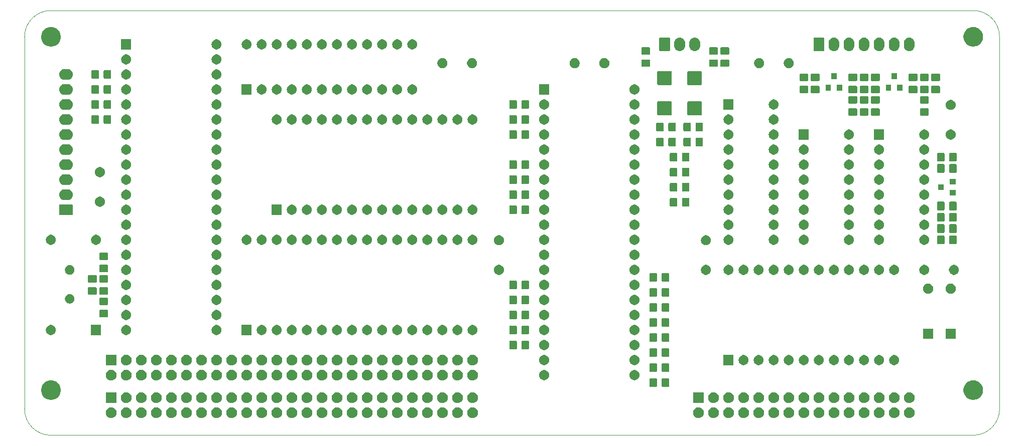
<source format=gbr>
G04 #@! TF.GenerationSoftware,KiCad,Pcbnew,(5.1.6)-1*
G04 #@! TF.CreationDate,2020-06-11T13:24:41-03:00*
G04 #@! TF.ProjectId,Jupiter-II_expansion,4a757069-7465-4722-9d49-495f65787061,rev?*
G04 #@! TF.SameCoordinates,Original*
G04 #@! TF.FileFunction,Soldermask,Top*
G04 #@! TF.FilePolarity,Negative*
%FSLAX46Y46*%
G04 Gerber Fmt 4.6, Leading zero omitted, Abs format (unit mm)*
G04 Created by KiCad (PCBNEW (5.1.6)-1) date 2020-06-11 13:24:41*
%MOMM*%
%LPD*%
G01*
G04 APERTURE LIST*
G04 #@! TA.AperFunction,Profile*
%ADD10C,0.050000*%
G04 #@! TD*
%ADD11C,0.100000*%
G04 APERTURE END LIST*
D10*
X219075000Y-62865000D02*
G75*
G02*
X223520000Y-67310000I0J-4445000D01*
G01*
X59055000Y-67310000D02*
G75*
G02*
X63500000Y-62865000I4445000J0D01*
G01*
X219075000Y-62865000D02*
X63500000Y-62865000D01*
X223520000Y-130175000D02*
G75*
G02*
X219075000Y-134620000I-4445000J0D01*
G01*
X63500000Y-134620000D02*
G75*
G02*
X59055000Y-130175000I0J4445000D01*
G01*
X223520000Y-130175000D02*
X223520000Y-67310000D01*
X63500000Y-134620000D02*
X219075000Y-134620000D01*
X59055000Y-130175000D02*
X59055000Y-67310000D01*
D11*
G36*
X106793512Y-129913927D02*
G01*
X106942812Y-129943624D01*
X107106784Y-130011544D01*
X107254354Y-130110147D01*
X107379853Y-130235646D01*
X107478456Y-130383216D01*
X107546376Y-130547188D01*
X107581000Y-130721259D01*
X107581000Y-130898741D01*
X107546376Y-131072812D01*
X107478456Y-131236784D01*
X107379853Y-131384354D01*
X107254354Y-131509853D01*
X107106784Y-131608456D01*
X106942812Y-131676376D01*
X106793512Y-131706073D01*
X106768742Y-131711000D01*
X106591258Y-131711000D01*
X106566488Y-131706073D01*
X106417188Y-131676376D01*
X106253216Y-131608456D01*
X106105646Y-131509853D01*
X105980147Y-131384354D01*
X105881544Y-131236784D01*
X105813624Y-131072812D01*
X105779000Y-130898741D01*
X105779000Y-130721259D01*
X105813624Y-130547188D01*
X105881544Y-130383216D01*
X105980147Y-130235646D01*
X106105646Y-130110147D01*
X106253216Y-130011544D01*
X106417188Y-129943624D01*
X106566488Y-129913927D01*
X106591258Y-129909000D01*
X106768742Y-129909000D01*
X106793512Y-129913927D01*
G37*
G36*
X134733512Y-129913927D02*
G01*
X134882812Y-129943624D01*
X135046784Y-130011544D01*
X135194354Y-130110147D01*
X135319853Y-130235646D01*
X135418456Y-130383216D01*
X135486376Y-130547188D01*
X135521000Y-130721259D01*
X135521000Y-130898741D01*
X135486376Y-131072812D01*
X135418456Y-131236784D01*
X135319853Y-131384354D01*
X135194354Y-131509853D01*
X135046784Y-131608456D01*
X134882812Y-131676376D01*
X134733512Y-131706073D01*
X134708742Y-131711000D01*
X134531258Y-131711000D01*
X134506488Y-131706073D01*
X134357188Y-131676376D01*
X134193216Y-131608456D01*
X134045646Y-131509853D01*
X133920147Y-131384354D01*
X133821544Y-131236784D01*
X133753624Y-131072812D01*
X133719000Y-130898741D01*
X133719000Y-130721259D01*
X133753624Y-130547188D01*
X133821544Y-130383216D01*
X133920147Y-130235646D01*
X134045646Y-130110147D01*
X134193216Y-130011544D01*
X134357188Y-129943624D01*
X134506488Y-129913927D01*
X134531258Y-129909000D01*
X134708742Y-129909000D01*
X134733512Y-129913927D01*
G37*
G36*
X132193512Y-129913927D02*
G01*
X132342812Y-129943624D01*
X132506784Y-130011544D01*
X132654354Y-130110147D01*
X132779853Y-130235646D01*
X132878456Y-130383216D01*
X132946376Y-130547188D01*
X132981000Y-130721259D01*
X132981000Y-130898741D01*
X132946376Y-131072812D01*
X132878456Y-131236784D01*
X132779853Y-131384354D01*
X132654354Y-131509853D01*
X132506784Y-131608456D01*
X132342812Y-131676376D01*
X132193512Y-131706073D01*
X132168742Y-131711000D01*
X131991258Y-131711000D01*
X131966488Y-131706073D01*
X131817188Y-131676376D01*
X131653216Y-131608456D01*
X131505646Y-131509853D01*
X131380147Y-131384354D01*
X131281544Y-131236784D01*
X131213624Y-131072812D01*
X131179000Y-130898741D01*
X131179000Y-130721259D01*
X131213624Y-130547188D01*
X131281544Y-130383216D01*
X131380147Y-130235646D01*
X131505646Y-130110147D01*
X131653216Y-130011544D01*
X131817188Y-129943624D01*
X131966488Y-129913927D01*
X131991258Y-129909000D01*
X132168742Y-129909000D01*
X132193512Y-129913927D01*
G37*
G36*
X129653512Y-129913927D02*
G01*
X129802812Y-129943624D01*
X129966784Y-130011544D01*
X130114354Y-130110147D01*
X130239853Y-130235646D01*
X130338456Y-130383216D01*
X130406376Y-130547188D01*
X130441000Y-130721259D01*
X130441000Y-130898741D01*
X130406376Y-131072812D01*
X130338456Y-131236784D01*
X130239853Y-131384354D01*
X130114354Y-131509853D01*
X129966784Y-131608456D01*
X129802812Y-131676376D01*
X129653512Y-131706073D01*
X129628742Y-131711000D01*
X129451258Y-131711000D01*
X129426488Y-131706073D01*
X129277188Y-131676376D01*
X129113216Y-131608456D01*
X128965646Y-131509853D01*
X128840147Y-131384354D01*
X128741544Y-131236784D01*
X128673624Y-131072812D01*
X128639000Y-130898741D01*
X128639000Y-130721259D01*
X128673624Y-130547188D01*
X128741544Y-130383216D01*
X128840147Y-130235646D01*
X128965646Y-130110147D01*
X129113216Y-130011544D01*
X129277188Y-129943624D01*
X129426488Y-129913927D01*
X129451258Y-129909000D01*
X129628742Y-129909000D01*
X129653512Y-129913927D01*
G37*
G36*
X127113512Y-129913927D02*
G01*
X127262812Y-129943624D01*
X127426784Y-130011544D01*
X127574354Y-130110147D01*
X127699853Y-130235646D01*
X127798456Y-130383216D01*
X127866376Y-130547188D01*
X127901000Y-130721259D01*
X127901000Y-130898741D01*
X127866376Y-131072812D01*
X127798456Y-131236784D01*
X127699853Y-131384354D01*
X127574354Y-131509853D01*
X127426784Y-131608456D01*
X127262812Y-131676376D01*
X127113512Y-131706073D01*
X127088742Y-131711000D01*
X126911258Y-131711000D01*
X126886488Y-131706073D01*
X126737188Y-131676376D01*
X126573216Y-131608456D01*
X126425646Y-131509853D01*
X126300147Y-131384354D01*
X126201544Y-131236784D01*
X126133624Y-131072812D01*
X126099000Y-130898741D01*
X126099000Y-130721259D01*
X126133624Y-130547188D01*
X126201544Y-130383216D01*
X126300147Y-130235646D01*
X126425646Y-130110147D01*
X126573216Y-130011544D01*
X126737188Y-129943624D01*
X126886488Y-129913927D01*
X126911258Y-129909000D01*
X127088742Y-129909000D01*
X127113512Y-129913927D01*
G37*
G36*
X124573512Y-129913927D02*
G01*
X124722812Y-129943624D01*
X124886784Y-130011544D01*
X125034354Y-130110147D01*
X125159853Y-130235646D01*
X125258456Y-130383216D01*
X125326376Y-130547188D01*
X125361000Y-130721259D01*
X125361000Y-130898741D01*
X125326376Y-131072812D01*
X125258456Y-131236784D01*
X125159853Y-131384354D01*
X125034354Y-131509853D01*
X124886784Y-131608456D01*
X124722812Y-131676376D01*
X124573512Y-131706073D01*
X124548742Y-131711000D01*
X124371258Y-131711000D01*
X124346488Y-131706073D01*
X124197188Y-131676376D01*
X124033216Y-131608456D01*
X123885646Y-131509853D01*
X123760147Y-131384354D01*
X123661544Y-131236784D01*
X123593624Y-131072812D01*
X123559000Y-130898741D01*
X123559000Y-130721259D01*
X123593624Y-130547188D01*
X123661544Y-130383216D01*
X123760147Y-130235646D01*
X123885646Y-130110147D01*
X124033216Y-130011544D01*
X124197188Y-129943624D01*
X124346488Y-129913927D01*
X124371258Y-129909000D01*
X124548742Y-129909000D01*
X124573512Y-129913927D01*
G37*
G36*
X122033512Y-129913927D02*
G01*
X122182812Y-129943624D01*
X122346784Y-130011544D01*
X122494354Y-130110147D01*
X122619853Y-130235646D01*
X122718456Y-130383216D01*
X122786376Y-130547188D01*
X122821000Y-130721259D01*
X122821000Y-130898741D01*
X122786376Y-131072812D01*
X122718456Y-131236784D01*
X122619853Y-131384354D01*
X122494354Y-131509853D01*
X122346784Y-131608456D01*
X122182812Y-131676376D01*
X122033512Y-131706073D01*
X122008742Y-131711000D01*
X121831258Y-131711000D01*
X121806488Y-131706073D01*
X121657188Y-131676376D01*
X121493216Y-131608456D01*
X121345646Y-131509853D01*
X121220147Y-131384354D01*
X121121544Y-131236784D01*
X121053624Y-131072812D01*
X121019000Y-130898741D01*
X121019000Y-130721259D01*
X121053624Y-130547188D01*
X121121544Y-130383216D01*
X121220147Y-130235646D01*
X121345646Y-130110147D01*
X121493216Y-130011544D01*
X121657188Y-129943624D01*
X121806488Y-129913927D01*
X121831258Y-129909000D01*
X122008742Y-129909000D01*
X122033512Y-129913927D01*
G37*
G36*
X119493512Y-129913927D02*
G01*
X119642812Y-129943624D01*
X119806784Y-130011544D01*
X119954354Y-130110147D01*
X120079853Y-130235646D01*
X120178456Y-130383216D01*
X120246376Y-130547188D01*
X120281000Y-130721259D01*
X120281000Y-130898741D01*
X120246376Y-131072812D01*
X120178456Y-131236784D01*
X120079853Y-131384354D01*
X119954354Y-131509853D01*
X119806784Y-131608456D01*
X119642812Y-131676376D01*
X119493512Y-131706073D01*
X119468742Y-131711000D01*
X119291258Y-131711000D01*
X119266488Y-131706073D01*
X119117188Y-131676376D01*
X118953216Y-131608456D01*
X118805646Y-131509853D01*
X118680147Y-131384354D01*
X118581544Y-131236784D01*
X118513624Y-131072812D01*
X118479000Y-130898741D01*
X118479000Y-130721259D01*
X118513624Y-130547188D01*
X118581544Y-130383216D01*
X118680147Y-130235646D01*
X118805646Y-130110147D01*
X118953216Y-130011544D01*
X119117188Y-129943624D01*
X119266488Y-129913927D01*
X119291258Y-129909000D01*
X119468742Y-129909000D01*
X119493512Y-129913927D01*
G37*
G36*
X116953512Y-129913927D02*
G01*
X117102812Y-129943624D01*
X117266784Y-130011544D01*
X117414354Y-130110147D01*
X117539853Y-130235646D01*
X117638456Y-130383216D01*
X117706376Y-130547188D01*
X117741000Y-130721259D01*
X117741000Y-130898741D01*
X117706376Y-131072812D01*
X117638456Y-131236784D01*
X117539853Y-131384354D01*
X117414354Y-131509853D01*
X117266784Y-131608456D01*
X117102812Y-131676376D01*
X116953512Y-131706073D01*
X116928742Y-131711000D01*
X116751258Y-131711000D01*
X116726488Y-131706073D01*
X116577188Y-131676376D01*
X116413216Y-131608456D01*
X116265646Y-131509853D01*
X116140147Y-131384354D01*
X116041544Y-131236784D01*
X115973624Y-131072812D01*
X115939000Y-130898741D01*
X115939000Y-130721259D01*
X115973624Y-130547188D01*
X116041544Y-130383216D01*
X116140147Y-130235646D01*
X116265646Y-130110147D01*
X116413216Y-130011544D01*
X116577188Y-129943624D01*
X116726488Y-129913927D01*
X116751258Y-129909000D01*
X116928742Y-129909000D01*
X116953512Y-129913927D01*
G37*
G36*
X114413512Y-129913927D02*
G01*
X114562812Y-129943624D01*
X114726784Y-130011544D01*
X114874354Y-130110147D01*
X114999853Y-130235646D01*
X115098456Y-130383216D01*
X115166376Y-130547188D01*
X115201000Y-130721259D01*
X115201000Y-130898741D01*
X115166376Y-131072812D01*
X115098456Y-131236784D01*
X114999853Y-131384354D01*
X114874354Y-131509853D01*
X114726784Y-131608456D01*
X114562812Y-131676376D01*
X114413512Y-131706073D01*
X114388742Y-131711000D01*
X114211258Y-131711000D01*
X114186488Y-131706073D01*
X114037188Y-131676376D01*
X113873216Y-131608456D01*
X113725646Y-131509853D01*
X113600147Y-131384354D01*
X113501544Y-131236784D01*
X113433624Y-131072812D01*
X113399000Y-130898741D01*
X113399000Y-130721259D01*
X113433624Y-130547188D01*
X113501544Y-130383216D01*
X113600147Y-130235646D01*
X113725646Y-130110147D01*
X113873216Y-130011544D01*
X114037188Y-129943624D01*
X114186488Y-129913927D01*
X114211258Y-129909000D01*
X114388742Y-129909000D01*
X114413512Y-129913927D01*
G37*
G36*
X111873512Y-129913927D02*
G01*
X112022812Y-129943624D01*
X112186784Y-130011544D01*
X112334354Y-130110147D01*
X112459853Y-130235646D01*
X112558456Y-130383216D01*
X112626376Y-130547188D01*
X112661000Y-130721259D01*
X112661000Y-130898741D01*
X112626376Y-131072812D01*
X112558456Y-131236784D01*
X112459853Y-131384354D01*
X112334354Y-131509853D01*
X112186784Y-131608456D01*
X112022812Y-131676376D01*
X111873512Y-131706073D01*
X111848742Y-131711000D01*
X111671258Y-131711000D01*
X111646488Y-131706073D01*
X111497188Y-131676376D01*
X111333216Y-131608456D01*
X111185646Y-131509853D01*
X111060147Y-131384354D01*
X110961544Y-131236784D01*
X110893624Y-131072812D01*
X110859000Y-130898741D01*
X110859000Y-130721259D01*
X110893624Y-130547188D01*
X110961544Y-130383216D01*
X111060147Y-130235646D01*
X111185646Y-130110147D01*
X111333216Y-130011544D01*
X111497188Y-129943624D01*
X111646488Y-129913927D01*
X111671258Y-129909000D01*
X111848742Y-129909000D01*
X111873512Y-129913927D01*
G37*
G36*
X81393512Y-129913927D02*
G01*
X81542812Y-129943624D01*
X81706784Y-130011544D01*
X81854354Y-130110147D01*
X81979853Y-130235646D01*
X82078456Y-130383216D01*
X82146376Y-130547188D01*
X82181000Y-130721259D01*
X82181000Y-130898741D01*
X82146376Y-131072812D01*
X82078456Y-131236784D01*
X81979853Y-131384354D01*
X81854354Y-131509853D01*
X81706784Y-131608456D01*
X81542812Y-131676376D01*
X81393512Y-131706073D01*
X81368742Y-131711000D01*
X81191258Y-131711000D01*
X81166488Y-131706073D01*
X81017188Y-131676376D01*
X80853216Y-131608456D01*
X80705646Y-131509853D01*
X80580147Y-131384354D01*
X80481544Y-131236784D01*
X80413624Y-131072812D01*
X80379000Y-130898741D01*
X80379000Y-130721259D01*
X80413624Y-130547188D01*
X80481544Y-130383216D01*
X80580147Y-130235646D01*
X80705646Y-130110147D01*
X80853216Y-130011544D01*
X81017188Y-129943624D01*
X81166488Y-129913927D01*
X81191258Y-129909000D01*
X81368742Y-129909000D01*
X81393512Y-129913927D01*
G37*
G36*
X104253512Y-129913927D02*
G01*
X104402812Y-129943624D01*
X104566784Y-130011544D01*
X104714354Y-130110147D01*
X104839853Y-130235646D01*
X104938456Y-130383216D01*
X105006376Y-130547188D01*
X105041000Y-130721259D01*
X105041000Y-130898741D01*
X105006376Y-131072812D01*
X104938456Y-131236784D01*
X104839853Y-131384354D01*
X104714354Y-131509853D01*
X104566784Y-131608456D01*
X104402812Y-131676376D01*
X104253512Y-131706073D01*
X104228742Y-131711000D01*
X104051258Y-131711000D01*
X104026488Y-131706073D01*
X103877188Y-131676376D01*
X103713216Y-131608456D01*
X103565646Y-131509853D01*
X103440147Y-131384354D01*
X103341544Y-131236784D01*
X103273624Y-131072812D01*
X103239000Y-130898741D01*
X103239000Y-130721259D01*
X103273624Y-130547188D01*
X103341544Y-130383216D01*
X103440147Y-130235646D01*
X103565646Y-130110147D01*
X103713216Y-130011544D01*
X103877188Y-129943624D01*
X104026488Y-129913927D01*
X104051258Y-129909000D01*
X104228742Y-129909000D01*
X104253512Y-129913927D01*
G37*
G36*
X101713512Y-129913927D02*
G01*
X101862812Y-129943624D01*
X102026784Y-130011544D01*
X102174354Y-130110147D01*
X102299853Y-130235646D01*
X102398456Y-130383216D01*
X102466376Y-130547188D01*
X102501000Y-130721259D01*
X102501000Y-130898741D01*
X102466376Y-131072812D01*
X102398456Y-131236784D01*
X102299853Y-131384354D01*
X102174354Y-131509853D01*
X102026784Y-131608456D01*
X101862812Y-131676376D01*
X101713512Y-131706073D01*
X101688742Y-131711000D01*
X101511258Y-131711000D01*
X101486488Y-131706073D01*
X101337188Y-131676376D01*
X101173216Y-131608456D01*
X101025646Y-131509853D01*
X100900147Y-131384354D01*
X100801544Y-131236784D01*
X100733624Y-131072812D01*
X100699000Y-130898741D01*
X100699000Y-130721259D01*
X100733624Y-130547188D01*
X100801544Y-130383216D01*
X100900147Y-130235646D01*
X101025646Y-130110147D01*
X101173216Y-130011544D01*
X101337188Y-129943624D01*
X101486488Y-129913927D01*
X101511258Y-129909000D01*
X101688742Y-129909000D01*
X101713512Y-129913927D01*
G37*
G36*
X99173512Y-129913927D02*
G01*
X99322812Y-129943624D01*
X99486784Y-130011544D01*
X99634354Y-130110147D01*
X99759853Y-130235646D01*
X99858456Y-130383216D01*
X99926376Y-130547188D01*
X99961000Y-130721259D01*
X99961000Y-130898741D01*
X99926376Y-131072812D01*
X99858456Y-131236784D01*
X99759853Y-131384354D01*
X99634354Y-131509853D01*
X99486784Y-131608456D01*
X99322812Y-131676376D01*
X99173512Y-131706073D01*
X99148742Y-131711000D01*
X98971258Y-131711000D01*
X98946488Y-131706073D01*
X98797188Y-131676376D01*
X98633216Y-131608456D01*
X98485646Y-131509853D01*
X98360147Y-131384354D01*
X98261544Y-131236784D01*
X98193624Y-131072812D01*
X98159000Y-130898741D01*
X98159000Y-130721259D01*
X98193624Y-130547188D01*
X98261544Y-130383216D01*
X98360147Y-130235646D01*
X98485646Y-130110147D01*
X98633216Y-130011544D01*
X98797188Y-129943624D01*
X98946488Y-129913927D01*
X98971258Y-129909000D01*
X99148742Y-129909000D01*
X99173512Y-129913927D01*
G37*
G36*
X96633512Y-129913927D02*
G01*
X96782812Y-129943624D01*
X96946784Y-130011544D01*
X97094354Y-130110147D01*
X97219853Y-130235646D01*
X97318456Y-130383216D01*
X97386376Y-130547188D01*
X97421000Y-130721259D01*
X97421000Y-130898741D01*
X97386376Y-131072812D01*
X97318456Y-131236784D01*
X97219853Y-131384354D01*
X97094354Y-131509853D01*
X96946784Y-131608456D01*
X96782812Y-131676376D01*
X96633512Y-131706073D01*
X96608742Y-131711000D01*
X96431258Y-131711000D01*
X96406488Y-131706073D01*
X96257188Y-131676376D01*
X96093216Y-131608456D01*
X95945646Y-131509853D01*
X95820147Y-131384354D01*
X95721544Y-131236784D01*
X95653624Y-131072812D01*
X95619000Y-130898741D01*
X95619000Y-130721259D01*
X95653624Y-130547188D01*
X95721544Y-130383216D01*
X95820147Y-130235646D01*
X95945646Y-130110147D01*
X96093216Y-130011544D01*
X96257188Y-129943624D01*
X96406488Y-129913927D01*
X96431258Y-129909000D01*
X96608742Y-129909000D01*
X96633512Y-129913927D01*
G37*
G36*
X94093512Y-129913927D02*
G01*
X94242812Y-129943624D01*
X94406784Y-130011544D01*
X94554354Y-130110147D01*
X94679853Y-130235646D01*
X94778456Y-130383216D01*
X94846376Y-130547188D01*
X94881000Y-130721259D01*
X94881000Y-130898741D01*
X94846376Y-131072812D01*
X94778456Y-131236784D01*
X94679853Y-131384354D01*
X94554354Y-131509853D01*
X94406784Y-131608456D01*
X94242812Y-131676376D01*
X94093512Y-131706073D01*
X94068742Y-131711000D01*
X93891258Y-131711000D01*
X93866488Y-131706073D01*
X93717188Y-131676376D01*
X93553216Y-131608456D01*
X93405646Y-131509853D01*
X93280147Y-131384354D01*
X93181544Y-131236784D01*
X93113624Y-131072812D01*
X93079000Y-130898741D01*
X93079000Y-130721259D01*
X93113624Y-130547188D01*
X93181544Y-130383216D01*
X93280147Y-130235646D01*
X93405646Y-130110147D01*
X93553216Y-130011544D01*
X93717188Y-129943624D01*
X93866488Y-129913927D01*
X93891258Y-129909000D01*
X94068742Y-129909000D01*
X94093512Y-129913927D01*
G37*
G36*
X91553512Y-129913927D02*
G01*
X91702812Y-129943624D01*
X91866784Y-130011544D01*
X92014354Y-130110147D01*
X92139853Y-130235646D01*
X92238456Y-130383216D01*
X92306376Y-130547188D01*
X92341000Y-130721259D01*
X92341000Y-130898741D01*
X92306376Y-131072812D01*
X92238456Y-131236784D01*
X92139853Y-131384354D01*
X92014354Y-131509853D01*
X91866784Y-131608456D01*
X91702812Y-131676376D01*
X91553512Y-131706073D01*
X91528742Y-131711000D01*
X91351258Y-131711000D01*
X91326488Y-131706073D01*
X91177188Y-131676376D01*
X91013216Y-131608456D01*
X90865646Y-131509853D01*
X90740147Y-131384354D01*
X90641544Y-131236784D01*
X90573624Y-131072812D01*
X90539000Y-130898741D01*
X90539000Y-130721259D01*
X90573624Y-130547188D01*
X90641544Y-130383216D01*
X90740147Y-130235646D01*
X90865646Y-130110147D01*
X91013216Y-130011544D01*
X91177188Y-129943624D01*
X91326488Y-129913927D01*
X91351258Y-129909000D01*
X91528742Y-129909000D01*
X91553512Y-129913927D01*
G37*
G36*
X89013512Y-129913927D02*
G01*
X89162812Y-129943624D01*
X89326784Y-130011544D01*
X89474354Y-130110147D01*
X89599853Y-130235646D01*
X89698456Y-130383216D01*
X89766376Y-130547188D01*
X89801000Y-130721259D01*
X89801000Y-130898741D01*
X89766376Y-131072812D01*
X89698456Y-131236784D01*
X89599853Y-131384354D01*
X89474354Y-131509853D01*
X89326784Y-131608456D01*
X89162812Y-131676376D01*
X89013512Y-131706073D01*
X88988742Y-131711000D01*
X88811258Y-131711000D01*
X88786488Y-131706073D01*
X88637188Y-131676376D01*
X88473216Y-131608456D01*
X88325646Y-131509853D01*
X88200147Y-131384354D01*
X88101544Y-131236784D01*
X88033624Y-131072812D01*
X87999000Y-130898741D01*
X87999000Y-130721259D01*
X88033624Y-130547188D01*
X88101544Y-130383216D01*
X88200147Y-130235646D01*
X88325646Y-130110147D01*
X88473216Y-130011544D01*
X88637188Y-129943624D01*
X88786488Y-129913927D01*
X88811258Y-129909000D01*
X88988742Y-129909000D01*
X89013512Y-129913927D01*
G37*
G36*
X86473512Y-129913927D02*
G01*
X86622812Y-129943624D01*
X86786784Y-130011544D01*
X86934354Y-130110147D01*
X87059853Y-130235646D01*
X87158456Y-130383216D01*
X87226376Y-130547188D01*
X87261000Y-130721259D01*
X87261000Y-130898741D01*
X87226376Y-131072812D01*
X87158456Y-131236784D01*
X87059853Y-131384354D01*
X86934354Y-131509853D01*
X86786784Y-131608456D01*
X86622812Y-131676376D01*
X86473512Y-131706073D01*
X86448742Y-131711000D01*
X86271258Y-131711000D01*
X86246488Y-131706073D01*
X86097188Y-131676376D01*
X85933216Y-131608456D01*
X85785646Y-131509853D01*
X85660147Y-131384354D01*
X85561544Y-131236784D01*
X85493624Y-131072812D01*
X85459000Y-130898741D01*
X85459000Y-130721259D01*
X85493624Y-130547188D01*
X85561544Y-130383216D01*
X85660147Y-130235646D01*
X85785646Y-130110147D01*
X85933216Y-130011544D01*
X86097188Y-129943624D01*
X86246488Y-129913927D01*
X86271258Y-129909000D01*
X86448742Y-129909000D01*
X86473512Y-129913927D01*
G37*
G36*
X193153512Y-129913927D02*
G01*
X193302812Y-129943624D01*
X193466784Y-130011544D01*
X193614354Y-130110147D01*
X193739853Y-130235646D01*
X193838456Y-130383216D01*
X193906376Y-130547188D01*
X193941000Y-130721259D01*
X193941000Y-130898741D01*
X193906376Y-131072812D01*
X193838456Y-131236784D01*
X193739853Y-131384354D01*
X193614354Y-131509853D01*
X193466784Y-131608456D01*
X193302812Y-131676376D01*
X193153512Y-131706073D01*
X193128742Y-131711000D01*
X192951258Y-131711000D01*
X192926488Y-131706073D01*
X192777188Y-131676376D01*
X192613216Y-131608456D01*
X192465646Y-131509853D01*
X192340147Y-131384354D01*
X192241544Y-131236784D01*
X192173624Y-131072812D01*
X192139000Y-130898741D01*
X192139000Y-130721259D01*
X192173624Y-130547188D01*
X192241544Y-130383216D01*
X192340147Y-130235646D01*
X192465646Y-130110147D01*
X192613216Y-130011544D01*
X192777188Y-129943624D01*
X192926488Y-129913927D01*
X192951258Y-129909000D01*
X193128742Y-129909000D01*
X193153512Y-129913927D01*
G37*
G36*
X172833512Y-129913927D02*
G01*
X172982812Y-129943624D01*
X173146784Y-130011544D01*
X173294354Y-130110147D01*
X173419853Y-130235646D01*
X173518456Y-130383216D01*
X173586376Y-130547188D01*
X173621000Y-130721259D01*
X173621000Y-130898741D01*
X173586376Y-131072812D01*
X173518456Y-131236784D01*
X173419853Y-131384354D01*
X173294354Y-131509853D01*
X173146784Y-131608456D01*
X172982812Y-131676376D01*
X172833512Y-131706073D01*
X172808742Y-131711000D01*
X172631258Y-131711000D01*
X172606488Y-131706073D01*
X172457188Y-131676376D01*
X172293216Y-131608456D01*
X172145646Y-131509853D01*
X172020147Y-131384354D01*
X171921544Y-131236784D01*
X171853624Y-131072812D01*
X171819000Y-130898741D01*
X171819000Y-130721259D01*
X171853624Y-130547188D01*
X171921544Y-130383216D01*
X172020147Y-130235646D01*
X172145646Y-130110147D01*
X172293216Y-130011544D01*
X172457188Y-129943624D01*
X172606488Y-129913927D01*
X172631258Y-129909000D01*
X172808742Y-129909000D01*
X172833512Y-129913927D01*
G37*
G36*
X109333512Y-129913927D02*
G01*
X109482812Y-129943624D01*
X109646784Y-130011544D01*
X109794354Y-130110147D01*
X109919853Y-130235646D01*
X110018456Y-130383216D01*
X110086376Y-130547188D01*
X110121000Y-130721259D01*
X110121000Y-130898741D01*
X110086376Y-131072812D01*
X110018456Y-131236784D01*
X109919853Y-131384354D01*
X109794354Y-131509853D01*
X109646784Y-131608456D01*
X109482812Y-131676376D01*
X109333512Y-131706073D01*
X109308742Y-131711000D01*
X109131258Y-131711000D01*
X109106488Y-131706073D01*
X108957188Y-131676376D01*
X108793216Y-131608456D01*
X108645646Y-131509853D01*
X108520147Y-131384354D01*
X108421544Y-131236784D01*
X108353624Y-131072812D01*
X108319000Y-130898741D01*
X108319000Y-130721259D01*
X108353624Y-130547188D01*
X108421544Y-130383216D01*
X108520147Y-130235646D01*
X108645646Y-130110147D01*
X108793216Y-130011544D01*
X108957188Y-129943624D01*
X109106488Y-129913927D01*
X109131258Y-129909000D01*
X109308742Y-129909000D01*
X109333512Y-129913927D01*
G37*
G36*
X78853512Y-129913927D02*
G01*
X79002812Y-129943624D01*
X79166784Y-130011544D01*
X79314354Y-130110147D01*
X79439853Y-130235646D01*
X79538456Y-130383216D01*
X79606376Y-130547188D01*
X79641000Y-130721259D01*
X79641000Y-130898741D01*
X79606376Y-131072812D01*
X79538456Y-131236784D01*
X79439853Y-131384354D01*
X79314354Y-131509853D01*
X79166784Y-131608456D01*
X79002812Y-131676376D01*
X78853512Y-131706073D01*
X78828742Y-131711000D01*
X78651258Y-131711000D01*
X78626488Y-131706073D01*
X78477188Y-131676376D01*
X78313216Y-131608456D01*
X78165646Y-131509853D01*
X78040147Y-131384354D01*
X77941544Y-131236784D01*
X77873624Y-131072812D01*
X77839000Y-130898741D01*
X77839000Y-130721259D01*
X77873624Y-130547188D01*
X77941544Y-130383216D01*
X78040147Y-130235646D01*
X78165646Y-130110147D01*
X78313216Y-130011544D01*
X78477188Y-129943624D01*
X78626488Y-129913927D01*
X78651258Y-129909000D01*
X78828742Y-129909000D01*
X78853512Y-129913927D01*
G37*
G36*
X76313512Y-129913927D02*
G01*
X76462812Y-129943624D01*
X76626784Y-130011544D01*
X76774354Y-130110147D01*
X76899853Y-130235646D01*
X76998456Y-130383216D01*
X77066376Y-130547188D01*
X77101000Y-130721259D01*
X77101000Y-130898741D01*
X77066376Y-131072812D01*
X76998456Y-131236784D01*
X76899853Y-131384354D01*
X76774354Y-131509853D01*
X76626784Y-131608456D01*
X76462812Y-131676376D01*
X76313512Y-131706073D01*
X76288742Y-131711000D01*
X76111258Y-131711000D01*
X76086488Y-131706073D01*
X75937188Y-131676376D01*
X75773216Y-131608456D01*
X75625646Y-131509853D01*
X75500147Y-131384354D01*
X75401544Y-131236784D01*
X75333624Y-131072812D01*
X75299000Y-130898741D01*
X75299000Y-130721259D01*
X75333624Y-130547188D01*
X75401544Y-130383216D01*
X75500147Y-130235646D01*
X75625646Y-130110147D01*
X75773216Y-130011544D01*
X75937188Y-129943624D01*
X76086488Y-129913927D01*
X76111258Y-129909000D01*
X76288742Y-129909000D01*
X76313512Y-129913927D01*
G37*
G36*
X73773512Y-129913927D02*
G01*
X73922812Y-129943624D01*
X74086784Y-130011544D01*
X74234354Y-130110147D01*
X74359853Y-130235646D01*
X74458456Y-130383216D01*
X74526376Y-130547188D01*
X74561000Y-130721259D01*
X74561000Y-130898741D01*
X74526376Y-131072812D01*
X74458456Y-131236784D01*
X74359853Y-131384354D01*
X74234354Y-131509853D01*
X74086784Y-131608456D01*
X73922812Y-131676376D01*
X73773512Y-131706073D01*
X73748742Y-131711000D01*
X73571258Y-131711000D01*
X73546488Y-131706073D01*
X73397188Y-131676376D01*
X73233216Y-131608456D01*
X73085646Y-131509853D01*
X72960147Y-131384354D01*
X72861544Y-131236784D01*
X72793624Y-131072812D01*
X72759000Y-130898741D01*
X72759000Y-130721259D01*
X72793624Y-130547188D01*
X72861544Y-130383216D01*
X72960147Y-130235646D01*
X73085646Y-130110147D01*
X73233216Y-130011544D01*
X73397188Y-129943624D01*
X73546488Y-129913927D01*
X73571258Y-129909000D01*
X73748742Y-129909000D01*
X73773512Y-129913927D01*
G37*
G36*
X208393512Y-129913927D02*
G01*
X208542812Y-129943624D01*
X208706784Y-130011544D01*
X208854354Y-130110147D01*
X208979853Y-130235646D01*
X209078456Y-130383216D01*
X209146376Y-130547188D01*
X209181000Y-130721259D01*
X209181000Y-130898741D01*
X209146376Y-131072812D01*
X209078456Y-131236784D01*
X208979853Y-131384354D01*
X208854354Y-131509853D01*
X208706784Y-131608456D01*
X208542812Y-131676376D01*
X208393512Y-131706073D01*
X208368742Y-131711000D01*
X208191258Y-131711000D01*
X208166488Y-131706073D01*
X208017188Y-131676376D01*
X207853216Y-131608456D01*
X207705646Y-131509853D01*
X207580147Y-131384354D01*
X207481544Y-131236784D01*
X207413624Y-131072812D01*
X207379000Y-130898741D01*
X207379000Y-130721259D01*
X207413624Y-130547188D01*
X207481544Y-130383216D01*
X207580147Y-130235646D01*
X207705646Y-130110147D01*
X207853216Y-130011544D01*
X208017188Y-129943624D01*
X208166488Y-129913927D01*
X208191258Y-129909000D01*
X208368742Y-129909000D01*
X208393512Y-129913927D01*
G37*
G36*
X205853512Y-129913927D02*
G01*
X206002812Y-129943624D01*
X206166784Y-130011544D01*
X206314354Y-130110147D01*
X206439853Y-130235646D01*
X206538456Y-130383216D01*
X206606376Y-130547188D01*
X206641000Y-130721259D01*
X206641000Y-130898741D01*
X206606376Y-131072812D01*
X206538456Y-131236784D01*
X206439853Y-131384354D01*
X206314354Y-131509853D01*
X206166784Y-131608456D01*
X206002812Y-131676376D01*
X205853512Y-131706073D01*
X205828742Y-131711000D01*
X205651258Y-131711000D01*
X205626488Y-131706073D01*
X205477188Y-131676376D01*
X205313216Y-131608456D01*
X205165646Y-131509853D01*
X205040147Y-131384354D01*
X204941544Y-131236784D01*
X204873624Y-131072812D01*
X204839000Y-130898741D01*
X204839000Y-130721259D01*
X204873624Y-130547188D01*
X204941544Y-130383216D01*
X205040147Y-130235646D01*
X205165646Y-130110147D01*
X205313216Y-130011544D01*
X205477188Y-129943624D01*
X205626488Y-129913927D01*
X205651258Y-129909000D01*
X205828742Y-129909000D01*
X205853512Y-129913927D01*
G37*
G36*
X203313512Y-129913927D02*
G01*
X203462812Y-129943624D01*
X203626784Y-130011544D01*
X203774354Y-130110147D01*
X203899853Y-130235646D01*
X203998456Y-130383216D01*
X204066376Y-130547188D01*
X204101000Y-130721259D01*
X204101000Y-130898741D01*
X204066376Y-131072812D01*
X203998456Y-131236784D01*
X203899853Y-131384354D01*
X203774354Y-131509853D01*
X203626784Y-131608456D01*
X203462812Y-131676376D01*
X203313512Y-131706073D01*
X203288742Y-131711000D01*
X203111258Y-131711000D01*
X203086488Y-131706073D01*
X202937188Y-131676376D01*
X202773216Y-131608456D01*
X202625646Y-131509853D01*
X202500147Y-131384354D01*
X202401544Y-131236784D01*
X202333624Y-131072812D01*
X202299000Y-130898741D01*
X202299000Y-130721259D01*
X202333624Y-130547188D01*
X202401544Y-130383216D01*
X202500147Y-130235646D01*
X202625646Y-130110147D01*
X202773216Y-130011544D01*
X202937188Y-129943624D01*
X203086488Y-129913927D01*
X203111258Y-129909000D01*
X203288742Y-129909000D01*
X203313512Y-129913927D01*
G37*
G36*
X200773512Y-129913927D02*
G01*
X200922812Y-129943624D01*
X201086784Y-130011544D01*
X201234354Y-130110147D01*
X201359853Y-130235646D01*
X201458456Y-130383216D01*
X201526376Y-130547188D01*
X201561000Y-130721259D01*
X201561000Y-130898741D01*
X201526376Y-131072812D01*
X201458456Y-131236784D01*
X201359853Y-131384354D01*
X201234354Y-131509853D01*
X201086784Y-131608456D01*
X200922812Y-131676376D01*
X200773512Y-131706073D01*
X200748742Y-131711000D01*
X200571258Y-131711000D01*
X200546488Y-131706073D01*
X200397188Y-131676376D01*
X200233216Y-131608456D01*
X200085646Y-131509853D01*
X199960147Y-131384354D01*
X199861544Y-131236784D01*
X199793624Y-131072812D01*
X199759000Y-130898741D01*
X199759000Y-130721259D01*
X199793624Y-130547188D01*
X199861544Y-130383216D01*
X199960147Y-130235646D01*
X200085646Y-130110147D01*
X200233216Y-130011544D01*
X200397188Y-129943624D01*
X200546488Y-129913927D01*
X200571258Y-129909000D01*
X200748742Y-129909000D01*
X200773512Y-129913927D01*
G37*
G36*
X198233512Y-129913927D02*
G01*
X198382812Y-129943624D01*
X198546784Y-130011544D01*
X198694354Y-130110147D01*
X198819853Y-130235646D01*
X198918456Y-130383216D01*
X198986376Y-130547188D01*
X199021000Y-130721259D01*
X199021000Y-130898741D01*
X198986376Y-131072812D01*
X198918456Y-131236784D01*
X198819853Y-131384354D01*
X198694354Y-131509853D01*
X198546784Y-131608456D01*
X198382812Y-131676376D01*
X198233512Y-131706073D01*
X198208742Y-131711000D01*
X198031258Y-131711000D01*
X198006488Y-131706073D01*
X197857188Y-131676376D01*
X197693216Y-131608456D01*
X197545646Y-131509853D01*
X197420147Y-131384354D01*
X197321544Y-131236784D01*
X197253624Y-131072812D01*
X197219000Y-130898741D01*
X197219000Y-130721259D01*
X197253624Y-130547188D01*
X197321544Y-130383216D01*
X197420147Y-130235646D01*
X197545646Y-130110147D01*
X197693216Y-130011544D01*
X197857188Y-129943624D01*
X198006488Y-129913927D01*
X198031258Y-129909000D01*
X198208742Y-129909000D01*
X198233512Y-129913927D01*
G37*
G36*
X83933512Y-129913927D02*
G01*
X84082812Y-129943624D01*
X84246784Y-130011544D01*
X84394354Y-130110147D01*
X84519853Y-130235646D01*
X84618456Y-130383216D01*
X84686376Y-130547188D01*
X84721000Y-130721259D01*
X84721000Y-130898741D01*
X84686376Y-131072812D01*
X84618456Y-131236784D01*
X84519853Y-131384354D01*
X84394354Y-131509853D01*
X84246784Y-131608456D01*
X84082812Y-131676376D01*
X83933512Y-131706073D01*
X83908742Y-131711000D01*
X83731258Y-131711000D01*
X83706488Y-131706073D01*
X83557188Y-131676376D01*
X83393216Y-131608456D01*
X83245646Y-131509853D01*
X83120147Y-131384354D01*
X83021544Y-131236784D01*
X82953624Y-131072812D01*
X82919000Y-130898741D01*
X82919000Y-130721259D01*
X82953624Y-130547188D01*
X83021544Y-130383216D01*
X83120147Y-130235646D01*
X83245646Y-130110147D01*
X83393216Y-130011544D01*
X83557188Y-129943624D01*
X83706488Y-129913927D01*
X83731258Y-129909000D01*
X83908742Y-129909000D01*
X83933512Y-129913927D01*
G37*
G36*
X190613512Y-129913927D02*
G01*
X190762812Y-129943624D01*
X190926784Y-130011544D01*
X191074354Y-130110147D01*
X191199853Y-130235646D01*
X191298456Y-130383216D01*
X191366376Y-130547188D01*
X191401000Y-130721259D01*
X191401000Y-130898741D01*
X191366376Y-131072812D01*
X191298456Y-131236784D01*
X191199853Y-131384354D01*
X191074354Y-131509853D01*
X190926784Y-131608456D01*
X190762812Y-131676376D01*
X190613512Y-131706073D01*
X190588742Y-131711000D01*
X190411258Y-131711000D01*
X190386488Y-131706073D01*
X190237188Y-131676376D01*
X190073216Y-131608456D01*
X189925646Y-131509853D01*
X189800147Y-131384354D01*
X189701544Y-131236784D01*
X189633624Y-131072812D01*
X189599000Y-130898741D01*
X189599000Y-130721259D01*
X189633624Y-130547188D01*
X189701544Y-130383216D01*
X189800147Y-130235646D01*
X189925646Y-130110147D01*
X190073216Y-130011544D01*
X190237188Y-129943624D01*
X190386488Y-129913927D01*
X190411258Y-129909000D01*
X190588742Y-129909000D01*
X190613512Y-129913927D01*
G37*
G36*
X188073512Y-129913927D02*
G01*
X188222812Y-129943624D01*
X188386784Y-130011544D01*
X188534354Y-130110147D01*
X188659853Y-130235646D01*
X188758456Y-130383216D01*
X188826376Y-130547188D01*
X188861000Y-130721259D01*
X188861000Y-130898741D01*
X188826376Y-131072812D01*
X188758456Y-131236784D01*
X188659853Y-131384354D01*
X188534354Y-131509853D01*
X188386784Y-131608456D01*
X188222812Y-131676376D01*
X188073512Y-131706073D01*
X188048742Y-131711000D01*
X187871258Y-131711000D01*
X187846488Y-131706073D01*
X187697188Y-131676376D01*
X187533216Y-131608456D01*
X187385646Y-131509853D01*
X187260147Y-131384354D01*
X187161544Y-131236784D01*
X187093624Y-131072812D01*
X187059000Y-130898741D01*
X187059000Y-130721259D01*
X187093624Y-130547188D01*
X187161544Y-130383216D01*
X187260147Y-130235646D01*
X187385646Y-130110147D01*
X187533216Y-130011544D01*
X187697188Y-129943624D01*
X187846488Y-129913927D01*
X187871258Y-129909000D01*
X188048742Y-129909000D01*
X188073512Y-129913927D01*
G37*
G36*
X185533512Y-129913927D02*
G01*
X185682812Y-129943624D01*
X185846784Y-130011544D01*
X185994354Y-130110147D01*
X186119853Y-130235646D01*
X186218456Y-130383216D01*
X186286376Y-130547188D01*
X186321000Y-130721259D01*
X186321000Y-130898741D01*
X186286376Y-131072812D01*
X186218456Y-131236784D01*
X186119853Y-131384354D01*
X185994354Y-131509853D01*
X185846784Y-131608456D01*
X185682812Y-131676376D01*
X185533512Y-131706073D01*
X185508742Y-131711000D01*
X185331258Y-131711000D01*
X185306488Y-131706073D01*
X185157188Y-131676376D01*
X184993216Y-131608456D01*
X184845646Y-131509853D01*
X184720147Y-131384354D01*
X184621544Y-131236784D01*
X184553624Y-131072812D01*
X184519000Y-130898741D01*
X184519000Y-130721259D01*
X184553624Y-130547188D01*
X184621544Y-130383216D01*
X184720147Y-130235646D01*
X184845646Y-130110147D01*
X184993216Y-130011544D01*
X185157188Y-129943624D01*
X185306488Y-129913927D01*
X185331258Y-129909000D01*
X185508742Y-129909000D01*
X185533512Y-129913927D01*
G37*
G36*
X182993512Y-129913927D02*
G01*
X183142812Y-129943624D01*
X183306784Y-130011544D01*
X183454354Y-130110147D01*
X183579853Y-130235646D01*
X183678456Y-130383216D01*
X183746376Y-130547188D01*
X183781000Y-130721259D01*
X183781000Y-130898741D01*
X183746376Y-131072812D01*
X183678456Y-131236784D01*
X183579853Y-131384354D01*
X183454354Y-131509853D01*
X183306784Y-131608456D01*
X183142812Y-131676376D01*
X182993512Y-131706073D01*
X182968742Y-131711000D01*
X182791258Y-131711000D01*
X182766488Y-131706073D01*
X182617188Y-131676376D01*
X182453216Y-131608456D01*
X182305646Y-131509853D01*
X182180147Y-131384354D01*
X182081544Y-131236784D01*
X182013624Y-131072812D01*
X181979000Y-130898741D01*
X181979000Y-130721259D01*
X182013624Y-130547188D01*
X182081544Y-130383216D01*
X182180147Y-130235646D01*
X182305646Y-130110147D01*
X182453216Y-130011544D01*
X182617188Y-129943624D01*
X182766488Y-129913927D01*
X182791258Y-129909000D01*
X182968742Y-129909000D01*
X182993512Y-129913927D01*
G37*
G36*
X180453512Y-129913927D02*
G01*
X180602812Y-129943624D01*
X180766784Y-130011544D01*
X180914354Y-130110147D01*
X181039853Y-130235646D01*
X181138456Y-130383216D01*
X181206376Y-130547188D01*
X181241000Y-130721259D01*
X181241000Y-130898741D01*
X181206376Y-131072812D01*
X181138456Y-131236784D01*
X181039853Y-131384354D01*
X180914354Y-131509853D01*
X180766784Y-131608456D01*
X180602812Y-131676376D01*
X180453512Y-131706073D01*
X180428742Y-131711000D01*
X180251258Y-131711000D01*
X180226488Y-131706073D01*
X180077188Y-131676376D01*
X179913216Y-131608456D01*
X179765646Y-131509853D01*
X179640147Y-131384354D01*
X179541544Y-131236784D01*
X179473624Y-131072812D01*
X179439000Y-130898741D01*
X179439000Y-130721259D01*
X179473624Y-130547188D01*
X179541544Y-130383216D01*
X179640147Y-130235646D01*
X179765646Y-130110147D01*
X179913216Y-130011544D01*
X180077188Y-129943624D01*
X180226488Y-129913927D01*
X180251258Y-129909000D01*
X180428742Y-129909000D01*
X180453512Y-129913927D01*
G37*
G36*
X177913512Y-129913927D02*
G01*
X178062812Y-129943624D01*
X178226784Y-130011544D01*
X178374354Y-130110147D01*
X178499853Y-130235646D01*
X178598456Y-130383216D01*
X178666376Y-130547188D01*
X178701000Y-130721259D01*
X178701000Y-130898741D01*
X178666376Y-131072812D01*
X178598456Y-131236784D01*
X178499853Y-131384354D01*
X178374354Y-131509853D01*
X178226784Y-131608456D01*
X178062812Y-131676376D01*
X177913512Y-131706073D01*
X177888742Y-131711000D01*
X177711258Y-131711000D01*
X177686488Y-131706073D01*
X177537188Y-131676376D01*
X177373216Y-131608456D01*
X177225646Y-131509853D01*
X177100147Y-131384354D01*
X177001544Y-131236784D01*
X176933624Y-131072812D01*
X176899000Y-130898741D01*
X176899000Y-130721259D01*
X176933624Y-130547188D01*
X177001544Y-130383216D01*
X177100147Y-130235646D01*
X177225646Y-130110147D01*
X177373216Y-130011544D01*
X177537188Y-129943624D01*
X177686488Y-129913927D01*
X177711258Y-129909000D01*
X177888742Y-129909000D01*
X177913512Y-129913927D01*
G37*
G36*
X175373512Y-129913927D02*
G01*
X175522812Y-129943624D01*
X175686784Y-130011544D01*
X175834354Y-130110147D01*
X175959853Y-130235646D01*
X176058456Y-130383216D01*
X176126376Y-130547188D01*
X176161000Y-130721259D01*
X176161000Y-130898741D01*
X176126376Y-131072812D01*
X176058456Y-131236784D01*
X175959853Y-131384354D01*
X175834354Y-131509853D01*
X175686784Y-131608456D01*
X175522812Y-131676376D01*
X175373512Y-131706073D01*
X175348742Y-131711000D01*
X175171258Y-131711000D01*
X175146488Y-131706073D01*
X174997188Y-131676376D01*
X174833216Y-131608456D01*
X174685646Y-131509853D01*
X174560147Y-131384354D01*
X174461544Y-131236784D01*
X174393624Y-131072812D01*
X174359000Y-130898741D01*
X174359000Y-130721259D01*
X174393624Y-130547188D01*
X174461544Y-130383216D01*
X174560147Y-130235646D01*
X174685646Y-130110147D01*
X174833216Y-130011544D01*
X174997188Y-129943624D01*
X175146488Y-129913927D01*
X175171258Y-129909000D01*
X175348742Y-129909000D01*
X175373512Y-129913927D01*
G37*
G36*
X195693512Y-129913927D02*
G01*
X195842812Y-129943624D01*
X196006784Y-130011544D01*
X196154354Y-130110147D01*
X196279853Y-130235646D01*
X196378456Y-130383216D01*
X196446376Y-130547188D01*
X196481000Y-130721259D01*
X196481000Y-130898741D01*
X196446376Y-131072812D01*
X196378456Y-131236784D01*
X196279853Y-131384354D01*
X196154354Y-131509853D01*
X196006784Y-131608456D01*
X195842812Y-131676376D01*
X195693512Y-131706073D01*
X195668742Y-131711000D01*
X195491258Y-131711000D01*
X195466488Y-131706073D01*
X195317188Y-131676376D01*
X195153216Y-131608456D01*
X195005646Y-131509853D01*
X194880147Y-131384354D01*
X194781544Y-131236784D01*
X194713624Y-131072812D01*
X194679000Y-130898741D01*
X194679000Y-130721259D01*
X194713624Y-130547188D01*
X194781544Y-130383216D01*
X194880147Y-130235646D01*
X195005646Y-130110147D01*
X195153216Y-130011544D01*
X195317188Y-129943624D01*
X195466488Y-129913927D01*
X195491258Y-129909000D01*
X195668742Y-129909000D01*
X195693512Y-129913927D01*
G37*
G36*
X177913512Y-127373927D02*
G01*
X178062812Y-127403624D01*
X178226784Y-127471544D01*
X178374354Y-127570147D01*
X178499853Y-127695646D01*
X178598456Y-127843216D01*
X178666376Y-128007188D01*
X178701000Y-128181259D01*
X178701000Y-128358741D01*
X178666376Y-128532812D01*
X178598456Y-128696784D01*
X178499853Y-128844354D01*
X178374354Y-128969853D01*
X178226784Y-129068456D01*
X178062812Y-129136376D01*
X177913512Y-129166073D01*
X177888742Y-129171000D01*
X177711258Y-129171000D01*
X177686488Y-129166073D01*
X177537188Y-129136376D01*
X177373216Y-129068456D01*
X177225646Y-128969853D01*
X177100147Y-128844354D01*
X177001544Y-128696784D01*
X176933624Y-128532812D01*
X176899000Y-128358741D01*
X176899000Y-128181259D01*
X176933624Y-128007188D01*
X177001544Y-127843216D01*
X177100147Y-127695646D01*
X177225646Y-127570147D01*
X177373216Y-127471544D01*
X177537188Y-127403624D01*
X177686488Y-127373927D01*
X177711258Y-127369000D01*
X177888742Y-127369000D01*
X177913512Y-127373927D01*
G37*
G36*
X175373512Y-127373927D02*
G01*
X175522812Y-127403624D01*
X175686784Y-127471544D01*
X175834354Y-127570147D01*
X175959853Y-127695646D01*
X176058456Y-127843216D01*
X176126376Y-128007188D01*
X176161000Y-128181259D01*
X176161000Y-128358741D01*
X176126376Y-128532812D01*
X176058456Y-128696784D01*
X175959853Y-128844354D01*
X175834354Y-128969853D01*
X175686784Y-129068456D01*
X175522812Y-129136376D01*
X175373512Y-129166073D01*
X175348742Y-129171000D01*
X175171258Y-129171000D01*
X175146488Y-129166073D01*
X174997188Y-129136376D01*
X174833216Y-129068456D01*
X174685646Y-128969853D01*
X174560147Y-128844354D01*
X174461544Y-128696784D01*
X174393624Y-128532812D01*
X174359000Y-128358741D01*
X174359000Y-128181259D01*
X174393624Y-128007188D01*
X174461544Y-127843216D01*
X174560147Y-127695646D01*
X174685646Y-127570147D01*
X174833216Y-127471544D01*
X174997188Y-127403624D01*
X175146488Y-127373927D01*
X175171258Y-127369000D01*
X175348742Y-127369000D01*
X175373512Y-127373927D01*
G37*
G36*
X173621000Y-129171000D02*
G01*
X171819000Y-129171000D01*
X171819000Y-127369000D01*
X173621000Y-127369000D01*
X173621000Y-129171000D01*
G37*
G36*
X83933512Y-127373927D02*
G01*
X84082812Y-127403624D01*
X84246784Y-127471544D01*
X84394354Y-127570147D01*
X84519853Y-127695646D01*
X84618456Y-127843216D01*
X84686376Y-128007188D01*
X84721000Y-128181259D01*
X84721000Y-128358741D01*
X84686376Y-128532812D01*
X84618456Y-128696784D01*
X84519853Y-128844354D01*
X84394354Y-128969853D01*
X84246784Y-129068456D01*
X84082812Y-129136376D01*
X83933512Y-129166073D01*
X83908742Y-129171000D01*
X83731258Y-129171000D01*
X83706488Y-129166073D01*
X83557188Y-129136376D01*
X83393216Y-129068456D01*
X83245646Y-128969853D01*
X83120147Y-128844354D01*
X83021544Y-128696784D01*
X82953624Y-128532812D01*
X82919000Y-128358741D01*
X82919000Y-128181259D01*
X82953624Y-128007188D01*
X83021544Y-127843216D01*
X83120147Y-127695646D01*
X83245646Y-127570147D01*
X83393216Y-127471544D01*
X83557188Y-127403624D01*
X83706488Y-127373927D01*
X83731258Y-127369000D01*
X83908742Y-127369000D01*
X83933512Y-127373927D01*
G37*
G36*
X86473512Y-127373927D02*
G01*
X86622812Y-127403624D01*
X86786784Y-127471544D01*
X86934354Y-127570147D01*
X87059853Y-127695646D01*
X87158456Y-127843216D01*
X87226376Y-128007188D01*
X87261000Y-128181259D01*
X87261000Y-128358741D01*
X87226376Y-128532812D01*
X87158456Y-128696784D01*
X87059853Y-128844354D01*
X86934354Y-128969853D01*
X86786784Y-129068456D01*
X86622812Y-129136376D01*
X86473512Y-129166073D01*
X86448742Y-129171000D01*
X86271258Y-129171000D01*
X86246488Y-129166073D01*
X86097188Y-129136376D01*
X85933216Y-129068456D01*
X85785646Y-128969853D01*
X85660147Y-128844354D01*
X85561544Y-128696784D01*
X85493624Y-128532812D01*
X85459000Y-128358741D01*
X85459000Y-128181259D01*
X85493624Y-128007188D01*
X85561544Y-127843216D01*
X85660147Y-127695646D01*
X85785646Y-127570147D01*
X85933216Y-127471544D01*
X86097188Y-127403624D01*
X86246488Y-127373927D01*
X86271258Y-127369000D01*
X86448742Y-127369000D01*
X86473512Y-127373927D01*
G37*
G36*
X89013512Y-127373927D02*
G01*
X89162812Y-127403624D01*
X89326784Y-127471544D01*
X89474354Y-127570147D01*
X89599853Y-127695646D01*
X89698456Y-127843216D01*
X89766376Y-128007188D01*
X89801000Y-128181259D01*
X89801000Y-128358741D01*
X89766376Y-128532812D01*
X89698456Y-128696784D01*
X89599853Y-128844354D01*
X89474354Y-128969853D01*
X89326784Y-129068456D01*
X89162812Y-129136376D01*
X89013512Y-129166073D01*
X88988742Y-129171000D01*
X88811258Y-129171000D01*
X88786488Y-129166073D01*
X88637188Y-129136376D01*
X88473216Y-129068456D01*
X88325646Y-128969853D01*
X88200147Y-128844354D01*
X88101544Y-128696784D01*
X88033624Y-128532812D01*
X87999000Y-128358741D01*
X87999000Y-128181259D01*
X88033624Y-128007188D01*
X88101544Y-127843216D01*
X88200147Y-127695646D01*
X88325646Y-127570147D01*
X88473216Y-127471544D01*
X88637188Y-127403624D01*
X88786488Y-127373927D01*
X88811258Y-127369000D01*
X88988742Y-127369000D01*
X89013512Y-127373927D01*
G37*
G36*
X91553512Y-127373927D02*
G01*
X91702812Y-127403624D01*
X91866784Y-127471544D01*
X92014354Y-127570147D01*
X92139853Y-127695646D01*
X92238456Y-127843216D01*
X92306376Y-128007188D01*
X92341000Y-128181259D01*
X92341000Y-128358741D01*
X92306376Y-128532812D01*
X92238456Y-128696784D01*
X92139853Y-128844354D01*
X92014354Y-128969853D01*
X91866784Y-129068456D01*
X91702812Y-129136376D01*
X91553512Y-129166073D01*
X91528742Y-129171000D01*
X91351258Y-129171000D01*
X91326488Y-129166073D01*
X91177188Y-129136376D01*
X91013216Y-129068456D01*
X90865646Y-128969853D01*
X90740147Y-128844354D01*
X90641544Y-128696784D01*
X90573624Y-128532812D01*
X90539000Y-128358741D01*
X90539000Y-128181259D01*
X90573624Y-128007188D01*
X90641544Y-127843216D01*
X90740147Y-127695646D01*
X90865646Y-127570147D01*
X91013216Y-127471544D01*
X91177188Y-127403624D01*
X91326488Y-127373927D01*
X91351258Y-127369000D01*
X91528742Y-127369000D01*
X91553512Y-127373927D01*
G37*
G36*
X200773512Y-127373927D02*
G01*
X200922812Y-127403624D01*
X201086784Y-127471544D01*
X201234354Y-127570147D01*
X201359853Y-127695646D01*
X201458456Y-127843216D01*
X201526376Y-128007188D01*
X201561000Y-128181259D01*
X201561000Y-128358741D01*
X201526376Y-128532812D01*
X201458456Y-128696784D01*
X201359853Y-128844354D01*
X201234354Y-128969853D01*
X201086784Y-129068456D01*
X200922812Y-129136376D01*
X200773512Y-129166073D01*
X200748742Y-129171000D01*
X200571258Y-129171000D01*
X200546488Y-129166073D01*
X200397188Y-129136376D01*
X200233216Y-129068456D01*
X200085646Y-128969853D01*
X199960147Y-128844354D01*
X199861544Y-128696784D01*
X199793624Y-128532812D01*
X199759000Y-128358741D01*
X199759000Y-128181259D01*
X199793624Y-128007188D01*
X199861544Y-127843216D01*
X199960147Y-127695646D01*
X200085646Y-127570147D01*
X200233216Y-127471544D01*
X200397188Y-127403624D01*
X200546488Y-127373927D01*
X200571258Y-127369000D01*
X200748742Y-127369000D01*
X200773512Y-127373927D01*
G37*
G36*
X99173512Y-127373927D02*
G01*
X99322812Y-127403624D01*
X99486784Y-127471544D01*
X99634354Y-127570147D01*
X99759853Y-127695646D01*
X99858456Y-127843216D01*
X99926376Y-128007188D01*
X99961000Y-128181259D01*
X99961000Y-128358741D01*
X99926376Y-128532812D01*
X99858456Y-128696784D01*
X99759853Y-128844354D01*
X99634354Y-128969853D01*
X99486784Y-129068456D01*
X99322812Y-129136376D01*
X99173512Y-129166073D01*
X99148742Y-129171000D01*
X98971258Y-129171000D01*
X98946488Y-129166073D01*
X98797188Y-129136376D01*
X98633216Y-129068456D01*
X98485646Y-128969853D01*
X98360147Y-128844354D01*
X98261544Y-128696784D01*
X98193624Y-128532812D01*
X98159000Y-128358741D01*
X98159000Y-128181259D01*
X98193624Y-128007188D01*
X98261544Y-127843216D01*
X98360147Y-127695646D01*
X98485646Y-127570147D01*
X98633216Y-127471544D01*
X98797188Y-127403624D01*
X98946488Y-127373927D01*
X98971258Y-127369000D01*
X99148742Y-127369000D01*
X99173512Y-127373927D01*
G37*
G36*
X101713512Y-127373927D02*
G01*
X101862812Y-127403624D01*
X102026784Y-127471544D01*
X102174354Y-127570147D01*
X102299853Y-127695646D01*
X102398456Y-127843216D01*
X102466376Y-128007188D01*
X102501000Y-128181259D01*
X102501000Y-128358741D01*
X102466376Y-128532812D01*
X102398456Y-128696784D01*
X102299853Y-128844354D01*
X102174354Y-128969853D01*
X102026784Y-129068456D01*
X101862812Y-129136376D01*
X101713512Y-129166073D01*
X101688742Y-129171000D01*
X101511258Y-129171000D01*
X101486488Y-129166073D01*
X101337188Y-129136376D01*
X101173216Y-129068456D01*
X101025646Y-128969853D01*
X100900147Y-128844354D01*
X100801544Y-128696784D01*
X100733624Y-128532812D01*
X100699000Y-128358741D01*
X100699000Y-128181259D01*
X100733624Y-128007188D01*
X100801544Y-127843216D01*
X100900147Y-127695646D01*
X101025646Y-127570147D01*
X101173216Y-127471544D01*
X101337188Y-127403624D01*
X101486488Y-127373927D01*
X101511258Y-127369000D01*
X101688742Y-127369000D01*
X101713512Y-127373927D01*
G37*
G36*
X180453512Y-127373927D02*
G01*
X180602812Y-127403624D01*
X180766784Y-127471544D01*
X180914354Y-127570147D01*
X181039853Y-127695646D01*
X181138456Y-127843216D01*
X181206376Y-128007188D01*
X181241000Y-128181259D01*
X181241000Y-128358741D01*
X181206376Y-128532812D01*
X181138456Y-128696784D01*
X181039853Y-128844354D01*
X180914354Y-128969853D01*
X180766784Y-129068456D01*
X180602812Y-129136376D01*
X180453512Y-129166073D01*
X180428742Y-129171000D01*
X180251258Y-129171000D01*
X180226488Y-129166073D01*
X180077188Y-129136376D01*
X179913216Y-129068456D01*
X179765646Y-128969853D01*
X179640147Y-128844354D01*
X179541544Y-128696784D01*
X179473624Y-128532812D01*
X179439000Y-128358741D01*
X179439000Y-128181259D01*
X179473624Y-128007188D01*
X179541544Y-127843216D01*
X179640147Y-127695646D01*
X179765646Y-127570147D01*
X179913216Y-127471544D01*
X180077188Y-127403624D01*
X180226488Y-127373927D01*
X180251258Y-127369000D01*
X180428742Y-127369000D01*
X180453512Y-127373927D01*
G37*
G36*
X182993512Y-127373927D02*
G01*
X183142812Y-127403624D01*
X183306784Y-127471544D01*
X183454354Y-127570147D01*
X183579853Y-127695646D01*
X183678456Y-127843216D01*
X183746376Y-128007188D01*
X183781000Y-128181259D01*
X183781000Y-128358741D01*
X183746376Y-128532812D01*
X183678456Y-128696784D01*
X183579853Y-128844354D01*
X183454354Y-128969853D01*
X183306784Y-129068456D01*
X183142812Y-129136376D01*
X182993512Y-129166073D01*
X182968742Y-129171000D01*
X182791258Y-129171000D01*
X182766488Y-129166073D01*
X182617188Y-129136376D01*
X182453216Y-129068456D01*
X182305646Y-128969853D01*
X182180147Y-128844354D01*
X182081544Y-128696784D01*
X182013624Y-128532812D01*
X181979000Y-128358741D01*
X181979000Y-128181259D01*
X182013624Y-128007188D01*
X182081544Y-127843216D01*
X182180147Y-127695646D01*
X182305646Y-127570147D01*
X182453216Y-127471544D01*
X182617188Y-127403624D01*
X182766488Y-127373927D01*
X182791258Y-127369000D01*
X182968742Y-127369000D01*
X182993512Y-127373927D01*
G37*
G36*
X185533512Y-127373927D02*
G01*
X185682812Y-127403624D01*
X185846784Y-127471544D01*
X185994354Y-127570147D01*
X186119853Y-127695646D01*
X186218456Y-127843216D01*
X186286376Y-128007188D01*
X186321000Y-128181259D01*
X186321000Y-128358741D01*
X186286376Y-128532812D01*
X186218456Y-128696784D01*
X186119853Y-128844354D01*
X185994354Y-128969853D01*
X185846784Y-129068456D01*
X185682812Y-129136376D01*
X185533512Y-129166073D01*
X185508742Y-129171000D01*
X185331258Y-129171000D01*
X185306488Y-129166073D01*
X185157188Y-129136376D01*
X184993216Y-129068456D01*
X184845646Y-128969853D01*
X184720147Y-128844354D01*
X184621544Y-128696784D01*
X184553624Y-128532812D01*
X184519000Y-128358741D01*
X184519000Y-128181259D01*
X184553624Y-128007188D01*
X184621544Y-127843216D01*
X184720147Y-127695646D01*
X184845646Y-127570147D01*
X184993216Y-127471544D01*
X185157188Y-127403624D01*
X185306488Y-127373927D01*
X185331258Y-127369000D01*
X185508742Y-127369000D01*
X185533512Y-127373927D01*
G37*
G36*
X188073512Y-127373927D02*
G01*
X188222812Y-127403624D01*
X188386784Y-127471544D01*
X188534354Y-127570147D01*
X188659853Y-127695646D01*
X188758456Y-127843216D01*
X188826376Y-128007188D01*
X188861000Y-128181259D01*
X188861000Y-128358741D01*
X188826376Y-128532812D01*
X188758456Y-128696784D01*
X188659853Y-128844354D01*
X188534354Y-128969853D01*
X188386784Y-129068456D01*
X188222812Y-129136376D01*
X188073512Y-129166073D01*
X188048742Y-129171000D01*
X187871258Y-129171000D01*
X187846488Y-129166073D01*
X187697188Y-129136376D01*
X187533216Y-129068456D01*
X187385646Y-128969853D01*
X187260147Y-128844354D01*
X187161544Y-128696784D01*
X187093624Y-128532812D01*
X187059000Y-128358741D01*
X187059000Y-128181259D01*
X187093624Y-128007188D01*
X187161544Y-127843216D01*
X187260147Y-127695646D01*
X187385646Y-127570147D01*
X187533216Y-127471544D01*
X187697188Y-127403624D01*
X187846488Y-127373927D01*
X187871258Y-127369000D01*
X188048742Y-127369000D01*
X188073512Y-127373927D01*
G37*
G36*
X190613512Y-127373927D02*
G01*
X190762812Y-127403624D01*
X190926784Y-127471544D01*
X191074354Y-127570147D01*
X191199853Y-127695646D01*
X191298456Y-127843216D01*
X191366376Y-128007188D01*
X191401000Y-128181259D01*
X191401000Y-128358741D01*
X191366376Y-128532812D01*
X191298456Y-128696784D01*
X191199853Y-128844354D01*
X191074354Y-128969853D01*
X190926784Y-129068456D01*
X190762812Y-129136376D01*
X190613512Y-129166073D01*
X190588742Y-129171000D01*
X190411258Y-129171000D01*
X190386488Y-129166073D01*
X190237188Y-129136376D01*
X190073216Y-129068456D01*
X189925646Y-128969853D01*
X189800147Y-128844354D01*
X189701544Y-128696784D01*
X189633624Y-128532812D01*
X189599000Y-128358741D01*
X189599000Y-128181259D01*
X189633624Y-128007188D01*
X189701544Y-127843216D01*
X189800147Y-127695646D01*
X189925646Y-127570147D01*
X190073216Y-127471544D01*
X190237188Y-127403624D01*
X190386488Y-127373927D01*
X190411258Y-127369000D01*
X190588742Y-127369000D01*
X190613512Y-127373927D01*
G37*
G36*
X193153512Y-127373927D02*
G01*
X193302812Y-127403624D01*
X193466784Y-127471544D01*
X193614354Y-127570147D01*
X193739853Y-127695646D01*
X193838456Y-127843216D01*
X193906376Y-128007188D01*
X193941000Y-128181259D01*
X193941000Y-128358741D01*
X193906376Y-128532812D01*
X193838456Y-128696784D01*
X193739853Y-128844354D01*
X193614354Y-128969853D01*
X193466784Y-129068456D01*
X193302812Y-129136376D01*
X193153512Y-129166073D01*
X193128742Y-129171000D01*
X192951258Y-129171000D01*
X192926488Y-129166073D01*
X192777188Y-129136376D01*
X192613216Y-129068456D01*
X192465646Y-128969853D01*
X192340147Y-128844354D01*
X192241544Y-128696784D01*
X192173624Y-128532812D01*
X192139000Y-128358741D01*
X192139000Y-128181259D01*
X192173624Y-128007188D01*
X192241544Y-127843216D01*
X192340147Y-127695646D01*
X192465646Y-127570147D01*
X192613216Y-127471544D01*
X192777188Y-127403624D01*
X192926488Y-127373927D01*
X192951258Y-127369000D01*
X193128742Y-127369000D01*
X193153512Y-127373927D01*
G37*
G36*
X195693512Y-127373927D02*
G01*
X195842812Y-127403624D01*
X196006784Y-127471544D01*
X196154354Y-127570147D01*
X196279853Y-127695646D01*
X196378456Y-127843216D01*
X196446376Y-128007188D01*
X196481000Y-128181259D01*
X196481000Y-128358741D01*
X196446376Y-128532812D01*
X196378456Y-128696784D01*
X196279853Y-128844354D01*
X196154354Y-128969853D01*
X196006784Y-129068456D01*
X195842812Y-129136376D01*
X195693512Y-129166073D01*
X195668742Y-129171000D01*
X195491258Y-129171000D01*
X195466488Y-129166073D01*
X195317188Y-129136376D01*
X195153216Y-129068456D01*
X195005646Y-128969853D01*
X194880147Y-128844354D01*
X194781544Y-128696784D01*
X194713624Y-128532812D01*
X194679000Y-128358741D01*
X194679000Y-128181259D01*
X194713624Y-128007188D01*
X194781544Y-127843216D01*
X194880147Y-127695646D01*
X195005646Y-127570147D01*
X195153216Y-127471544D01*
X195317188Y-127403624D01*
X195466488Y-127373927D01*
X195491258Y-127369000D01*
X195668742Y-127369000D01*
X195693512Y-127373927D01*
G37*
G36*
X198233512Y-127373927D02*
G01*
X198382812Y-127403624D01*
X198546784Y-127471544D01*
X198694354Y-127570147D01*
X198819853Y-127695646D01*
X198918456Y-127843216D01*
X198986376Y-128007188D01*
X199021000Y-128181259D01*
X199021000Y-128358741D01*
X198986376Y-128532812D01*
X198918456Y-128696784D01*
X198819853Y-128844354D01*
X198694354Y-128969853D01*
X198546784Y-129068456D01*
X198382812Y-129136376D01*
X198233512Y-129166073D01*
X198208742Y-129171000D01*
X198031258Y-129171000D01*
X198006488Y-129166073D01*
X197857188Y-129136376D01*
X197693216Y-129068456D01*
X197545646Y-128969853D01*
X197420147Y-128844354D01*
X197321544Y-128696784D01*
X197253624Y-128532812D01*
X197219000Y-128358741D01*
X197219000Y-128181259D01*
X197253624Y-128007188D01*
X197321544Y-127843216D01*
X197420147Y-127695646D01*
X197545646Y-127570147D01*
X197693216Y-127471544D01*
X197857188Y-127403624D01*
X198006488Y-127373927D01*
X198031258Y-127369000D01*
X198208742Y-127369000D01*
X198233512Y-127373927D01*
G37*
G36*
X203313512Y-127373927D02*
G01*
X203462812Y-127403624D01*
X203626784Y-127471544D01*
X203774354Y-127570147D01*
X203899853Y-127695646D01*
X203998456Y-127843216D01*
X204066376Y-128007188D01*
X204101000Y-128181259D01*
X204101000Y-128358741D01*
X204066376Y-128532812D01*
X203998456Y-128696784D01*
X203899853Y-128844354D01*
X203774354Y-128969853D01*
X203626784Y-129068456D01*
X203462812Y-129136376D01*
X203313512Y-129166073D01*
X203288742Y-129171000D01*
X203111258Y-129171000D01*
X203086488Y-129166073D01*
X202937188Y-129136376D01*
X202773216Y-129068456D01*
X202625646Y-128969853D01*
X202500147Y-128844354D01*
X202401544Y-128696784D01*
X202333624Y-128532812D01*
X202299000Y-128358741D01*
X202299000Y-128181259D01*
X202333624Y-128007188D01*
X202401544Y-127843216D01*
X202500147Y-127695646D01*
X202625646Y-127570147D01*
X202773216Y-127471544D01*
X202937188Y-127403624D01*
X203086488Y-127373927D01*
X203111258Y-127369000D01*
X203288742Y-127369000D01*
X203313512Y-127373927D01*
G37*
G36*
X96633512Y-127373927D02*
G01*
X96782812Y-127403624D01*
X96946784Y-127471544D01*
X97094354Y-127570147D01*
X97219853Y-127695646D01*
X97318456Y-127843216D01*
X97386376Y-128007188D01*
X97421000Y-128181259D01*
X97421000Y-128358741D01*
X97386376Y-128532812D01*
X97318456Y-128696784D01*
X97219853Y-128844354D01*
X97094354Y-128969853D01*
X96946784Y-129068456D01*
X96782812Y-129136376D01*
X96633512Y-129166073D01*
X96608742Y-129171000D01*
X96431258Y-129171000D01*
X96406488Y-129166073D01*
X96257188Y-129136376D01*
X96093216Y-129068456D01*
X95945646Y-128969853D01*
X95820147Y-128844354D01*
X95721544Y-128696784D01*
X95653624Y-128532812D01*
X95619000Y-128358741D01*
X95619000Y-128181259D01*
X95653624Y-128007188D01*
X95721544Y-127843216D01*
X95820147Y-127695646D01*
X95945646Y-127570147D01*
X96093216Y-127471544D01*
X96257188Y-127403624D01*
X96406488Y-127373927D01*
X96431258Y-127369000D01*
X96608742Y-127369000D01*
X96633512Y-127373927D01*
G37*
G36*
X106793512Y-127373927D02*
G01*
X106942812Y-127403624D01*
X107106784Y-127471544D01*
X107254354Y-127570147D01*
X107379853Y-127695646D01*
X107478456Y-127843216D01*
X107546376Y-128007188D01*
X107581000Y-128181259D01*
X107581000Y-128358741D01*
X107546376Y-128532812D01*
X107478456Y-128696784D01*
X107379853Y-128844354D01*
X107254354Y-128969853D01*
X107106784Y-129068456D01*
X106942812Y-129136376D01*
X106793512Y-129166073D01*
X106768742Y-129171000D01*
X106591258Y-129171000D01*
X106566488Y-129166073D01*
X106417188Y-129136376D01*
X106253216Y-129068456D01*
X106105646Y-128969853D01*
X105980147Y-128844354D01*
X105881544Y-128696784D01*
X105813624Y-128532812D01*
X105779000Y-128358741D01*
X105779000Y-128181259D01*
X105813624Y-128007188D01*
X105881544Y-127843216D01*
X105980147Y-127695646D01*
X106105646Y-127570147D01*
X106253216Y-127471544D01*
X106417188Y-127403624D01*
X106566488Y-127373927D01*
X106591258Y-127369000D01*
X106768742Y-127369000D01*
X106793512Y-127373927D01*
G37*
G36*
X104253512Y-127373927D02*
G01*
X104402812Y-127403624D01*
X104566784Y-127471544D01*
X104714354Y-127570147D01*
X104839853Y-127695646D01*
X104938456Y-127843216D01*
X105006376Y-128007188D01*
X105041000Y-128181259D01*
X105041000Y-128358741D01*
X105006376Y-128532812D01*
X104938456Y-128696784D01*
X104839853Y-128844354D01*
X104714354Y-128969853D01*
X104566784Y-129068456D01*
X104402812Y-129136376D01*
X104253512Y-129166073D01*
X104228742Y-129171000D01*
X104051258Y-129171000D01*
X104026488Y-129166073D01*
X103877188Y-129136376D01*
X103713216Y-129068456D01*
X103565646Y-128969853D01*
X103440147Y-128844354D01*
X103341544Y-128696784D01*
X103273624Y-128532812D01*
X103239000Y-128358741D01*
X103239000Y-128181259D01*
X103273624Y-128007188D01*
X103341544Y-127843216D01*
X103440147Y-127695646D01*
X103565646Y-127570147D01*
X103713216Y-127471544D01*
X103877188Y-127403624D01*
X104026488Y-127373927D01*
X104051258Y-127369000D01*
X104228742Y-127369000D01*
X104253512Y-127373927D01*
G37*
G36*
X205853512Y-127373927D02*
G01*
X206002812Y-127403624D01*
X206166784Y-127471544D01*
X206314354Y-127570147D01*
X206439853Y-127695646D01*
X206538456Y-127843216D01*
X206606376Y-128007188D01*
X206641000Y-128181259D01*
X206641000Y-128358741D01*
X206606376Y-128532812D01*
X206538456Y-128696784D01*
X206439853Y-128844354D01*
X206314354Y-128969853D01*
X206166784Y-129068456D01*
X206002812Y-129136376D01*
X205853512Y-129166073D01*
X205828742Y-129171000D01*
X205651258Y-129171000D01*
X205626488Y-129166073D01*
X205477188Y-129136376D01*
X205313216Y-129068456D01*
X205165646Y-128969853D01*
X205040147Y-128844354D01*
X204941544Y-128696784D01*
X204873624Y-128532812D01*
X204839000Y-128358741D01*
X204839000Y-128181259D01*
X204873624Y-128007188D01*
X204941544Y-127843216D01*
X205040147Y-127695646D01*
X205165646Y-127570147D01*
X205313216Y-127471544D01*
X205477188Y-127403624D01*
X205626488Y-127373927D01*
X205651258Y-127369000D01*
X205828742Y-127369000D01*
X205853512Y-127373927D01*
G37*
G36*
X78853512Y-127373927D02*
G01*
X79002812Y-127403624D01*
X79166784Y-127471544D01*
X79314354Y-127570147D01*
X79439853Y-127695646D01*
X79538456Y-127843216D01*
X79606376Y-128007188D01*
X79641000Y-128181259D01*
X79641000Y-128358741D01*
X79606376Y-128532812D01*
X79538456Y-128696784D01*
X79439853Y-128844354D01*
X79314354Y-128969853D01*
X79166784Y-129068456D01*
X79002812Y-129136376D01*
X78853512Y-129166073D01*
X78828742Y-129171000D01*
X78651258Y-129171000D01*
X78626488Y-129166073D01*
X78477188Y-129136376D01*
X78313216Y-129068456D01*
X78165646Y-128969853D01*
X78040147Y-128844354D01*
X77941544Y-128696784D01*
X77873624Y-128532812D01*
X77839000Y-128358741D01*
X77839000Y-128181259D01*
X77873624Y-128007188D01*
X77941544Y-127843216D01*
X78040147Y-127695646D01*
X78165646Y-127570147D01*
X78313216Y-127471544D01*
X78477188Y-127403624D01*
X78626488Y-127373927D01*
X78651258Y-127369000D01*
X78828742Y-127369000D01*
X78853512Y-127373927D01*
G37*
G36*
X76313512Y-127373927D02*
G01*
X76462812Y-127403624D01*
X76626784Y-127471544D01*
X76774354Y-127570147D01*
X76899853Y-127695646D01*
X76998456Y-127843216D01*
X77066376Y-128007188D01*
X77101000Y-128181259D01*
X77101000Y-128358741D01*
X77066376Y-128532812D01*
X76998456Y-128696784D01*
X76899853Y-128844354D01*
X76774354Y-128969853D01*
X76626784Y-129068456D01*
X76462812Y-129136376D01*
X76313512Y-129166073D01*
X76288742Y-129171000D01*
X76111258Y-129171000D01*
X76086488Y-129166073D01*
X75937188Y-129136376D01*
X75773216Y-129068456D01*
X75625646Y-128969853D01*
X75500147Y-128844354D01*
X75401544Y-128696784D01*
X75333624Y-128532812D01*
X75299000Y-128358741D01*
X75299000Y-128181259D01*
X75333624Y-128007188D01*
X75401544Y-127843216D01*
X75500147Y-127695646D01*
X75625646Y-127570147D01*
X75773216Y-127471544D01*
X75937188Y-127403624D01*
X76086488Y-127373927D01*
X76111258Y-127369000D01*
X76288742Y-127369000D01*
X76313512Y-127373927D01*
G37*
G36*
X74561000Y-129171000D02*
G01*
X72759000Y-129171000D01*
X72759000Y-127369000D01*
X74561000Y-127369000D01*
X74561000Y-129171000D01*
G37*
G36*
X94093512Y-127373927D02*
G01*
X94242812Y-127403624D01*
X94406784Y-127471544D01*
X94554354Y-127570147D01*
X94679853Y-127695646D01*
X94778456Y-127843216D01*
X94846376Y-128007188D01*
X94881000Y-128181259D01*
X94881000Y-128358741D01*
X94846376Y-128532812D01*
X94778456Y-128696784D01*
X94679853Y-128844354D01*
X94554354Y-128969853D01*
X94406784Y-129068456D01*
X94242812Y-129136376D01*
X94093512Y-129166073D01*
X94068742Y-129171000D01*
X93891258Y-129171000D01*
X93866488Y-129166073D01*
X93717188Y-129136376D01*
X93553216Y-129068456D01*
X93405646Y-128969853D01*
X93280147Y-128844354D01*
X93181544Y-128696784D01*
X93113624Y-128532812D01*
X93079000Y-128358741D01*
X93079000Y-128181259D01*
X93113624Y-128007188D01*
X93181544Y-127843216D01*
X93280147Y-127695646D01*
X93405646Y-127570147D01*
X93553216Y-127471544D01*
X93717188Y-127403624D01*
X93866488Y-127373927D01*
X93891258Y-127369000D01*
X94068742Y-127369000D01*
X94093512Y-127373927D01*
G37*
G36*
X109333512Y-127373927D02*
G01*
X109482812Y-127403624D01*
X109646784Y-127471544D01*
X109794354Y-127570147D01*
X109919853Y-127695646D01*
X110018456Y-127843216D01*
X110086376Y-128007188D01*
X110121000Y-128181259D01*
X110121000Y-128358741D01*
X110086376Y-128532812D01*
X110018456Y-128696784D01*
X109919853Y-128844354D01*
X109794354Y-128969853D01*
X109646784Y-129068456D01*
X109482812Y-129136376D01*
X109333512Y-129166073D01*
X109308742Y-129171000D01*
X109131258Y-129171000D01*
X109106488Y-129166073D01*
X108957188Y-129136376D01*
X108793216Y-129068456D01*
X108645646Y-128969853D01*
X108520147Y-128844354D01*
X108421544Y-128696784D01*
X108353624Y-128532812D01*
X108319000Y-128358741D01*
X108319000Y-128181259D01*
X108353624Y-128007188D01*
X108421544Y-127843216D01*
X108520147Y-127695646D01*
X108645646Y-127570147D01*
X108793216Y-127471544D01*
X108957188Y-127403624D01*
X109106488Y-127373927D01*
X109131258Y-127369000D01*
X109308742Y-127369000D01*
X109333512Y-127373927D01*
G37*
G36*
X134733512Y-127373927D02*
G01*
X134882812Y-127403624D01*
X135046784Y-127471544D01*
X135194354Y-127570147D01*
X135319853Y-127695646D01*
X135418456Y-127843216D01*
X135486376Y-128007188D01*
X135521000Y-128181259D01*
X135521000Y-128358741D01*
X135486376Y-128532812D01*
X135418456Y-128696784D01*
X135319853Y-128844354D01*
X135194354Y-128969853D01*
X135046784Y-129068456D01*
X134882812Y-129136376D01*
X134733512Y-129166073D01*
X134708742Y-129171000D01*
X134531258Y-129171000D01*
X134506488Y-129166073D01*
X134357188Y-129136376D01*
X134193216Y-129068456D01*
X134045646Y-128969853D01*
X133920147Y-128844354D01*
X133821544Y-128696784D01*
X133753624Y-128532812D01*
X133719000Y-128358741D01*
X133719000Y-128181259D01*
X133753624Y-128007188D01*
X133821544Y-127843216D01*
X133920147Y-127695646D01*
X134045646Y-127570147D01*
X134193216Y-127471544D01*
X134357188Y-127403624D01*
X134506488Y-127373927D01*
X134531258Y-127369000D01*
X134708742Y-127369000D01*
X134733512Y-127373927D01*
G37*
G36*
X132193512Y-127373927D02*
G01*
X132342812Y-127403624D01*
X132506784Y-127471544D01*
X132654354Y-127570147D01*
X132779853Y-127695646D01*
X132878456Y-127843216D01*
X132946376Y-128007188D01*
X132981000Y-128181259D01*
X132981000Y-128358741D01*
X132946376Y-128532812D01*
X132878456Y-128696784D01*
X132779853Y-128844354D01*
X132654354Y-128969853D01*
X132506784Y-129068456D01*
X132342812Y-129136376D01*
X132193512Y-129166073D01*
X132168742Y-129171000D01*
X131991258Y-129171000D01*
X131966488Y-129166073D01*
X131817188Y-129136376D01*
X131653216Y-129068456D01*
X131505646Y-128969853D01*
X131380147Y-128844354D01*
X131281544Y-128696784D01*
X131213624Y-128532812D01*
X131179000Y-128358741D01*
X131179000Y-128181259D01*
X131213624Y-128007188D01*
X131281544Y-127843216D01*
X131380147Y-127695646D01*
X131505646Y-127570147D01*
X131653216Y-127471544D01*
X131817188Y-127403624D01*
X131966488Y-127373927D01*
X131991258Y-127369000D01*
X132168742Y-127369000D01*
X132193512Y-127373927D01*
G37*
G36*
X129653512Y-127373927D02*
G01*
X129802812Y-127403624D01*
X129966784Y-127471544D01*
X130114354Y-127570147D01*
X130239853Y-127695646D01*
X130338456Y-127843216D01*
X130406376Y-128007188D01*
X130441000Y-128181259D01*
X130441000Y-128358741D01*
X130406376Y-128532812D01*
X130338456Y-128696784D01*
X130239853Y-128844354D01*
X130114354Y-128969853D01*
X129966784Y-129068456D01*
X129802812Y-129136376D01*
X129653512Y-129166073D01*
X129628742Y-129171000D01*
X129451258Y-129171000D01*
X129426488Y-129166073D01*
X129277188Y-129136376D01*
X129113216Y-129068456D01*
X128965646Y-128969853D01*
X128840147Y-128844354D01*
X128741544Y-128696784D01*
X128673624Y-128532812D01*
X128639000Y-128358741D01*
X128639000Y-128181259D01*
X128673624Y-128007188D01*
X128741544Y-127843216D01*
X128840147Y-127695646D01*
X128965646Y-127570147D01*
X129113216Y-127471544D01*
X129277188Y-127403624D01*
X129426488Y-127373927D01*
X129451258Y-127369000D01*
X129628742Y-127369000D01*
X129653512Y-127373927D01*
G37*
G36*
X124573512Y-127373927D02*
G01*
X124722812Y-127403624D01*
X124886784Y-127471544D01*
X125034354Y-127570147D01*
X125159853Y-127695646D01*
X125258456Y-127843216D01*
X125326376Y-128007188D01*
X125361000Y-128181259D01*
X125361000Y-128358741D01*
X125326376Y-128532812D01*
X125258456Y-128696784D01*
X125159853Y-128844354D01*
X125034354Y-128969853D01*
X124886784Y-129068456D01*
X124722812Y-129136376D01*
X124573512Y-129166073D01*
X124548742Y-129171000D01*
X124371258Y-129171000D01*
X124346488Y-129166073D01*
X124197188Y-129136376D01*
X124033216Y-129068456D01*
X123885646Y-128969853D01*
X123760147Y-128844354D01*
X123661544Y-128696784D01*
X123593624Y-128532812D01*
X123559000Y-128358741D01*
X123559000Y-128181259D01*
X123593624Y-128007188D01*
X123661544Y-127843216D01*
X123760147Y-127695646D01*
X123885646Y-127570147D01*
X124033216Y-127471544D01*
X124197188Y-127403624D01*
X124346488Y-127373927D01*
X124371258Y-127369000D01*
X124548742Y-127369000D01*
X124573512Y-127373927D01*
G37*
G36*
X122033512Y-127373927D02*
G01*
X122182812Y-127403624D01*
X122346784Y-127471544D01*
X122494354Y-127570147D01*
X122619853Y-127695646D01*
X122718456Y-127843216D01*
X122786376Y-128007188D01*
X122821000Y-128181259D01*
X122821000Y-128358741D01*
X122786376Y-128532812D01*
X122718456Y-128696784D01*
X122619853Y-128844354D01*
X122494354Y-128969853D01*
X122346784Y-129068456D01*
X122182812Y-129136376D01*
X122033512Y-129166073D01*
X122008742Y-129171000D01*
X121831258Y-129171000D01*
X121806488Y-129166073D01*
X121657188Y-129136376D01*
X121493216Y-129068456D01*
X121345646Y-128969853D01*
X121220147Y-128844354D01*
X121121544Y-128696784D01*
X121053624Y-128532812D01*
X121019000Y-128358741D01*
X121019000Y-128181259D01*
X121053624Y-128007188D01*
X121121544Y-127843216D01*
X121220147Y-127695646D01*
X121345646Y-127570147D01*
X121493216Y-127471544D01*
X121657188Y-127403624D01*
X121806488Y-127373927D01*
X121831258Y-127369000D01*
X122008742Y-127369000D01*
X122033512Y-127373927D01*
G37*
G36*
X119493512Y-127373927D02*
G01*
X119642812Y-127403624D01*
X119806784Y-127471544D01*
X119954354Y-127570147D01*
X120079853Y-127695646D01*
X120178456Y-127843216D01*
X120246376Y-128007188D01*
X120281000Y-128181259D01*
X120281000Y-128358741D01*
X120246376Y-128532812D01*
X120178456Y-128696784D01*
X120079853Y-128844354D01*
X119954354Y-128969853D01*
X119806784Y-129068456D01*
X119642812Y-129136376D01*
X119493512Y-129166073D01*
X119468742Y-129171000D01*
X119291258Y-129171000D01*
X119266488Y-129166073D01*
X119117188Y-129136376D01*
X118953216Y-129068456D01*
X118805646Y-128969853D01*
X118680147Y-128844354D01*
X118581544Y-128696784D01*
X118513624Y-128532812D01*
X118479000Y-128358741D01*
X118479000Y-128181259D01*
X118513624Y-128007188D01*
X118581544Y-127843216D01*
X118680147Y-127695646D01*
X118805646Y-127570147D01*
X118953216Y-127471544D01*
X119117188Y-127403624D01*
X119266488Y-127373927D01*
X119291258Y-127369000D01*
X119468742Y-127369000D01*
X119493512Y-127373927D01*
G37*
G36*
X116953512Y-127373927D02*
G01*
X117102812Y-127403624D01*
X117266784Y-127471544D01*
X117414354Y-127570147D01*
X117539853Y-127695646D01*
X117638456Y-127843216D01*
X117706376Y-128007188D01*
X117741000Y-128181259D01*
X117741000Y-128358741D01*
X117706376Y-128532812D01*
X117638456Y-128696784D01*
X117539853Y-128844354D01*
X117414354Y-128969853D01*
X117266784Y-129068456D01*
X117102812Y-129136376D01*
X116953512Y-129166073D01*
X116928742Y-129171000D01*
X116751258Y-129171000D01*
X116726488Y-129166073D01*
X116577188Y-129136376D01*
X116413216Y-129068456D01*
X116265646Y-128969853D01*
X116140147Y-128844354D01*
X116041544Y-128696784D01*
X115973624Y-128532812D01*
X115939000Y-128358741D01*
X115939000Y-128181259D01*
X115973624Y-128007188D01*
X116041544Y-127843216D01*
X116140147Y-127695646D01*
X116265646Y-127570147D01*
X116413216Y-127471544D01*
X116577188Y-127403624D01*
X116726488Y-127373927D01*
X116751258Y-127369000D01*
X116928742Y-127369000D01*
X116953512Y-127373927D01*
G37*
G36*
X114413512Y-127373927D02*
G01*
X114562812Y-127403624D01*
X114726784Y-127471544D01*
X114874354Y-127570147D01*
X114999853Y-127695646D01*
X115098456Y-127843216D01*
X115166376Y-128007188D01*
X115201000Y-128181259D01*
X115201000Y-128358741D01*
X115166376Y-128532812D01*
X115098456Y-128696784D01*
X114999853Y-128844354D01*
X114874354Y-128969853D01*
X114726784Y-129068456D01*
X114562812Y-129136376D01*
X114413512Y-129166073D01*
X114388742Y-129171000D01*
X114211258Y-129171000D01*
X114186488Y-129166073D01*
X114037188Y-129136376D01*
X113873216Y-129068456D01*
X113725646Y-128969853D01*
X113600147Y-128844354D01*
X113501544Y-128696784D01*
X113433624Y-128532812D01*
X113399000Y-128358741D01*
X113399000Y-128181259D01*
X113433624Y-128007188D01*
X113501544Y-127843216D01*
X113600147Y-127695646D01*
X113725646Y-127570147D01*
X113873216Y-127471544D01*
X114037188Y-127403624D01*
X114186488Y-127373927D01*
X114211258Y-127369000D01*
X114388742Y-127369000D01*
X114413512Y-127373927D01*
G37*
G36*
X111873512Y-127373927D02*
G01*
X112022812Y-127403624D01*
X112186784Y-127471544D01*
X112334354Y-127570147D01*
X112459853Y-127695646D01*
X112558456Y-127843216D01*
X112626376Y-128007188D01*
X112661000Y-128181259D01*
X112661000Y-128358741D01*
X112626376Y-128532812D01*
X112558456Y-128696784D01*
X112459853Y-128844354D01*
X112334354Y-128969853D01*
X112186784Y-129068456D01*
X112022812Y-129136376D01*
X111873512Y-129166073D01*
X111848742Y-129171000D01*
X111671258Y-129171000D01*
X111646488Y-129166073D01*
X111497188Y-129136376D01*
X111333216Y-129068456D01*
X111185646Y-128969853D01*
X111060147Y-128844354D01*
X110961544Y-128696784D01*
X110893624Y-128532812D01*
X110859000Y-128358741D01*
X110859000Y-128181259D01*
X110893624Y-128007188D01*
X110961544Y-127843216D01*
X111060147Y-127695646D01*
X111185646Y-127570147D01*
X111333216Y-127471544D01*
X111497188Y-127403624D01*
X111646488Y-127373927D01*
X111671258Y-127369000D01*
X111848742Y-127369000D01*
X111873512Y-127373927D01*
G37*
G36*
X81393512Y-127373927D02*
G01*
X81542812Y-127403624D01*
X81706784Y-127471544D01*
X81854354Y-127570147D01*
X81979853Y-127695646D01*
X82078456Y-127843216D01*
X82146376Y-128007188D01*
X82181000Y-128181259D01*
X82181000Y-128358741D01*
X82146376Y-128532812D01*
X82078456Y-128696784D01*
X81979853Y-128844354D01*
X81854354Y-128969853D01*
X81706784Y-129068456D01*
X81542812Y-129136376D01*
X81393512Y-129166073D01*
X81368742Y-129171000D01*
X81191258Y-129171000D01*
X81166488Y-129166073D01*
X81017188Y-129136376D01*
X80853216Y-129068456D01*
X80705646Y-128969853D01*
X80580147Y-128844354D01*
X80481544Y-128696784D01*
X80413624Y-128532812D01*
X80379000Y-128358741D01*
X80379000Y-128181259D01*
X80413624Y-128007188D01*
X80481544Y-127843216D01*
X80580147Y-127695646D01*
X80705646Y-127570147D01*
X80853216Y-127471544D01*
X81017188Y-127403624D01*
X81166488Y-127373927D01*
X81191258Y-127369000D01*
X81368742Y-127369000D01*
X81393512Y-127373927D01*
G37*
G36*
X208393512Y-127373927D02*
G01*
X208542812Y-127403624D01*
X208706784Y-127471544D01*
X208854354Y-127570147D01*
X208979853Y-127695646D01*
X209078456Y-127843216D01*
X209146376Y-128007188D01*
X209181000Y-128181259D01*
X209181000Y-128358741D01*
X209146376Y-128532812D01*
X209078456Y-128696784D01*
X208979853Y-128844354D01*
X208854354Y-128969853D01*
X208706784Y-129068456D01*
X208542812Y-129136376D01*
X208393512Y-129166073D01*
X208368742Y-129171000D01*
X208191258Y-129171000D01*
X208166488Y-129166073D01*
X208017188Y-129136376D01*
X207853216Y-129068456D01*
X207705646Y-128969853D01*
X207580147Y-128844354D01*
X207481544Y-128696784D01*
X207413624Y-128532812D01*
X207379000Y-128358741D01*
X207379000Y-128181259D01*
X207413624Y-128007188D01*
X207481544Y-127843216D01*
X207580147Y-127695646D01*
X207705646Y-127570147D01*
X207853216Y-127471544D01*
X208017188Y-127403624D01*
X208166488Y-127373927D01*
X208191258Y-127369000D01*
X208368742Y-127369000D01*
X208393512Y-127373927D01*
G37*
G36*
X127113512Y-127373927D02*
G01*
X127262812Y-127403624D01*
X127426784Y-127471544D01*
X127574354Y-127570147D01*
X127699853Y-127695646D01*
X127798456Y-127843216D01*
X127866376Y-128007188D01*
X127901000Y-128181259D01*
X127901000Y-128358741D01*
X127866376Y-128532812D01*
X127798456Y-128696784D01*
X127699853Y-128844354D01*
X127574354Y-128969853D01*
X127426784Y-129068456D01*
X127262812Y-129136376D01*
X127113512Y-129166073D01*
X127088742Y-129171000D01*
X126911258Y-129171000D01*
X126886488Y-129166073D01*
X126737188Y-129136376D01*
X126573216Y-129068456D01*
X126425646Y-128969853D01*
X126300147Y-128844354D01*
X126201544Y-128696784D01*
X126133624Y-128532812D01*
X126099000Y-128358741D01*
X126099000Y-128181259D01*
X126133624Y-128007188D01*
X126201544Y-127843216D01*
X126300147Y-127695646D01*
X126425646Y-127570147D01*
X126573216Y-127471544D01*
X126737188Y-127403624D01*
X126886488Y-127373927D01*
X126911258Y-127369000D01*
X127088742Y-127369000D01*
X127113512Y-127373927D01*
G37*
G36*
X219450256Y-125391298D02*
G01*
X219556579Y-125412447D01*
X219857042Y-125536903D01*
X220127451Y-125717585D01*
X220357415Y-125947549D01*
X220538097Y-126217958D01*
X220662553Y-126518421D01*
X220726000Y-126837391D01*
X220726000Y-127162609D01*
X220662553Y-127481579D01*
X220538097Y-127782042D01*
X220357415Y-128052451D01*
X220127451Y-128282415D01*
X219857042Y-128463097D01*
X219556579Y-128587553D01*
X219450256Y-128608702D01*
X219237611Y-128651000D01*
X218912389Y-128651000D01*
X218699744Y-128608702D01*
X218593421Y-128587553D01*
X218292958Y-128463097D01*
X218022549Y-128282415D01*
X217792585Y-128052451D01*
X217611903Y-127782042D01*
X217487447Y-127481579D01*
X217424000Y-127162609D01*
X217424000Y-126837391D01*
X217487447Y-126518421D01*
X217611903Y-126217958D01*
X217792585Y-125947549D01*
X218022549Y-125717585D01*
X218292958Y-125536903D01*
X218593421Y-125412447D01*
X218699744Y-125391298D01*
X218912389Y-125349000D01*
X219237611Y-125349000D01*
X219450256Y-125391298D01*
G37*
G36*
X63875256Y-125391298D02*
G01*
X63981579Y-125412447D01*
X64282042Y-125536903D01*
X64552451Y-125717585D01*
X64782415Y-125947549D01*
X64963097Y-126217958D01*
X65087553Y-126518421D01*
X65151000Y-126837391D01*
X65151000Y-127162609D01*
X65087553Y-127481579D01*
X64963097Y-127782042D01*
X64782415Y-128052451D01*
X64552451Y-128282415D01*
X64282042Y-128463097D01*
X63981579Y-128587553D01*
X63875256Y-128608702D01*
X63662611Y-128651000D01*
X63337389Y-128651000D01*
X63124744Y-128608702D01*
X63018421Y-128587553D01*
X62717958Y-128463097D01*
X62447549Y-128282415D01*
X62217585Y-128052451D01*
X62036903Y-127782042D01*
X61912447Y-127481579D01*
X61849000Y-127162609D01*
X61849000Y-126837391D01*
X61912447Y-126518421D01*
X62036903Y-126217958D01*
X62217585Y-125947549D01*
X62447549Y-125717585D01*
X62717958Y-125536903D01*
X63018421Y-125412447D01*
X63124744Y-125391298D01*
X63337389Y-125349000D01*
X63662611Y-125349000D01*
X63875256Y-125391298D01*
G37*
G36*
X165563674Y-124983465D02*
G01*
X165601367Y-124994899D01*
X165636103Y-125013466D01*
X165666548Y-125038452D01*
X165691534Y-125068897D01*
X165710101Y-125103633D01*
X165721535Y-125141326D01*
X165726000Y-125186661D01*
X165726000Y-126273339D01*
X165721535Y-126318674D01*
X165710101Y-126356367D01*
X165691534Y-126391103D01*
X165666548Y-126421548D01*
X165636103Y-126446534D01*
X165601367Y-126465101D01*
X165563674Y-126476535D01*
X165518339Y-126481000D01*
X164681661Y-126481000D01*
X164636326Y-126476535D01*
X164598633Y-126465101D01*
X164563897Y-126446534D01*
X164533452Y-126421548D01*
X164508466Y-126391103D01*
X164489899Y-126356367D01*
X164478465Y-126318674D01*
X164474000Y-126273339D01*
X164474000Y-125186661D01*
X164478465Y-125141326D01*
X164489899Y-125103633D01*
X164508466Y-125068897D01*
X164533452Y-125038452D01*
X164563897Y-125013466D01*
X164598633Y-124994899D01*
X164636326Y-124983465D01*
X164681661Y-124979000D01*
X165518339Y-124979000D01*
X165563674Y-124983465D01*
G37*
G36*
X167613674Y-124983465D02*
G01*
X167651367Y-124994899D01*
X167686103Y-125013466D01*
X167716548Y-125038452D01*
X167741534Y-125068897D01*
X167760101Y-125103633D01*
X167771535Y-125141326D01*
X167776000Y-125186661D01*
X167776000Y-126273339D01*
X167771535Y-126318674D01*
X167760101Y-126356367D01*
X167741534Y-126391103D01*
X167716548Y-126421548D01*
X167686103Y-126446534D01*
X167651367Y-126465101D01*
X167613674Y-126476535D01*
X167568339Y-126481000D01*
X166731661Y-126481000D01*
X166686326Y-126476535D01*
X166648633Y-126465101D01*
X166613897Y-126446534D01*
X166583452Y-126421548D01*
X166558466Y-126391103D01*
X166539899Y-126356367D01*
X166528465Y-126318674D01*
X166524000Y-126273339D01*
X166524000Y-125186661D01*
X166528465Y-125141326D01*
X166539899Y-125103633D01*
X166558466Y-125068897D01*
X166583452Y-125038452D01*
X166613897Y-125013466D01*
X166648633Y-124994899D01*
X166686326Y-124983465D01*
X166731661Y-124979000D01*
X167568339Y-124979000D01*
X167613674Y-124983465D01*
G37*
G36*
X132193512Y-123563927D02*
G01*
X132342812Y-123593624D01*
X132506784Y-123661544D01*
X132654354Y-123760147D01*
X132779853Y-123885646D01*
X132878456Y-124033216D01*
X132946376Y-124197188D01*
X132981000Y-124371259D01*
X132981000Y-124548741D01*
X132946376Y-124722812D01*
X132878456Y-124886784D01*
X132779853Y-125034354D01*
X132654354Y-125159853D01*
X132506784Y-125258456D01*
X132342812Y-125326376D01*
X132193512Y-125356073D01*
X132168742Y-125361000D01*
X131991258Y-125361000D01*
X131966488Y-125356073D01*
X131817188Y-125326376D01*
X131653216Y-125258456D01*
X131505646Y-125159853D01*
X131380147Y-125034354D01*
X131281544Y-124886784D01*
X131213624Y-124722812D01*
X131179000Y-124548741D01*
X131179000Y-124371259D01*
X131213624Y-124197188D01*
X131281544Y-124033216D01*
X131380147Y-123885646D01*
X131505646Y-123760147D01*
X131653216Y-123661544D01*
X131817188Y-123593624D01*
X131966488Y-123563927D01*
X131991258Y-123559000D01*
X132168742Y-123559000D01*
X132193512Y-123563927D01*
G37*
G36*
X134733512Y-123563927D02*
G01*
X134882812Y-123593624D01*
X135046784Y-123661544D01*
X135194354Y-123760147D01*
X135319853Y-123885646D01*
X135418456Y-124033216D01*
X135486376Y-124197188D01*
X135521000Y-124371259D01*
X135521000Y-124548741D01*
X135486376Y-124722812D01*
X135418456Y-124886784D01*
X135319853Y-125034354D01*
X135194354Y-125159853D01*
X135046784Y-125258456D01*
X134882812Y-125326376D01*
X134733512Y-125356073D01*
X134708742Y-125361000D01*
X134531258Y-125361000D01*
X134506488Y-125356073D01*
X134357188Y-125326376D01*
X134193216Y-125258456D01*
X134045646Y-125159853D01*
X133920147Y-125034354D01*
X133821544Y-124886784D01*
X133753624Y-124722812D01*
X133719000Y-124548741D01*
X133719000Y-124371259D01*
X133753624Y-124197188D01*
X133821544Y-124033216D01*
X133920147Y-123885646D01*
X134045646Y-123760147D01*
X134193216Y-123661544D01*
X134357188Y-123593624D01*
X134506488Y-123563927D01*
X134531258Y-123559000D01*
X134708742Y-123559000D01*
X134733512Y-123563927D01*
G37*
G36*
X73773512Y-123563927D02*
G01*
X73922812Y-123593624D01*
X74086784Y-123661544D01*
X74234354Y-123760147D01*
X74359853Y-123885646D01*
X74458456Y-124033216D01*
X74526376Y-124197188D01*
X74561000Y-124371259D01*
X74561000Y-124548741D01*
X74526376Y-124722812D01*
X74458456Y-124886784D01*
X74359853Y-125034354D01*
X74234354Y-125159853D01*
X74086784Y-125258456D01*
X73922812Y-125326376D01*
X73773512Y-125356073D01*
X73748742Y-125361000D01*
X73571258Y-125361000D01*
X73546488Y-125356073D01*
X73397188Y-125326376D01*
X73233216Y-125258456D01*
X73085646Y-125159853D01*
X72960147Y-125034354D01*
X72861544Y-124886784D01*
X72793624Y-124722812D01*
X72759000Y-124548741D01*
X72759000Y-124371259D01*
X72793624Y-124197188D01*
X72861544Y-124033216D01*
X72960147Y-123885646D01*
X73085646Y-123760147D01*
X73233216Y-123661544D01*
X73397188Y-123593624D01*
X73546488Y-123563927D01*
X73571258Y-123559000D01*
X73748742Y-123559000D01*
X73773512Y-123563927D01*
G37*
G36*
X76313512Y-123563927D02*
G01*
X76462812Y-123593624D01*
X76626784Y-123661544D01*
X76774354Y-123760147D01*
X76899853Y-123885646D01*
X76998456Y-124033216D01*
X77066376Y-124197188D01*
X77101000Y-124371259D01*
X77101000Y-124548741D01*
X77066376Y-124722812D01*
X76998456Y-124886784D01*
X76899853Y-125034354D01*
X76774354Y-125159853D01*
X76626784Y-125258456D01*
X76462812Y-125326376D01*
X76313512Y-125356073D01*
X76288742Y-125361000D01*
X76111258Y-125361000D01*
X76086488Y-125356073D01*
X75937188Y-125326376D01*
X75773216Y-125258456D01*
X75625646Y-125159853D01*
X75500147Y-125034354D01*
X75401544Y-124886784D01*
X75333624Y-124722812D01*
X75299000Y-124548741D01*
X75299000Y-124371259D01*
X75333624Y-124197188D01*
X75401544Y-124033216D01*
X75500147Y-123885646D01*
X75625646Y-123760147D01*
X75773216Y-123661544D01*
X75937188Y-123593624D01*
X76086488Y-123563927D01*
X76111258Y-123559000D01*
X76288742Y-123559000D01*
X76313512Y-123563927D01*
G37*
G36*
X106793512Y-123563927D02*
G01*
X106942812Y-123593624D01*
X107106784Y-123661544D01*
X107254354Y-123760147D01*
X107379853Y-123885646D01*
X107478456Y-124033216D01*
X107546376Y-124197188D01*
X107581000Y-124371259D01*
X107581000Y-124548741D01*
X107546376Y-124722812D01*
X107478456Y-124886784D01*
X107379853Y-125034354D01*
X107254354Y-125159853D01*
X107106784Y-125258456D01*
X106942812Y-125326376D01*
X106793512Y-125356073D01*
X106768742Y-125361000D01*
X106591258Y-125361000D01*
X106566488Y-125356073D01*
X106417188Y-125326376D01*
X106253216Y-125258456D01*
X106105646Y-125159853D01*
X105980147Y-125034354D01*
X105881544Y-124886784D01*
X105813624Y-124722812D01*
X105779000Y-124548741D01*
X105779000Y-124371259D01*
X105813624Y-124197188D01*
X105881544Y-124033216D01*
X105980147Y-123885646D01*
X106105646Y-123760147D01*
X106253216Y-123661544D01*
X106417188Y-123593624D01*
X106566488Y-123563927D01*
X106591258Y-123559000D01*
X106768742Y-123559000D01*
X106793512Y-123563927D01*
G37*
G36*
X78853512Y-123563927D02*
G01*
X79002812Y-123593624D01*
X79166784Y-123661544D01*
X79314354Y-123760147D01*
X79439853Y-123885646D01*
X79538456Y-124033216D01*
X79606376Y-124197188D01*
X79641000Y-124371259D01*
X79641000Y-124548741D01*
X79606376Y-124722812D01*
X79538456Y-124886784D01*
X79439853Y-125034354D01*
X79314354Y-125159853D01*
X79166784Y-125258456D01*
X79002812Y-125326376D01*
X78853512Y-125356073D01*
X78828742Y-125361000D01*
X78651258Y-125361000D01*
X78626488Y-125356073D01*
X78477188Y-125326376D01*
X78313216Y-125258456D01*
X78165646Y-125159853D01*
X78040147Y-125034354D01*
X77941544Y-124886784D01*
X77873624Y-124722812D01*
X77839000Y-124548741D01*
X77839000Y-124371259D01*
X77873624Y-124197188D01*
X77941544Y-124033216D01*
X78040147Y-123885646D01*
X78165646Y-123760147D01*
X78313216Y-123661544D01*
X78477188Y-123593624D01*
X78626488Y-123563927D01*
X78651258Y-123559000D01*
X78828742Y-123559000D01*
X78853512Y-123563927D01*
G37*
G36*
X81393512Y-123563927D02*
G01*
X81542812Y-123593624D01*
X81706784Y-123661544D01*
X81854354Y-123760147D01*
X81979853Y-123885646D01*
X82078456Y-124033216D01*
X82146376Y-124197188D01*
X82181000Y-124371259D01*
X82181000Y-124548741D01*
X82146376Y-124722812D01*
X82078456Y-124886784D01*
X81979853Y-125034354D01*
X81854354Y-125159853D01*
X81706784Y-125258456D01*
X81542812Y-125326376D01*
X81393512Y-125356073D01*
X81368742Y-125361000D01*
X81191258Y-125361000D01*
X81166488Y-125356073D01*
X81017188Y-125326376D01*
X80853216Y-125258456D01*
X80705646Y-125159853D01*
X80580147Y-125034354D01*
X80481544Y-124886784D01*
X80413624Y-124722812D01*
X80379000Y-124548741D01*
X80379000Y-124371259D01*
X80413624Y-124197188D01*
X80481544Y-124033216D01*
X80580147Y-123885646D01*
X80705646Y-123760147D01*
X80853216Y-123661544D01*
X81017188Y-123593624D01*
X81166488Y-123563927D01*
X81191258Y-123559000D01*
X81368742Y-123559000D01*
X81393512Y-123563927D01*
G37*
G36*
X83933512Y-123563927D02*
G01*
X84082812Y-123593624D01*
X84246784Y-123661544D01*
X84394354Y-123760147D01*
X84519853Y-123885646D01*
X84618456Y-124033216D01*
X84686376Y-124197188D01*
X84721000Y-124371259D01*
X84721000Y-124548741D01*
X84686376Y-124722812D01*
X84618456Y-124886784D01*
X84519853Y-125034354D01*
X84394354Y-125159853D01*
X84246784Y-125258456D01*
X84082812Y-125326376D01*
X83933512Y-125356073D01*
X83908742Y-125361000D01*
X83731258Y-125361000D01*
X83706488Y-125356073D01*
X83557188Y-125326376D01*
X83393216Y-125258456D01*
X83245646Y-125159853D01*
X83120147Y-125034354D01*
X83021544Y-124886784D01*
X82953624Y-124722812D01*
X82919000Y-124548741D01*
X82919000Y-124371259D01*
X82953624Y-124197188D01*
X83021544Y-124033216D01*
X83120147Y-123885646D01*
X83245646Y-123760147D01*
X83393216Y-123661544D01*
X83557188Y-123593624D01*
X83706488Y-123563927D01*
X83731258Y-123559000D01*
X83908742Y-123559000D01*
X83933512Y-123563927D01*
G37*
G36*
X86473512Y-123563927D02*
G01*
X86622812Y-123593624D01*
X86786784Y-123661544D01*
X86934354Y-123760147D01*
X87059853Y-123885646D01*
X87158456Y-124033216D01*
X87226376Y-124197188D01*
X87261000Y-124371259D01*
X87261000Y-124548741D01*
X87226376Y-124722812D01*
X87158456Y-124886784D01*
X87059853Y-125034354D01*
X86934354Y-125159853D01*
X86786784Y-125258456D01*
X86622812Y-125326376D01*
X86473512Y-125356073D01*
X86448742Y-125361000D01*
X86271258Y-125361000D01*
X86246488Y-125356073D01*
X86097188Y-125326376D01*
X85933216Y-125258456D01*
X85785646Y-125159853D01*
X85660147Y-125034354D01*
X85561544Y-124886784D01*
X85493624Y-124722812D01*
X85459000Y-124548741D01*
X85459000Y-124371259D01*
X85493624Y-124197188D01*
X85561544Y-124033216D01*
X85660147Y-123885646D01*
X85785646Y-123760147D01*
X85933216Y-123661544D01*
X86097188Y-123593624D01*
X86246488Y-123563927D01*
X86271258Y-123559000D01*
X86448742Y-123559000D01*
X86473512Y-123563927D01*
G37*
G36*
X89013512Y-123563927D02*
G01*
X89162812Y-123593624D01*
X89326784Y-123661544D01*
X89474354Y-123760147D01*
X89599853Y-123885646D01*
X89698456Y-124033216D01*
X89766376Y-124197188D01*
X89801000Y-124371259D01*
X89801000Y-124548741D01*
X89766376Y-124722812D01*
X89698456Y-124886784D01*
X89599853Y-125034354D01*
X89474354Y-125159853D01*
X89326784Y-125258456D01*
X89162812Y-125326376D01*
X89013512Y-125356073D01*
X88988742Y-125361000D01*
X88811258Y-125361000D01*
X88786488Y-125356073D01*
X88637188Y-125326376D01*
X88473216Y-125258456D01*
X88325646Y-125159853D01*
X88200147Y-125034354D01*
X88101544Y-124886784D01*
X88033624Y-124722812D01*
X87999000Y-124548741D01*
X87999000Y-124371259D01*
X88033624Y-124197188D01*
X88101544Y-124033216D01*
X88200147Y-123885646D01*
X88325646Y-123760147D01*
X88473216Y-123661544D01*
X88637188Y-123593624D01*
X88786488Y-123563927D01*
X88811258Y-123559000D01*
X88988742Y-123559000D01*
X89013512Y-123563927D01*
G37*
G36*
X91553512Y-123563927D02*
G01*
X91702812Y-123593624D01*
X91866784Y-123661544D01*
X92014354Y-123760147D01*
X92139853Y-123885646D01*
X92238456Y-124033216D01*
X92306376Y-124197188D01*
X92341000Y-124371259D01*
X92341000Y-124548741D01*
X92306376Y-124722812D01*
X92238456Y-124886784D01*
X92139853Y-125034354D01*
X92014354Y-125159853D01*
X91866784Y-125258456D01*
X91702812Y-125326376D01*
X91553512Y-125356073D01*
X91528742Y-125361000D01*
X91351258Y-125361000D01*
X91326488Y-125356073D01*
X91177188Y-125326376D01*
X91013216Y-125258456D01*
X90865646Y-125159853D01*
X90740147Y-125034354D01*
X90641544Y-124886784D01*
X90573624Y-124722812D01*
X90539000Y-124548741D01*
X90539000Y-124371259D01*
X90573624Y-124197188D01*
X90641544Y-124033216D01*
X90740147Y-123885646D01*
X90865646Y-123760147D01*
X91013216Y-123661544D01*
X91177188Y-123593624D01*
X91326488Y-123563927D01*
X91351258Y-123559000D01*
X91528742Y-123559000D01*
X91553512Y-123563927D01*
G37*
G36*
X94093512Y-123563927D02*
G01*
X94242812Y-123593624D01*
X94406784Y-123661544D01*
X94554354Y-123760147D01*
X94679853Y-123885646D01*
X94778456Y-124033216D01*
X94846376Y-124197188D01*
X94881000Y-124371259D01*
X94881000Y-124548741D01*
X94846376Y-124722812D01*
X94778456Y-124886784D01*
X94679853Y-125034354D01*
X94554354Y-125159853D01*
X94406784Y-125258456D01*
X94242812Y-125326376D01*
X94093512Y-125356073D01*
X94068742Y-125361000D01*
X93891258Y-125361000D01*
X93866488Y-125356073D01*
X93717188Y-125326376D01*
X93553216Y-125258456D01*
X93405646Y-125159853D01*
X93280147Y-125034354D01*
X93181544Y-124886784D01*
X93113624Y-124722812D01*
X93079000Y-124548741D01*
X93079000Y-124371259D01*
X93113624Y-124197188D01*
X93181544Y-124033216D01*
X93280147Y-123885646D01*
X93405646Y-123760147D01*
X93553216Y-123661544D01*
X93717188Y-123593624D01*
X93866488Y-123563927D01*
X93891258Y-123559000D01*
X94068742Y-123559000D01*
X94093512Y-123563927D01*
G37*
G36*
X96633512Y-123563927D02*
G01*
X96782812Y-123593624D01*
X96946784Y-123661544D01*
X97094354Y-123760147D01*
X97219853Y-123885646D01*
X97318456Y-124033216D01*
X97386376Y-124197188D01*
X97421000Y-124371259D01*
X97421000Y-124548741D01*
X97386376Y-124722812D01*
X97318456Y-124886784D01*
X97219853Y-125034354D01*
X97094354Y-125159853D01*
X96946784Y-125258456D01*
X96782812Y-125326376D01*
X96633512Y-125356073D01*
X96608742Y-125361000D01*
X96431258Y-125361000D01*
X96406488Y-125356073D01*
X96257188Y-125326376D01*
X96093216Y-125258456D01*
X95945646Y-125159853D01*
X95820147Y-125034354D01*
X95721544Y-124886784D01*
X95653624Y-124722812D01*
X95619000Y-124548741D01*
X95619000Y-124371259D01*
X95653624Y-124197188D01*
X95721544Y-124033216D01*
X95820147Y-123885646D01*
X95945646Y-123760147D01*
X96093216Y-123661544D01*
X96257188Y-123593624D01*
X96406488Y-123563927D01*
X96431258Y-123559000D01*
X96608742Y-123559000D01*
X96633512Y-123563927D01*
G37*
G36*
X127113512Y-123563927D02*
G01*
X127262812Y-123593624D01*
X127426784Y-123661544D01*
X127574354Y-123760147D01*
X127699853Y-123885646D01*
X127798456Y-124033216D01*
X127866376Y-124197188D01*
X127901000Y-124371259D01*
X127901000Y-124548741D01*
X127866376Y-124722812D01*
X127798456Y-124886784D01*
X127699853Y-125034354D01*
X127574354Y-125159853D01*
X127426784Y-125258456D01*
X127262812Y-125326376D01*
X127113512Y-125356073D01*
X127088742Y-125361000D01*
X126911258Y-125361000D01*
X126886488Y-125356073D01*
X126737188Y-125326376D01*
X126573216Y-125258456D01*
X126425646Y-125159853D01*
X126300147Y-125034354D01*
X126201544Y-124886784D01*
X126133624Y-124722812D01*
X126099000Y-124548741D01*
X126099000Y-124371259D01*
X126133624Y-124197188D01*
X126201544Y-124033216D01*
X126300147Y-123885646D01*
X126425646Y-123760147D01*
X126573216Y-123661544D01*
X126737188Y-123593624D01*
X126886488Y-123563927D01*
X126911258Y-123559000D01*
X127088742Y-123559000D01*
X127113512Y-123563927D01*
G37*
G36*
X122033512Y-123563927D02*
G01*
X122182812Y-123593624D01*
X122346784Y-123661544D01*
X122494354Y-123760147D01*
X122619853Y-123885646D01*
X122718456Y-124033216D01*
X122786376Y-124197188D01*
X122821000Y-124371259D01*
X122821000Y-124548741D01*
X122786376Y-124722812D01*
X122718456Y-124886784D01*
X122619853Y-125034354D01*
X122494354Y-125159853D01*
X122346784Y-125258456D01*
X122182812Y-125326376D01*
X122033512Y-125356073D01*
X122008742Y-125361000D01*
X121831258Y-125361000D01*
X121806488Y-125356073D01*
X121657188Y-125326376D01*
X121493216Y-125258456D01*
X121345646Y-125159853D01*
X121220147Y-125034354D01*
X121121544Y-124886784D01*
X121053624Y-124722812D01*
X121019000Y-124548741D01*
X121019000Y-124371259D01*
X121053624Y-124197188D01*
X121121544Y-124033216D01*
X121220147Y-123885646D01*
X121345646Y-123760147D01*
X121493216Y-123661544D01*
X121657188Y-123593624D01*
X121806488Y-123563927D01*
X121831258Y-123559000D01*
X122008742Y-123559000D01*
X122033512Y-123563927D01*
G37*
G36*
X119493512Y-123563927D02*
G01*
X119642812Y-123593624D01*
X119806784Y-123661544D01*
X119954354Y-123760147D01*
X120079853Y-123885646D01*
X120178456Y-124033216D01*
X120246376Y-124197188D01*
X120281000Y-124371259D01*
X120281000Y-124548741D01*
X120246376Y-124722812D01*
X120178456Y-124886784D01*
X120079853Y-125034354D01*
X119954354Y-125159853D01*
X119806784Y-125258456D01*
X119642812Y-125326376D01*
X119493512Y-125356073D01*
X119468742Y-125361000D01*
X119291258Y-125361000D01*
X119266488Y-125356073D01*
X119117188Y-125326376D01*
X118953216Y-125258456D01*
X118805646Y-125159853D01*
X118680147Y-125034354D01*
X118581544Y-124886784D01*
X118513624Y-124722812D01*
X118479000Y-124548741D01*
X118479000Y-124371259D01*
X118513624Y-124197188D01*
X118581544Y-124033216D01*
X118680147Y-123885646D01*
X118805646Y-123760147D01*
X118953216Y-123661544D01*
X119117188Y-123593624D01*
X119266488Y-123563927D01*
X119291258Y-123559000D01*
X119468742Y-123559000D01*
X119493512Y-123563927D01*
G37*
G36*
X116953512Y-123563927D02*
G01*
X117102812Y-123593624D01*
X117266784Y-123661544D01*
X117414354Y-123760147D01*
X117539853Y-123885646D01*
X117638456Y-124033216D01*
X117706376Y-124197188D01*
X117741000Y-124371259D01*
X117741000Y-124548741D01*
X117706376Y-124722812D01*
X117638456Y-124886784D01*
X117539853Y-125034354D01*
X117414354Y-125159853D01*
X117266784Y-125258456D01*
X117102812Y-125326376D01*
X116953512Y-125356073D01*
X116928742Y-125361000D01*
X116751258Y-125361000D01*
X116726488Y-125356073D01*
X116577188Y-125326376D01*
X116413216Y-125258456D01*
X116265646Y-125159853D01*
X116140147Y-125034354D01*
X116041544Y-124886784D01*
X115973624Y-124722812D01*
X115939000Y-124548741D01*
X115939000Y-124371259D01*
X115973624Y-124197188D01*
X116041544Y-124033216D01*
X116140147Y-123885646D01*
X116265646Y-123760147D01*
X116413216Y-123661544D01*
X116577188Y-123593624D01*
X116726488Y-123563927D01*
X116751258Y-123559000D01*
X116928742Y-123559000D01*
X116953512Y-123563927D01*
G37*
G36*
X104253512Y-123563927D02*
G01*
X104402812Y-123593624D01*
X104566784Y-123661544D01*
X104714354Y-123760147D01*
X104839853Y-123885646D01*
X104938456Y-124033216D01*
X105006376Y-124197188D01*
X105041000Y-124371259D01*
X105041000Y-124548741D01*
X105006376Y-124722812D01*
X104938456Y-124886784D01*
X104839853Y-125034354D01*
X104714354Y-125159853D01*
X104566784Y-125258456D01*
X104402812Y-125326376D01*
X104253512Y-125356073D01*
X104228742Y-125361000D01*
X104051258Y-125361000D01*
X104026488Y-125356073D01*
X103877188Y-125326376D01*
X103713216Y-125258456D01*
X103565646Y-125159853D01*
X103440147Y-125034354D01*
X103341544Y-124886784D01*
X103273624Y-124722812D01*
X103239000Y-124548741D01*
X103239000Y-124371259D01*
X103273624Y-124197188D01*
X103341544Y-124033216D01*
X103440147Y-123885646D01*
X103565646Y-123760147D01*
X103713216Y-123661544D01*
X103877188Y-123593624D01*
X104026488Y-123563927D01*
X104051258Y-123559000D01*
X104228742Y-123559000D01*
X104253512Y-123563927D01*
G37*
G36*
X114413512Y-123563927D02*
G01*
X114562812Y-123593624D01*
X114726784Y-123661544D01*
X114874354Y-123760147D01*
X114999853Y-123885646D01*
X115098456Y-124033216D01*
X115166376Y-124197188D01*
X115201000Y-124371259D01*
X115201000Y-124548741D01*
X115166376Y-124722812D01*
X115098456Y-124886784D01*
X114999853Y-125034354D01*
X114874354Y-125159853D01*
X114726784Y-125258456D01*
X114562812Y-125326376D01*
X114413512Y-125356073D01*
X114388742Y-125361000D01*
X114211258Y-125361000D01*
X114186488Y-125356073D01*
X114037188Y-125326376D01*
X113873216Y-125258456D01*
X113725646Y-125159853D01*
X113600147Y-125034354D01*
X113501544Y-124886784D01*
X113433624Y-124722812D01*
X113399000Y-124548741D01*
X113399000Y-124371259D01*
X113433624Y-124197188D01*
X113501544Y-124033216D01*
X113600147Y-123885646D01*
X113725646Y-123760147D01*
X113873216Y-123661544D01*
X114037188Y-123593624D01*
X114186488Y-123563927D01*
X114211258Y-123559000D01*
X114388742Y-123559000D01*
X114413512Y-123563927D01*
G37*
G36*
X124573512Y-123563927D02*
G01*
X124722812Y-123593624D01*
X124886784Y-123661544D01*
X125034354Y-123760147D01*
X125159853Y-123885646D01*
X125258456Y-124033216D01*
X125326376Y-124197188D01*
X125361000Y-124371259D01*
X125361000Y-124548741D01*
X125326376Y-124722812D01*
X125258456Y-124886784D01*
X125159853Y-125034354D01*
X125034354Y-125159853D01*
X124886784Y-125258456D01*
X124722812Y-125326376D01*
X124573512Y-125356073D01*
X124548742Y-125361000D01*
X124371258Y-125361000D01*
X124346488Y-125356073D01*
X124197188Y-125326376D01*
X124033216Y-125258456D01*
X123885646Y-125159853D01*
X123760147Y-125034354D01*
X123661544Y-124886784D01*
X123593624Y-124722812D01*
X123559000Y-124548741D01*
X123559000Y-124371259D01*
X123593624Y-124197188D01*
X123661544Y-124033216D01*
X123760147Y-123885646D01*
X123885646Y-123760147D01*
X124033216Y-123661544D01*
X124197188Y-123593624D01*
X124346488Y-123563927D01*
X124371258Y-123559000D01*
X124548742Y-123559000D01*
X124573512Y-123563927D01*
G37*
G36*
X109333512Y-123563927D02*
G01*
X109482812Y-123593624D01*
X109646784Y-123661544D01*
X109794354Y-123760147D01*
X109919853Y-123885646D01*
X110018456Y-124033216D01*
X110086376Y-124197188D01*
X110121000Y-124371259D01*
X110121000Y-124548741D01*
X110086376Y-124722812D01*
X110018456Y-124886784D01*
X109919853Y-125034354D01*
X109794354Y-125159853D01*
X109646784Y-125258456D01*
X109482812Y-125326376D01*
X109333512Y-125356073D01*
X109308742Y-125361000D01*
X109131258Y-125361000D01*
X109106488Y-125356073D01*
X108957188Y-125326376D01*
X108793216Y-125258456D01*
X108645646Y-125159853D01*
X108520147Y-125034354D01*
X108421544Y-124886784D01*
X108353624Y-124722812D01*
X108319000Y-124548741D01*
X108319000Y-124371259D01*
X108353624Y-124197188D01*
X108421544Y-124033216D01*
X108520147Y-123885646D01*
X108645646Y-123760147D01*
X108793216Y-123661544D01*
X108957188Y-123593624D01*
X109106488Y-123563927D01*
X109131258Y-123559000D01*
X109308742Y-123559000D01*
X109333512Y-123563927D01*
G37*
G36*
X101713512Y-123563927D02*
G01*
X101862812Y-123593624D01*
X102026784Y-123661544D01*
X102174354Y-123760147D01*
X102299853Y-123885646D01*
X102398456Y-124033216D01*
X102466376Y-124197188D01*
X102501000Y-124371259D01*
X102501000Y-124548741D01*
X102466376Y-124722812D01*
X102398456Y-124886784D01*
X102299853Y-125034354D01*
X102174354Y-125159853D01*
X102026784Y-125258456D01*
X101862812Y-125326376D01*
X101713512Y-125356073D01*
X101688742Y-125361000D01*
X101511258Y-125361000D01*
X101486488Y-125356073D01*
X101337188Y-125326376D01*
X101173216Y-125258456D01*
X101025646Y-125159853D01*
X100900147Y-125034354D01*
X100801544Y-124886784D01*
X100733624Y-124722812D01*
X100699000Y-124548741D01*
X100699000Y-124371259D01*
X100733624Y-124197188D01*
X100801544Y-124033216D01*
X100900147Y-123885646D01*
X101025646Y-123760147D01*
X101173216Y-123661544D01*
X101337188Y-123593624D01*
X101486488Y-123563927D01*
X101511258Y-123559000D01*
X101688742Y-123559000D01*
X101713512Y-123563927D01*
G37*
G36*
X99173512Y-123563927D02*
G01*
X99322812Y-123593624D01*
X99486784Y-123661544D01*
X99634354Y-123760147D01*
X99759853Y-123885646D01*
X99858456Y-124033216D01*
X99926376Y-124197188D01*
X99961000Y-124371259D01*
X99961000Y-124548741D01*
X99926376Y-124722812D01*
X99858456Y-124886784D01*
X99759853Y-125034354D01*
X99634354Y-125159853D01*
X99486784Y-125258456D01*
X99322812Y-125326376D01*
X99173512Y-125356073D01*
X99148742Y-125361000D01*
X98971258Y-125361000D01*
X98946488Y-125356073D01*
X98797188Y-125326376D01*
X98633216Y-125258456D01*
X98485646Y-125159853D01*
X98360147Y-125034354D01*
X98261544Y-124886784D01*
X98193624Y-124722812D01*
X98159000Y-124548741D01*
X98159000Y-124371259D01*
X98193624Y-124197188D01*
X98261544Y-124033216D01*
X98360147Y-123885646D01*
X98485646Y-123760147D01*
X98633216Y-123661544D01*
X98797188Y-123593624D01*
X98946488Y-123563927D01*
X98971258Y-123559000D01*
X99148742Y-123559000D01*
X99173512Y-123563927D01*
G37*
G36*
X111873512Y-123563927D02*
G01*
X112022812Y-123593624D01*
X112186784Y-123661544D01*
X112334354Y-123760147D01*
X112459853Y-123885646D01*
X112558456Y-124033216D01*
X112626376Y-124197188D01*
X112661000Y-124371259D01*
X112661000Y-124548741D01*
X112626376Y-124722812D01*
X112558456Y-124886784D01*
X112459853Y-125034354D01*
X112334354Y-125159853D01*
X112186784Y-125258456D01*
X112022812Y-125326376D01*
X111873512Y-125356073D01*
X111848742Y-125361000D01*
X111671258Y-125361000D01*
X111646488Y-125356073D01*
X111497188Y-125326376D01*
X111333216Y-125258456D01*
X111185646Y-125159853D01*
X111060147Y-125034354D01*
X110961544Y-124886784D01*
X110893624Y-124722812D01*
X110859000Y-124548741D01*
X110859000Y-124371259D01*
X110893624Y-124197188D01*
X110961544Y-124033216D01*
X111060147Y-123885646D01*
X111185646Y-123760147D01*
X111333216Y-123661544D01*
X111497188Y-123593624D01*
X111646488Y-123563927D01*
X111671258Y-123559000D01*
X111848742Y-123559000D01*
X111873512Y-123563927D01*
G37*
G36*
X129653512Y-123563927D02*
G01*
X129802812Y-123593624D01*
X129966784Y-123661544D01*
X130114354Y-123760147D01*
X130239853Y-123885646D01*
X130338456Y-124033216D01*
X130406376Y-124197188D01*
X130441000Y-124371259D01*
X130441000Y-124548741D01*
X130406376Y-124722812D01*
X130338456Y-124886784D01*
X130239853Y-125034354D01*
X130114354Y-125159853D01*
X129966784Y-125258456D01*
X129802812Y-125326376D01*
X129653512Y-125356073D01*
X129628742Y-125361000D01*
X129451258Y-125361000D01*
X129426488Y-125356073D01*
X129277188Y-125326376D01*
X129113216Y-125258456D01*
X128965646Y-125159853D01*
X128840147Y-125034354D01*
X128741544Y-124886784D01*
X128673624Y-124722812D01*
X128639000Y-124548741D01*
X128639000Y-124371259D01*
X128673624Y-124197188D01*
X128741544Y-124033216D01*
X128840147Y-123885646D01*
X128965646Y-123760147D01*
X129113216Y-123661544D01*
X129277188Y-123593624D01*
X129426488Y-123563927D01*
X129451258Y-123559000D01*
X129628742Y-123559000D01*
X129653512Y-123563927D01*
G37*
G36*
X162173228Y-123641703D02*
G01*
X162328100Y-123705853D01*
X162467481Y-123798985D01*
X162586015Y-123917519D01*
X162679147Y-124056900D01*
X162743297Y-124211772D01*
X162776000Y-124376184D01*
X162776000Y-124543816D01*
X162743297Y-124708228D01*
X162679147Y-124863100D01*
X162586015Y-125002481D01*
X162467481Y-125121015D01*
X162328100Y-125214147D01*
X162173228Y-125278297D01*
X162008816Y-125311000D01*
X161841184Y-125311000D01*
X161676772Y-125278297D01*
X161521900Y-125214147D01*
X161382519Y-125121015D01*
X161263985Y-125002481D01*
X161170853Y-124863100D01*
X161106703Y-124708228D01*
X161074000Y-124543816D01*
X161074000Y-124376184D01*
X161106703Y-124211772D01*
X161170853Y-124056900D01*
X161263985Y-123917519D01*
X161382519Y-123798985D01*
X161521900Y-123705853D01*
X161676772Y-123641703D01*
X161841184Y-123609000D01*
X162008816Y-123609000D01*
X162173228Y-123641703D01*
G37*
G36*
X146933228Y-123641703D02*
G01*
X147088100Y-123705853D01*
X147227481Y-123798985D01*
X147346015Y-123917519D01*
X147439147Y-124056900D01*
X147503297Y-124211772D01*
X147536000Y-124376184D01*
X147536000Y-124543816D01*
X147503297Y-124708228D01*
X147439147Y-124863100D01*
X147346015Y-125002481D01*
X147227481Y-125121015D01*
X147088100Y-125214147D01*
X146933228Y-125278297D01*
X146768816Y-125311000D01*
X146601184Y-125311000D01*
X146436772Y-125278297D01*
X146281900Y-125214147D01*
X146142519Y-125121015D01*
X146023985Y-125002481D01*
X145930853Y-124863100D01*
X145866703Y-124708228D01*
X145834000Y-124543816D01*
X145834000Y-124376184D01*
X145866703Y-124211772D01*
X145930853Y-124056900D01*
X146023985Y-123917519D01*
X146142519Y-123798985D01*
X146281900Y-123705853D01*
X146436772Y-123641703D01*
X146601184Y-123609000D01*
X146768816Y-123609000D01*
X146933228Y-123641703D01*
G37*
G36*
X167613674Y-122443465D02*
G01*
X167651367Y-122454899D01*
X167686103Y-122473466D01*
X167716548Y-122498452D01*
X167741534Y-122528897D01*
X167760101Y-122563633D01*
X167771535Y-122601326D01*
X167776000Y-122646661D01*
X167776000Y-123733339D01*
X167771535Y-123778674D01*
X167760101Y-123816367D01*
X167741534Y-123851103D01*
X167716548Y-123881548D01*
X167686103Y-123906534D01*
X167651367Y-123925101D01*
X167613674Y-123936535D01*
X167568339Y-123941000D01*
X166731661Y-123941000D01*
X166686326Y-123936535D01*
X166648633Y-123925101D01*
X166613897Y-123906534D01*
X166583452Y-123881548D01*
X166558466Y-123851103D01*
X166539899Y-123816367D01*
X166528465Y-123778674D01*
X166524000Y-123733339D01*
X166524000Y-122646661D01*
X166528465Y-122601326D01*
X166539899Y-122563633D01*
X166558466Y-122528897D01*
X166583452Y-122498452D01*
X166613897Y-122473466D01*
X166648633Y-122454899D01*
X166686326Y-122443465D01*
X166731661Y-122439000D01*
X167568339Y-122439000D01*
X167613674Y-122443465D01*
G37*
G36*
X165563674Y-122443465D02*
G01*
X165601367Y-122454899D01*
X165636103Y-122473466D01*
X165666548Y-122498452D01*
X165691534Y-122528897D01*
X165710101Y-122563633D01*
X165721535Y-122601326D01*
X165726000Y-122646661D01*
X165726000Y-123733339D01*
X165721535Y-123778674D01*
X165710101Y-123816367D01*
X165691534Y-123851103D01*
X165666548Y-123881548D01*
X165636103Y-123906534D01*
X165601367Y-123925101D01*
X165563674Y-123936535D01*
X165518339Y-123941000D01*
X164681661Y-123941000D01*
X164636326Y-123936535D01*
X164598633Y-123925101D01*
X164563897Y-123906534D01*
X164533452Y-123881548D01*
X164508466Y-123851103D01*
X164489899Y-123816367D01*
X164478465Y-123778674D01*
X164474000Y-123733339D01*
X164474000Y-122646661D01*
X164478465Y-122601326D01*
X164489899Y-122563633D01*
X164508466Y-122528897D01*
X164533452Y-122498452D01*
X164563897Y-122473466D01*
X164598633Y-122454899D01*
X164636326Y-122443465D01*
X164681661Y-122439000D01*
X165518339Y-122439000D01*
X165563674Y-122443465D01*
G37*
G36*
X91553512Y-121023927D02*
G01*
X91702812Y-121053624D01*
X91866784Y-121121544D01*
X92014354Y-121220147D01*
X92139853Y-121345646D01*
X92238456Y-121493216D01*
X92306376Y-121657188D01*
X92341000Y-121831259D01*
X92341000Y-122008741D01*
X92306376Y-122182812D01*
X92238456Y-122346784D01*
X92139853Y-122494354D01*
X92014354Y-122619853D01*
X91866784Y-122718456D01*
X91702812Y-122786376D01*
X91553512Y-122816073D01*
X91528742Y-122821000D01*
X91351258Y-122821000D01*
X91326488Y-122816073D01*
X91177188Y-122786376D01*
X91013216Y-122718456D01*
X90865646Y-122619853D01*
X90740147Y-122494354D01*
X90641544Y-122346784D01*
X90573624Y-122182812D01*
X90539000Y-122008741D01*
X90539000Y-121831259D01*
X90573624Y-121657188D01*
X90641544Y-121493216D01*
X90740147Y-121345646D01*
X90865646Y-121220147D01*
X91013216Y-121121544D01*
X91177188Y-121053624D01*
X91326488Y-121023927D01*
X91351258Y-121019000D01*
X91528742Y-121019000D01*
X91553512Y-121023927D01*
G37*
G36*
X74561000Y-122821000D02*
G01*
X72759000Y-122821000D01*
X72759000Y-121019000D01*
X74561000Y-121019000D01*
X74561000Y-122821000D01*
G37*
G36*
X81393512Y-121023927D02*
G01*
X81542812Y-121053624D01*
X81706784Y-121121544D01*
X81854354Y-121220147D01*
X81979853Y-121345646D01*
X82078456Y-121493216D01*
X82146376Y-121657188D01*
X82181000Y-121831259D01*
X82181000Y-122008741D01*
X82146376Y-122182812D01*
X82078456Y-122346784D01*
X81979853Y-122494354D01*
X81854354Y-122619853D01*
X81706784Y-122718456D01*
X81542812Y-122786376D01*
X81393512Y-122816073D01*
X81368742Y-122821000D01*
X81191258Y-122821000D01*
X81166488Y-122816073D01*
X81017188Y-122786376D01*
X80853216Y-122718456D01*
X80705646Y-122619853D01*
X80580147Y-122494354D01*
X80481544Y-122346784D01*
X80413624Y-122182812D01*
X80379000Y-122008741D01*
X80379000Y-121831259D01*
X80413624Y-121657188D01*
X80481544Y-121493216D01*
X80580147Y-121345646D01*
X80705646Y-121220147D01*
X80853216Y-121121544D01*
X81017188Y-121053624D01*
X81166488Y-121023927D01*
X81191258Y-121019000D01*
X81368742Y-121019000D01*
X81393512Y-121023927D01*
G37*
G36*
X83933512Y-121023927D02*
G01*
X84082812Y-121053624D01*
X84246784Y-121121544D01*
X84394354Y-121220147D01*
X84519853Y-121345646D01*
X84618456Y-121493216D01*
X84686376Y-121657188D01*
X84721000Y-121831259D01*
X84721000Y-122008741D01*
X84686376Y-122182812D01*
X84618456Y-122346784D01*
X84519853Y-122494354D01*
X84394354Y-122619853D01*
X84246784Y-122718456D01*
X84082812Y-122786376D01*
X83933512Y-122816073D01*
X83908742Y-122821000D01*
X83731258Y-122821000D01*
X83706488Y-122816073D01*
X83557188Y-122786376D01*
X83393216Y-122718456D01*
X83245646Y-122619853D01*
X83120147Y-122494354D01*
X83021544Y-122346784D01*
X82953624Y-122182812D01*
X82919000Y-122008741D01*
X82919000Y-121831259D01*
X82953624Y-121657188D01*
X83021544Y-121493216D01*
X83120147Y-121345646D01*
X83245646Y-121220147D01*
X83393216Y-121121544D01*
X83557188Y-121053624D01*
X83706488Y-121023927D01*
X83731258Y-121019000D01*
X83908742Y-121019000D01*
X83933512Y-121023927D01*
G37*
G36*
X86473512Y-121023927D02*
G01*
X86622812Y-121053624D01*
X86786784Y-121121544D01*
X86934354Y-121220147D01*
X87059853Y-121345646D01*
X87158456Y-121493216D01*
X87226376Y-121657188D01*
X87261000Y-121831259D01*
X87261000Y-122008741D01*
X87226376Y-122182812D01*
X87158456Y-122346784D01*
X87059853Y-122494354D01*
X86934354Y-122619853D01*
X86786784Y-122718456D01*
X86622812Y-122786376D01*
X86473512Y-122816073D01*
X86448742Y-122821000D01*
X86271258Y-122821000D01*
X86246488Y-122816073D01*
X86097188Y-122786376D01*
X85933216Y-122718456D01*
X85785646Y-122619853D01*
X85660147Y-122494354D01*
X85561544Y-122346784D01*
X85493624Y-122182812D01*
X85459000Y-122008741D01*
X85459000Y-121831259D01*
X85493624Y-121657188D01*
X85561544Y-121493216D01*
X85660147Y-121345646D01*
X85785646Y-121220147D01*
X85933216Y-121121544D01*
X86097188Y-121053624D01*
X86246488Y-121023927D01*
X86271258Y-121019000D01*
X86448742Y-121019000D01*
X86473512Y-121023927D01*
G37*
G36*
X89013512Y-121023927D02*
G01*
X89162812Y-121053624D01*
X89326784Y-121121544D01*
X89474354Y-121220147D01*
X89599853Y-121345646D01*
X89698456Y-121493216D01*
X89766376Y-121657188D01*
X89801000Y-121831259D01*
X89801000Y-122008741D01*
X89766376Y-122182812D01*
X89698456Y-122346784D01*
X89599853Y-122494354D01*
X89474354Y-122619853D01*
X89326784Y-122718456D01*
X89162812Y-122786376D01*
X89013512Y-122816073D01*
X88988742Y-122821000D01*
X88811258Y-122821000D01*
X88786488Y-122816073D01*
X88637188Y-122786376D01*
X88473216Y-122718456D01*
X88325646Y-122619853D01*
X88200147Y-122494354D01*
X88101544Y-122346784D01*
X88033624Y-122182812D01*
X87999000Y-122008741D01*
X87999000Y-121831259D01*
X88033624Y-121657188D01*
X88101544Y-121493216D01*
X88200147Y-121345646D01*
X88325646Y-121220147D01*
X88473216Y-121121544D01*
X88637188Y-121053624D01*
X88786488Y-121023927D01*
X88811258Y-121019000D01*
X88988742Y-121019000D01*
X89013512Y-121023927D01*
G37*
G36*
X94093512Y-121023927D02*
G01*
X94242812Y-121053624D01*
X94406784Y-121121544D01*
X94554354Y-121220147D01*
X94679853Y-121345646D01*
X94778456Y-121493216D01*
X94846376Y-121657188D01*
X94881000Y-121831259D01*
X94881000Y-122008741D01*
X94846376Y-122182812D01*
X94778456Y-122346784D01*
X94679853Y-122494354D01*
X94554354Y-122619853D01*
X94406784Y-122718456D01*
X94242812Y-122786376D01*
X94093512Y-122816073D01*
X94068742Y-122821000D01*
X93891258Y-122821000D01*
X93866488Y-122816073D01*
X93717188Y-122786376D01*
X93553216Y-122718456D01*
X93405646Y-122619853D01*
X93280147Y-122494354D01*
X93181544Y-122346784D01*
X93113624Y-122182812D01*
X93079000Y-122008741D01*
X93079000Y-121831259D01*
X93113624Y-121657188D01*
X93181544Y-121493216D01*
X93280147Y-121345646D01*
X93405646Y-121220147D01*
X93553216Y-121121544D01*
X93717188Y-121053624D01*
X93866488Y-121023927D01*
X93891258Y-121019000D01*
X94068742Y-121019000D01*
X94093512Y-121023927D01*
G37*
G36*
X96633512Y-121023927D02*
G01*
X96782812Y-121053624D01*
X96946784Y-121121544D01*
X97094354Y-121220147D01*
X97219853Y-121345646D01*
X97318456Y-121493216D01*
X97386376Y-121657188D01*
X97421000Y-121831259D01*
X97421000Y-122008741D01*
X97386376Y-122182812D01*
X97318456Y-122346784D01*
X97219853Y-122494354D01*
X97094354Y-122619853D01*
X96946784Y-122718456D01*
X96782812Y-122786376D01*
X96633512Y-122816073D01*
X96608742Y-122821000D01*
X96431258Y-122821000D01*
X96406488Y-122816073D01*
X96257188Y-122786376D01*
X96093216Y-122718456D01*
X95945646Y-122619853D01*
X95820147Y-122494354D01*
X95721544Y-122346784D01*
X95653624Y-122182812D01*
X95619000Y-122008741D01*
X95619000Y-121831259D01*
X95653624Y-121657188D01*
X95721544Y-121493216D01*
X95820147Y-121345646D01*
X95945646Y-121220147D01*
X96093216Y-121121544D01*
X96257188Y-121053624D01*
X96406488Y-121023927D01*
X96431258Y-121019000D01*
X96608742Y-121019000D01*
X96633512Y-121023927D01*
G37*
G36*
X99173512Y-121023927D02*
G01*
X99322812Y-121053624D01*
X99486784Y-121121544D01*
X99634354Y-121220147D01*
X99759853Y-121345646D01*
X99858456Y-121493216D01*
X99926376Y-121657188D01*
X99961000Y-121831259D01*
X99961000Y-122008741D01*
X99926376Y-122182812D01*
X99858456Y-122346784D01*
X99759853Y-122494354D01*
X99634354Y-122619853D01*
X99486784Y-122718456D01*
X99322812Y-122786376D01*
X99173512Y-122816073D01*
X99148742Y-122821000D01*
X98971258Y-122821000D01*
X98946488Y-122816073D01*
X98797188Y-122786376D01*
X98633216Y-122718456D01*
X98485646Y-122619853D01*
X98360147Y-122494354D01*
X98261544Y-122346784D01*
X98193624Y-122182812D01*
X98159000Y-122008741D01*
X98159000Y-121831259D01*
X98193624Y-121657188D01*
X98261544Y-121493216D01*
X98360147Y-121345646D01*
X98485646Y-121220147D01*
X98633216Y-121121544D01*
X98797188Y-121053624D01*
X98946488Y-121023927D01*
X98971258Y-121019000D01*
X99148742Y-121019000D01*
X99173512Y-121023927D01*
G37*
G36*
X101713512Y-121023927D02*
G01*
X101862812Y-121053624D01*
X102026784Y-121121544D01*
X102174354Y-121220147D01*
X102299853Y-121345646D01*
X102398456Y-121493216D01*
X102466376Y-121657188D01*
X102501000Y-121831259D01*
X102501000Y-122008741D01*
X102466376Y-122182812D01*
X102398456Y-122346784D01*
X102299853Y-122494354D01*
X102174354Y-122619853D01*
X102026784Y-122718456D01*
X101862812Y-122786376D01*
X101713512Y-122816073D01*
X101688742Y-122821000D01*
X101511258Y-122821000D01*
X101486488Y-122816073D01*
X101337188Y-122786376D01*
X101173216Y-122718456D01*
X101025646Y-122619853D01*
X100900147Y-122494354D01*
X100801544Y-122346784D01*
X100733624Y-122182812D01*
X100699000Y-122008741D01*
X100699000Y-121831259D01*
X100733624Y-121657188D01*
X100801544Y-121493216D01*
X100900147Y-121345646D01*
X101025646Y-121220147D01*
X101173216Y-121121544D01*
X101337188Y-121053624D01*
X101486488Y-121023927D01*
X101511258Y-121019000D01*
X101688742Y-121019000D01*
X101713512Y-121023927D01*
G37*
G36*
X104253512Y-121023927D02*
G01*
X104402812Y-121053624D01*
X104566784Y-121121544D01*
X104714354Y-121220147D01*
X104839853Y-121345646D01*
X104938456Y-121493216D01*
X105006376Y-121657188D01*
X105041000Y-121831259D01*
X105041000Y-122008741D01*
X105006376Y-122182812D01*
X104938456Y-122346784D01*
X104839853Y-122494354D01*
X104714354Y-122619853D01*
X104566784Y-122718456D01*
X104402812Y-122786376D01*
X104253512Y-122816073D01*
X104228742Y-122821000D01*
X104051258Y-122821000D01*
X104026488Y-122816073D01*
X103877188Y-122786376D01*
X103713216Y-122718456D01*
X103565646Y-122619853D01*
X103440147Y-122494354D01*
X103341544Y-122346784D01*
X103273624Y-122182812D01*
X103239000Y-122008741D01*
X103239000Y-121831259D01*
X103273624Y-121657188D01*
X103341544Y-121493216D01*
X103440147Y-121345646D01*
X103565646Y-121220147D01*
X103713216Y-121121544D01*
X103877188Y-121053624D01*
X104026488Y-121023927D01*
X104051258Y-121019000D01*
X104228742Y-121019000D01*
X104253512Y-121023927D01*
G37*
G36*
X106793512Y-121023927D02*
G01*
X106942812Y-121053624D01*
X107106784Y-121121544D01*
X107254354Y-121220147D01*
X107379853Y-121345646D01*
X107478456Y-121493216D01*
X107546376Y-121657188D01*
X107581000Y-121831259D01*
X107581000Y-122008741D01*
X107546376Y-122182812D01*
X107478456Y-122346784D01*
X107379853Y-122494354D01*
X107254354Y-122619853D01*
X107106784Y-122718456D01*
X106942812Y-122786376D01*
X106793512Y-122816073D01*
X106768742Y-122821000D01*
X106591258Y-122821000D01*
X106566488Y-122816073D01*
X106417188Y-122786376D01*
X106253216Y-122718456D01*
X106105646Y-122619853D01*
X105980147Y-122494354D01*
X105881544Y-122346784D01*
X105813624Y-122182812D01*
X105779000Y-122008741D01*
X105779000Y-121831259D01*
X105813624Y-121657188D01*
X105881544Y-121493216D01*
X105980147Y-121345646D01*
X106105646Y-121220147D01*
X106253216Y-121121544D01*
X106417188Y-121053624D01*
X106566488Y-121023927D01*
X106591258Y-121019000D01*
X106768742Y-121019000D01*
X106793512Y-121023927D01*
G37*
G36*
X76313512Y-121023927D02*
G01*
X76462812Y-121053624D01*
X76626784Y-121121544D01*
X76774354Y-121220147D01*
X76899853Y-121345646D01*
X76998456Y-121493216D01*
X77066376Y-121657188D01*
X77101000Y-121831259D01*
X77101000Y-122008741D01*
X77066376Y-122182812D01*
X76998456Y-122346784D01*
X76899853Y-122494354D01*
X76774354Y-122619853D01*
X76626784Y-122718456D01*
X76462812Y-122786376D01*
X76313512Y-122816073D01*
X76288742Y-122821000D01*
X76111258Y-122821000D01*
X76086488Y-122816073D01*
X75937188Y-122786376D01*
X75773216Y-122718456D01*
X75625646Y-122619853D01*
X75500147Y-122494354D01*
X75401544Y-122346784D01*
X75333624Y-122182812D01*
X75299000Y-122008741D01*
X75299000Y-121831259D01*
X75333624Y-121657188D01*
X75401544Y-121493216D01*
X75500147Y-121345646D01*
X75625646Y-121220147D01*
X75773216Y-121121544D01*
X75937188Y-121053624D01*
X76086488Y-121023927D01*
X76111258Y-121019000D01*
X76288742Y-121019000D01*
X76313512Y-121023927D01*
G37*
G36*
X78853512Y-121023927D02*
G01*
X79002812Y-121053624D01*
X79166784Y-121121544D01*
X79314354Y-121220147D01*
X79439853Y-121345646D01*
X79538456Y-121493216D01*
X79606376Y-121657188D01*
X79641000Y-121831259D01*
X79641000Y-122008741D01*
X79606376Y-122182812D01*
X79538456Y-122346784D01*
X79439853Y-122494354D01*
X79314354Y-122619853D01*
X79166784Y-122718456D01*
X79002812Y-122786376D01*
X78853512Y-122816073D01*
X78828742Y-122821000D01*
X78651258Y-122821000D01*
X78626488Y-122816073D01*
X78477188Y-122786376D01*
X78313216Y-122718456D01*
X78165646Y-122619853D01*
X78040147Y-122494354D01*
X77941544Y-122346784D01*
X77873624Y-122182812D01*
X77839000Y-122008741D01*
X77839000Y-121831259D01*
X77873624Y-121657188D01*
X77941544Y-121493216D01*
X78040147Y-121345646D01*
X78165646Y-121220147D01*
X78313216Y-121121544D01*
X78477188Y-121053624D01*
X78626488Y-121023927D01*
X78651258Y-121019000D01*
X78828742Y-121019000D01*
X78853512Y-121023927D01*
G37*
G36*
X109333512Y-121023927D02*
G01*
X109482812Y-121053624D01*
X109646784Y-121121544D01*
X109794354Y-121220147D01*
X109919853Y-121345646D01*
X110018456Y-121493216D01*
X110086376Y-121657188D01*
X110121000Y-121831259D01*
X110121000Y-122008741D01*
X110086376Y-122182812D01*
X110018456Y-122346784D01*
X109919853Y-122494354D01*
X109794354Y-122619853D01*
X109646784Y-122718456D01*
X109482812Y-122786376D01*
X109333512Y-122816073D01*
X109308742Y-122821000D01*
X109131258Y-122821000D01*
X109106488Y-122816073D01*
X108957188Y-122786376D01*
X108793216Y-122718456D01*
X108645646Y-122619853D01*
X108520147Y-122494354D01*
X108421544Y-122346784D01*
X108353624Y-122182812D01*
X108319000Y-122008741D01*
X108319000Y-121831259D01*
X108353624Y-121657188D01*
X108421544Y-121493216D01*
X108520147Y-121345646D01*
X108645646Y-121220147D01*
X108793216Y-121121544D01*
X108957188Y-121053624D01*
X109106488Y-121023927D01*
X109131258Y-121019000D01*
X109308742Y-121019000D01*
X109333512Y-121023927D01*
G37*
G36*
X114413512Y-121023927D02*
G01*
X114562812Y-121053624D01*
X114726784Y-121121544D01*
X114874354Y-121220147D01*
X114999853Y-121345646D01*
X115098456Y-121493216D01*
X115166376Y-121657188D01*
X115201000Y-121831259D01*
X115201000Y-122008741D01*
X115166376Y-122182812D01*
X115098456Y-122346784D01*
X114999853Y-122494354D01*
X114874354Y-122619853D01*
X114726784Y-122718456D01*
X114562812Y-122786376D01*
X114413512Y-122816073D01*
X114388742Y-122821000D01*
X114211258Y-122821000D01*
X114186488Y-122816073D01*
X114037188Y-122786376D01*
X113873216Y-122718456D01*
X113725646Y-122619853D01*
X113600147Y-122494354D01*
X113501544Y-122346784D01*
X113433624Y-122182812D01*
X113399000Y-122008741D01*
X113399000Y-121831259D01*
X113433624Y-121657188D01*
X113501544Y-121493216D01*
X113600147Y-121345646D01*
X113725646Y-121220147D01*
X113873216Y-121121544D01*
X114037188Y-121053624D01*
X114186488Y-121023927D01*
X114211258Y-121019000D01*
X114388742Y-121019000D01*
X114413512Y-121023927D01*
G37*
G36*
X116953512Y-121023927D02*
G01*
X117102812Y-121053624D01*
X117266784Y-121121544D01*
X117414354Y-121220147D01*
X117539853Y-121345646D01*
X117638456Y-121493216D01*
X117706376Y-121657188D01*
X117741000Y-121831259D01*
X117741000Y-122008741D01*
X117706376Y-122182812D01*
X117638456Y-122346784D01*
X117539853Y-122494354D01*
X117414354Y-122619853D01*
X117266784Y-122718456D01*
X117102812Y-122786376D01*
X116953512Y-122816073D01*
X116928742Y-122821000D01*
X116751258Y-122821000D01*
X116726488Y-122816073D01*
X116577188Y-122786376D01*
X116413216Y-122718456D01*
X116265646Y-122619853D01*
X116140147Y-122494354D01*
X116041544Y-122346784D01*
X115973624Y-122182812D01*
X115939000Y-122008741D01*
X115939000Y-121831259D01*
X115973624Y-121657188D01*
X116041544Y-121493216D01*
X116140147Y-121345646D01*
X116265646Y-121220147D01*
X116413216Y-121121544D01*
X116577188Y-121053624D01*
X116726488Y-121023927D01*
X116751258Y-121019000D01*
X116928742Y-121019000D01*
X116953512Y-121023927D01*
G37*
G36*
X119493512Y-121023927D02*
G01*
X119642812Y-121053624D01*
X119806784Y-121121544D01*
X119954354Y-121220147D01*
X120079853Y-121345646D01*
X120178456Y-121493216D01*
X120246376Y-121657188D01*
X120281000Y-121831259D01*
X120281000Y-122008741D01*
X120246376Y-122182812D01*
X120178456Y-122346784D01*
X120079853Y-122494354D01*
X119954354Y-122619853D01*
X119806784Y-122718456D01*
X119642812Y-122786376D01*
X119493512Y-122816073D01*
X119468742Y-122821000D01*
X119291258Y-122821000D01*
X119266488Y-122816073D01*
X119117188Y-122786376D01*
X118953216Y-122718456D01*
X118805646Y-122619853D01*
X118680147Y-122494354D01*
X118581544Y-122346784D01*
X118513624Y-122182812D01*
X118479000Y-122008741D01*
X118479000Y-121831259D01*
X118513624Y-121657188D01*
X118581544Y-121493216D01*
X118680147Y-121345646D01*
X118805646Y-121220147D01*
X118953216Y-121121544D01*
X119117188Y-121053624D01*
X119266488Y-121023927D01*
X119291258Y-121019000D01*
X119468742Y-121019000D01*
X119493512Y-121023927D01*
G37*
G36*
X122033512Y-121023927D02*
G01*
X122182812Y-121053624D01*
X122346784Y-121121544D01*
X122494354Y-121220147D01*
X122619853Y-121345646D01*
X122718456Y-121493216D01*
X122786376Y-121657188D01*
X122821000Y-121831259D01*
X122821000Y-122008741D01*
X122786376Y-122182812D01*
X122718456Y-122346784D01*
X122619853Y-122494354D01*
X122494354Y-122619853D01*
X122346784Y-122718456D01*
X122182812Y-122786376D01*
X122033512Y-122816073D01*
X122008742Y-122821000D01*
X121831258Y-122821000D01*
X121806488Y-122816073D01*
X121657188Y-122786376D01*
X121493216Y-122718456D01*
X121345646Y-122619853D01*
X121220147Y-122494354D01*
X121121544Y-122346784D01*
X121053624Y-122182812D01*
X121019000Y-122008741D01*
X121019000Y-121831259D01*
X121053624Y-121657188D01*
X121121544Y-121493216D01*
X121220147Y-121345646D01*
X121345646Y-121220147D01*
X121493216Y-121121544D01*
X121657188Y-121053624D01*
X121806488Y-121023927D01*
X121831258Y-121019000D01*
X122008742Y-121019000D01*
X122033512Y-121023927D01*
G37*
G36*
X124573512Y-121023927D02*
G01*
X124722812Y-121053624D01*
X124886784Y-121121544D01*
X125034354Y-121220147D01*
X125159853Y-121345646D01*
X125258456Y-121493216D01*
X125326376Y-121657188D01*
X125361000Y-121831259D01*
X125361000Y-122008741D01*
X125326376Y-122182812D01*
X125258456Y-122346784D01*
X125159853Y-122494354D01*
X125034354Y-122619853D01*
X124886784Y-122718456D01*
X124722812Y-122786376D01*
X124573512Y-122816073D01*
X124548742Y-122821000D01*
X124371258Y-122821000D01*
X124346488Y-122816073D01*
X124197188Y-122786376D01*
X124033216Y-122718456D01*
X123885646Y-122619853D01*
X123760147Y-122494354D01*
X123661544Y-122346784D01*
X123593624Y-122182812D01*
X123559000Y-122008741D01*
X123559000Y-121831259D01*
X123593624Y-121657188D01*
X123661544Y-121493216D01*
X123760147Y-121345646D01*
X123885646Y-121220147D01*
X124033216Y-121121544D01*
X124197188Y-121053624D01*
X124346488Y-121023927D01*
X124371258Y-121019000D01*
X124548742Y-121019000D01*
X124573512Y-121023927D01*
G37*
G36*
X111873512Y-121023927D02*
G01*
X112022812Y-121053624D01*
X112186784Y-121121544D01*
X112334354Y-121220147D01*
X112459853Y-121345646D01*
X112558456Y-121493216D01*
X112626376Y-121657188D01*
X112661000Y-121831259D01*
X112661000Y-122008741D01*
X112626376Y-122182812D01*
X112558456Y-122346784D01*
X112459853Y-122494354D01*
X112334354Y-122619853D01*
X112186784Y-122718456D01*
X112022812Y-122786376D01*
X111873512Y-122816073D01*
X111848742Y-122821000D01*
X111671258Y-122821000D01*
X111646488Y-122816073D01*
X111497188Y-122786376D01*
X111333216Y-122718456D01*
X111185646Y-122619853D01*
X111060147Y-122494354D01*
X110961544Y-122346784D01*
X110893624Y-122182812D01*
X110859000Y-122008741D01*
X110859000Y-121831259D01*
X110893624Y-121657188D01*
X110961544Y-121493216D01*
X111060147Y-121345646D01*
X111185646Y-121220147D01*
X111333216Y-121121544D01*
X111497188Y-121053624D01*
X111646488Y-121023927D01*
X111671258Y-121019000D01*
X111848742Y-121019000D01*
X111873512Y-121023927D01*
G37*
G36*
X134733512Y-121023927D02*
G01*
X134882812Y-121053624D01*
X135046784Y-121121544D01*
X135194354Y-121220147D01*
X135319853Y-121345646D01*
X135418456Y-121493216D01*
X135486376Y-121657188D01*
X135521000Y-121831259D01*
X135521000Y-122008741D01*
X135486376Y-122182812D01*
X135418456Y-122346784D01*
X135319853Y-122494354D01*
X135194354Y-122619853D01*
X135046784Y-122718456D01*
X134882812Y-122786376D01*
X134733512Y-122816073D01*
X134708742Y-122821000D01*
X134531258Y-122821000D01*
X134506488Y-122816073D01*
X134357188Y-122786376D01*
X134193216Y-122718456D01*
X134045646Y-122619853D01*
X133920147Y-122494354D01*
X133821544Y-122346784D01*
X133753624Y-122182812D01*
X133719000Y-122008741D01*
X133719000Y-121831259D01*
X133753624Y-121657188D01*
X133821544Y-121493216D01*
X133920147Y-121345646D01*
X134045646Y-121220147D01*
X134193216Y-121121544D01*
X134357188Y-121053624D01*
X134506488Y-121023927D01*
X134531258Y-121019000D01*
X134708742Y-121019000D01*
X134733512Y-121023927D01*
G37*
G36*
X132193512Y-121023927D02*
G01*
X132342812Y-121053624D01*
X132506784Y-121121544D01*
X132654354Y-121220147D01*
X132779853Y-121345646D01*
X132878456Y-121493216D01*
X132946376Y-121657188D01*
X132981000Y-121831259D01*
X132981000Y-122008741D01*
X132946376Y-122182812D01*
X132878456Y-122346784D01*
X132779853Y-122494354D01*
X132654354Y-122619853D01*
X132506784Y-122718456D01*
X132342812Y-122786376D01*
X132193512Y-122816073D01*
X132168742Y-122821000D01*
X131991258Y-122821000D01*
X131966488Y-122816073D01*
X131817188Y-122786376D01*
X131653216Y-122718456D01*
X131505646Y-122619853D01*
X131380147Y-122494354D01*
X131281544Y-122346784D01*
X131213624Y-122182812D01*
X131179000Y-122008741D01*
X131179000Y-121831259D01*
X131213624Y-121657188D01*
X131281544Y-121493216D01*
X131380147Y-121345646D01*
X131505646Y-121220147D01*
X131653216Y-121121544D01*
X131817188Y-121053624D01*
X131966488Y-121023927D01*
X131991258Y-121019000D01*
X132168742Y-121019000D01*
X132193512Y-121023927D01*
G37*
G36*
X127113512Y-121023927D02*
G01*
X127262812Y-121053624D01*
X127426784Y-121121544D01*
X127574354Y-121220147D01*
X127699853Y-121345646D01*
X127798456Y-121493216D01*
X127866376Y-121657188D01*
X127901000Y-121831259D01*
X127901000Y-122008741D01*
X127866376Y-122182812D01*
X127798456Y-122346784D01*
X127699853Y-122494354D01*
X127574354Y-122619853D01*
X127426784Y-122718456D01*
X127262812Y-122786376D01*
X127113512Y-122816073D01*
X127088742Y-122821000D01*
X126911258Y-122821000D01*
X126886488Y-122816073D01*
X126737188Y-122786376D01*
X126573216Y-122718456D01*
X126425646Y-122619853D01*
X126300147Y-122494354D01*
X126201544Y-122346784D01*
X126133624Y-122182812D01*
X126099000Y-122008741D01*
X126099000Y-121831259D01*
X126133624Y-121657188D01*
X126201544Y-121493216D01*
X126300147Y-121345646D01*
X126425646Y-121220147D01*
X126573216Y-121121544D01*
X126737188Y-121053624D01*
X126886488Y-121023927D01*
X126911258Y-121019000D01*
X127088742Y-121019000D01*
X127113512Y-121023927D01*
G37*
G36*
X129653512Y-121023927D02*
G01*
X129802812Y-121053624D01*
X129966784Y-121121544D01*
X130114354Y-121220147D01*
X130239853Y-121345646D01*
X130338456Y-121493216D01*
X130406376Y-121657188D01*
X130441000Y-121831259D01*
X130441000Y-122008741D01*
X130406376Y-122182812D01*
X130338456Y-122346784D01*
X130239853Y-122494354D01*
X130114354Y-122619853D01*
X129966784Y-122718456D01*
X129802812Y-122786376D01*
X129653512Y-122816073D01*
X129628742Y-122821000D01*
X129451258Y-122821000D01*
X129426488Y-122816073D01*
X129277188Y-122786376D01*
X129113216Y-122718456D01*
X128965646Y-122619853D01*
X128840147Y-122494354D01*
X128741544Y-122346784D01*
X128673624Y-122182812D01*
X128639000Y-122008741D01*
X128639000Y-121831259D01*
X128673624Y-121657188D01*
X128741544Y-121493216D01*
X128840147Y-121345646D01*
X128965646Y-121220147D01*
X129113216Y-121121544D01*
X129277188Y-121053624D01*
X129426488Y-121023927D01*
X129451258Y-121019000D01*
X129628742Y-121019000D01*
X129653512Y-121023927D01*
G37*
G36*
X185668228Y-121101703D02*
G01*
X185823100Y-121165853D01*
X185962481Y-121258985D01*
X186081015Y-121377519D01*
X186174147Y-121516900D01*
X186238297Y-121671772D01*
X186271000Y-121836184D01*
X186271000Y-122003816D01*
X186238297Y-122168228D01*
X186174147Y-122323100D01*
X186081015Y-122462481D01*
X185962481Y-122581015D01*
X185823100Y-122674147D01*
X185668228Y-122738297D01*
X185503816Y-122771000D01*
X185336184Y-122771000D01*
X185171772Y-122738297D01*
X185016900Y-122674147D01*
X184877519Y-122581015D01*
X184758985Y-122462481D01*
X184665853Y-122323100D01*
X184601703Y-122168228D01*
X184569000Y-122003816D01*
X184569000Y-121836184D01*
X184601703Y-121671772D01*
X184665853Y-121516900D01*
X184758985Y-121377519D01*
X184877519Y-121258985D01*
X185016900Y-121165853D01*
X185171772Y-121101703D01*
X185336184Y-121069000D01*
X185503816Y-121069000D01*
X185668228Y-121101703D01*
G37*
G36*
X203448228Y-121101703D02*
G01*
X203603100Y-121165853D01*
X203742481Y-121258985D01*
X203861015Y-121377519D01*
X203954147Y-121516900D01*
X204018297Y-121671772D01*
X204051000Y-121836184D01*
X204051000Y-122003816D01*
X204018297Y-122168228D01*
X203954147Y-122323100D01*
X203861015Y-122462481D01*
X203742481Y-122581015D01*
X203603100Y-122674147D01*
X203448228Y-122738297D01*
X203283816Y-122771000D01*
X203116184Y-122771000D01*
X202951772Y-122738297D01*
X202796900Y-122674147D01*
X202657519Y-122581015D01*
X202538985Y-122462481D01*
X202445853Y-122323100D01*
X202381703Y-122168228D01*
X202349000Y-122003816D01*
X202349000Y-121836184D01*
X202381703Y-121671772D01*
X202445853Y-121516900D01*
X202538985Y-121377519D01*
X202657519Y-121258985D01*
X202796900Y-121165853D01*
X202951772Y-121101703D01*
X203116184Y-121069000D01*
X203283816Y-121069000D01*
X203448228Y-121101703D01*
G37*
G36*
X200908228Y-121101703D02*
G01*
X201063100Y-121165853D01*
X201202481Y-121258985D01*
X201321015Y-121377519D01*
X201414147Y-121516900D01*
X201478297Y-121671772D01*
X201511000Y-121836184D01*
X201511000Y-122003816D01*
X201478297Y-122168228D01*
X201414147Y-122323100D01*
X201321015Y-122462481D01*
X201202481Y-122581015D01*
X201063100Y-122674147D01*
X200908228Y-122738297D01*
X200743816Y-122771000D01*
X200576184Y-122771000D01*
X200411772Y-122738297D01*
X200256900Y-122674147D01*
X200117519Y-122581015D01*
X199998985Y-122462481D01*
X199905853Y-122323100D01*
X199841703Y-122168228D01*
X199809000Y-122003816D01*
X199809000Y-121836184D01*
X199841703Y-121671772D01*
X199905853Y-121516900D01*
X199998985Y-121377519D01*
X200117519Y-121258985D01*
X200256900Y-121165853D01*
X200411772Y-121101703D01*
X200576184Y-121069000D01*
X200743816Y-121069000D01*
X200908228Y-121101703D01*
G37*
G36*
X198368228Y-121101703D02*
G01*
X198523100Y-121165853D01*
X198662481Y-121258985D01*
X198781015Y-121377519D01*
X198874147Y-121516900D01*
X198938297Y-121671772D01*
X198971000Y-121836184D01*
X198971000Y-122003816D01*
X198938297Y-122168228D01*
X198874147Y-122323100D01*
X198781015Y-122462481D01*
X198662481Y-122581015D01*
X198523100Y-122674147D01*
X198368228Y-122738297D01*
X198203816Y-122771000D01*
X198036184Y-122771000D01*
X197871772Y-122738297D01*
X197716900Y-122674147D01*
X197577519Y-122581015D01*
X197458985Y-122462481D01*
X197365853Y-122323100D01*
X197301703Y-122168228D01*
X197269000Y-122003816D01*
X197269000Y-121836184D01*
X197301703Y-121671772D01*
X197365853Y-121516900D01*
X197458985Y-121377519D01*
X197577519Y-121258985D01*
X197716900Y-121165853D01*
X197871772Y-121101703D01*
X198036184Y-121069000D01*
X198203816Y-121069000D01*
X198368228Y-121101703D01*
G37*
G36*
X195828228Y-121101703D02*
G01*
X195983100Y-121165853D01*
X196122481Y-121258985D01*
X196241015Y-121377519D01*
X196334147Y-121516900D01*
X196398297Y-121671772D01*
X196431000Y-121836184D01*
X196431000Y-122003816D01*
X196398297Y-122168228D01*
X196334147Y-122323100D01*
X196241015Y-122462481D01*
X196122481Y-122581015D01*
X195983100Y-122674147D01*
X195828228Y-122738297D01*
X195663816Y-122771000D01*
X195496184Y-122771000D01*
X195331772Y-122738297D01*
X195176900Y-122674147D01*
X195037519Y-122581015D01*
X194918985Y-122462481D01*
X194825853Y-122323100D01*
X194761703Y-122168228D01*
X194729000Y-122003816D01*
X194729000Y-121836184D01*
X194761703Y-121671772D01*
X194825853Y-121516900D01*
X194918985Y-121377519D01*
X195037519Y-121258985D01*
X195176900Y-121165853D01*
X195331772Y-121101703D01*
X195496184Y-121069000D01*
X195663816Y-121069000D01*
X195828228Y-121101703D01*
G37*
G36*
X193288228Y-121101703D02*
G01*
X193443100Y-121165853D01*
X193582481Y-121258985D01*
X193701015Y-121377519D01*
X193794147Y-121516900D01*
X193858297Y-121671772D01*
X193891000Y-121836184D01*
X193891000Y-122003816D01*
X193858297Y-122168228D01*
X193794147Y-122323100D01*
X193701015Y-122462481D01*
X193582481Y-122581015D01*
X193443100Y-122674147D01*
X193288228Y-122738297D01*
X193123816Y-122771000D01*
X192956184Y-122771000D01*
X192791772Y-122738297D01*
X192636900Y-122674147D01*
X192497519Y-122581015D01*
X192378985Y-122462481D01*
X192285853Y-122323100D01*
X192221703Y-122168228D01*
X192189000Y-122003816D01*
X192189000Y-121836184D01*
X192221703Y-121671772D01*
X192285853Y-121516900D01*
X192378985Y-121377519D01*
X192497519Y-121258985D01*
X192636900Y-121165853D01*
X192791772Y-121101703D01*
X192956184Y-121069000D01*
X193123816Y-121069000D01*
X193288228Y-121101703D01*
G37*
G36*
X190748228Y-121101703D02*
G01*
X190903100Y-121165853D01*
X191042481Y-121258985D01*
X191161015Y-121377519D01*
X191254147Y-121516900D01*
X191318297Y-121671772D01*
X191351000Y-121836184D01*
X191351000Y-122003816D01*
X191318297Y-122168228D01*
X191254147Y-122323100D01*
X191161015Y-122462481D01*
X191042481Y-122581015D01*
X190903100Y-122674147D01*
X190748228Y-122738297D01*
X190583816Y-122771000D01*
X190416184Y-122771000D01*
X190251772Y-122738297D01*
X190096900Y-122674147D01*
X189957519Y-122581015D01*
X189838985Y-122462481D01*
X189745853Y-122323100D01*
X189681703Y-122168228D01*
X189649000Y-122003816D01*
X189649000Y-121836184D01*
X189681703Y-121671772D01*
X189745853Y-121516900D01*
X189838985Y-121377519D01*
X189957519Y-121258985D01*
X190096900Y-121165853D01*
X190251772Y-121101703D01*
X190416184Y-121069000D01*
X190583816Y-121069000D01*
X190748228Y-121101703D01*
G37*
G36*
X188208228Y-121101703D02*
G01*
X188363100Y-121165853D01*
X188502481Y-121258985D01*
X188621015Y-121377519D01*
X188714147Y-121516900D01*
X188778297Y-121671772D01*
X188811000Y-121836184D01*
X188811000Y-122003816D01*
X188778297Y-122168228D01*
X188714147Y-122323100D01*
X188621015Y-122462481D01*
X188502481Y-122581015D01*
X188363100Y-122674147D01*
X188208228Y-122738297D01*
X188043816Y-122771000D01*
X187876184Y-122771000D01*
X187711772Y-122738297D01*
X187556900Y-122674147D01*
X187417519Y-122581015D01*
X187298985Y-122462481D01*
X187205853Y-122323100D01*
X187141703Y-122168228D01*
X187109000Y-122003816D01*
X187109000Y-121836184D01*
X187141703Y-121671772D01*
X187205853Y-121516900D01*
X187298985Y-121377519D01*
X187417519Y-121258985D01*
X187556900Y-121165853D01*
X187711772Y-121101703D01*
X187876184Y-121069000D01*
X188043816Y-121069000D01*
X188208228Y-121101703D01*
G37*
G36*
X183128228Y-121101703D02*
G01*
X183283100Y-121165853D01*
X183422481Y-121258985D01*
X183541015Y-121377519D01*
X183634147Y-121516900D01*
X183698297Y-121671772D01*
X183731000Y-121836184D01*
X183731000Y-122003816D01*
X183698297Y-122168228D01*
X183634147Y-122323100D01*
X183541015Y-122462481D01*
X183422481Y-122581015D01*
X183283100Y-122674147D01*
X183128228Y-122738297D01*
X182963816Y-122771000D01*
X182796184Y-122771000D01*
X182631772Y-122738297D01*
X182476900Y-122674147D01*
X182337519Y-122581015D01*
X182218985Y-122462481D01*
X182125853Y-122323100D01*
X182061703Y-122168228D01*
X182029000Y-122003816D01*
X182029000Y-121836184D01*
X182061703Y-121671772D01*
X182125853Y-121516900D01*
X182218985Y-121377519D01*
X182337519Y-121258985D01*
X182476900Y-121165853D01*
X182631772Y-121101703D01*
X182796184Y-121069000D01*
X182963816Y-121069000D01*
X183128228Y-121101703D01*
G37*
G36*
X180588228Y-121101703D02*
G01*
X180743100Y-121165853D01*
X180882481Y-121258985D01*
X181001015Y-121377519D01*
X181094147Y-121516900D01*
X181158297Y-121671772D01*
X181191000Y-121836184D01*
X181191000Y-122003816D01*
X181158297Y-122168228D01*
X181094147Y-122323100D01*
X181001015Y-122462481D01*
X180882481Y-122581015D01*
X180743100Y-122674147D01*
X180588228Y-122738297D01*
X180423816Y-122771000D01*
X180256184Y-122771000D01*
X180091772Y-122738297D01*
X179936900Y-122674147D01*
X179797519Y-122581015D01*
X179678985Y-122462481D01*
X179585853Y-122323100D01*
X179521703Y-122168228D01*
X179489000Y-122003816D01*
X179489000Y-121836184D01*
X179521703Y-121671772D01*
X179585853Y-121516900D01*
X179678985Y-121377519D01*
X179797519Y-121258985D01*
X179936900Y-121165853D01*
X180091772Y-121101703D01*
X180256184Y-121069000D01*
X180423816Y-121069000D01*
X180588228Y-121101703D01*
G37*
G36*
X178651000Y-122771000D02*
G01*
X176949000Y-122771000D01*
X176949000Y-121069000D01*
X178651000Y-121069000D01*
X178651000Y-122771000D01*
G37*
G36*
X162173228Y-121101703D02*
G01*
X162328100Y-121165853D01*
X162467481Y-121258985D01*
X162586015Y-121377519D01*
X162679147Y-121516900D01*
X162743297Y-121671772D01*
X162776000Y-121836184D01*
X162776000Y-122003816D01*
X162743297Y-122168228D01*
X162679147Y-122323100D01*
X162586015Y-122462481D01*
X162467481Y-122581015D01*
X162328100Y-122674147D01*
X162173228Y-122738297D01*
X162008816Y-122771000D01*
X161841184Y-122771000D01*
X161676772Y-122738297D01*
X161521900Y-122674147D01*
X161382519Y-122581015D01*
X161263985Y-122462481D01*
X161170853Y-122323100D01*
X161106703Y-122168228D01*
X161074000Y-122003816D01*
X161074000Y-121836184D01*
X161106703Y-121671772D01*
X161170853Y-121516900D01*
X161263985Y-121377519D01*
X161382519Y-121258985D01*
X161521900Y-121165853D01*
X161676772Y-121101703D01*
X161841184Y-121069000D01*
X162008816Y-121069000D01*
X162173228Y-121101703D01*
G37*
G36*
X205988228Y-121101703D02*
G01*
X206143100Y-121165853D01*
X206282481Y-121258985D01*
X206401015Y-121377519D01*
X206494147Y-121516900D01*
X206558297Y-121671772D01*
X206591000Y-121836184D01*
X206591000Y-122003816D01*
X206558297Y-122168228D01*
X206494147Y-122323100D01*
X206401015Y-122462481D01*
X206282481Y-122581015D01*
X206143100Y-122674147D01*
X205988228Y-122738297D01*
X205823816Y-122771000D01*
X205656184Y-122771000D01*
X205491772Y-122738297D01*
X205336900Y-122674147D01*
X205197519Y-122581015D01*
X205078985Y-122462481D01*
X204985853Y-122323100D01*
X204921703Y-122168228D01*
X204889000Y-122003816D01*
X204889000Y-121836184D01*
X204921703Y-121671772D01*
X204985853Y-121516900D01*
X205078985Y-121377519D01*
X205197519Y-121258985D01*
X205336900Y-121165853D01*
X205491772Y-121101703D01*
X205656184Y-121069000D01*
X205823816Y-121069000D01*
X205988228Y-121101703D01*
G37*
G36*
X146933228Y-121101703D02*
G01*
X147088100Y-121165853D01*
X147227481Y-121258985D01*
X147346015Y-121377519D01*
X147439147Y-121516900D01*
X147503297Y-121671772D01*
X147536000Y-121836184D01*
X147536000Y-122003816D01*
X147503297Y-122168228D01*
X147439147Y-122323100D01*
X147346015Y-122462481D01*
X147227481Y-122581015D01*
X147088100Y-122674147D01*
X146933228Y-122738297D01*
X146768816Y-122771000D01*
X146601184Y-122771000D01*
X146436772Y-122738297D01*
X146281900Y-122674147D01*
X146142519Y-122581015D01*
X146023985Y-122462481D01*
X145930853Y-122323100D01*
X145866703Y-122168228D01*
X145834000Y-122003816D01*
X145834000Y-121836184D01*
X145866703Y-121671772D01*
X145930853Y-121516900D01*
X146023985Y-121377519D01*
X146142519Y-121258985D01*
X146281900Y-121165853D01*
X146436772Y-121101703D01*
X146601184Y-121069000D01*
X146768816Y-121069000D01*
X146933228Y-121101703D01*
G37*
G36*
X165563674Y-119903465D02*
G01*
X165601367Y-119914899D01*
X165636103Y-119933466D01*
X165666548Y-119958452D01*
X165691534Y-119988897D01*
X165710101Y-120023633D01*
X165721535Y-120061326D01*
X165726000Y-120106661D01*
X165726000Y-121193339D01*
X165721535Y-121238674D01*
X165710101Y-121276367D01*
X165691534Y-121311103D01*
X165666548Y-121341548D01*
X165636103Y-121366534D01*
X165601367Y-121385101D01*
X165563674Y-121396535D01*
X165518339Y-121401000D01*
X164681661Y-121401000D01*
X164636326Y-121396535D01*
X164598633Y-121385101D01*
X164563897Y-121366534D01*
X164533452Y-121341548D01*
X164508466Y-121311103D01*
X164489899Y-121276367D01*
X164478465Y-121238674D01*
X164474000Y-121193339D01*
X164474000Y-120106661D01*
X164478465Y-120061326D01*
X164489899Y-120023633D01*
X164508466Y-119988897D01*
X164533452Y-119958452D01*
X164563897Y-119933466D01*
X164598633Y-119914899D01*
X164636326Y-119903465D01*
X164681661Y-119899000D01*
X165518339Y-119899000D01*
X165563674Y-119903465D01*
G37*
G36*
X167613674Y-119903465D02*
G01*
X167651367Y-119914899D01*
X167686103Y-119933466D01*
X167716548Y-119958452D01*
X167741534Y-119988897D01*
X167760101Y-120023633D01*
X167771535Y-120061326D01*
X167776000Y-120106661D01*
X167776000Y-121193339D01*
X167771535Y-121238674D01*
X167760101Y-121276367D01*
X167741534Y-121311103D01*
X167716548Y-121341548D01*
X167686103Y-121366534D01*
X167651367Y-121385101D01*
X167613674Y-121396535D01*
X167568339Y-121401000D01*
X166731661Y-121401000D01*
X166686326Y-121396535D01*
X166648633Y-121385101D01*
X166613897Y-121366534D01*
X166583452Y-121341548D01*
X166558466Y-121311103D01*
X166539899Y-121276367D01*
X166528465Y-121238674D01*
X166524000Y-121193339D01*
X166524000Y-120106661D01*
X166528465Y-120061326D01*
X166539899Y-120023633D01*
X166558466Y-119988897D01*
X166583452Y-119958452D01*
X166613897Y-119933466D01*
X166648633Y-119914899D01*
X166686326Y-119903465D01*
X166731661Y-119899000D01*
X167568339Y-119899000D01*
X167613674Y-119903465D01*
G37*
G36*
X146933228Y-118561703D02*
G01*
X147088100Y-118625853D01*
X147227481Y-118718985D01*
X147346015Y-118837519D01*
X147439147Y-118976900D01*
X147503297Y-119131772D01*
X147536000Y-119296184D01*
X147536000Y-119463816D01*
X147503297Y-119628228D01*
X147439147Y-119783100D01*
X147346015Y-119922481D01*
X147227481Y-120041015D01*
X147088100Y-120134147D01*
X146933228Y-120198297D01*
X146768816Y-120231000D01*
X146601184Y-120231000D01*
X146436772Y-120198297D01*
X146281900Y-120134147D01*
X146142519Y-120041015D01*
X146023985Y-119922481D01*
X145930853Y-119783100D01*
X145866703Y-119628228D01*
X145834000Y-119463816D01*
X145834000Y-119296184D01*
X145866703Y-119131772D01*
X145930853Y-118976900D01*
X146023985Y-118837519D01*
X146142519Y-118718985D01*
X146281900Y-118625853D01*
X146436772Y-118561703D01*
X146601184Y-118529000D01*
X146768816Y-118529000D01*
X146933228Y-118561703D01*
G37*
G36*
X162173228Y-118561703D02*
G01*
X162328100Y-118625853D01*
X162467481Y-118718985D01*
X162586015Y-118837519D01*
X162679147Y-118976900D01*
X162743297Y-119131772D01*
X162776000Y-119296184D01*
X162776000Y-119463816D01*
X162743297Y-119628228D01*
X162679147Y-119783100D01*
X162586015Y-119922481D01*
X162467481Y-120041015D01*
X162328100Y-120134147D01*
X162173228Y-120198297D01*
X162008816Y-120231000D01*
X161841184Y-120231000D01*
X161676772Y-120198297D01*
X161521900Y-120134147D01*
X161382519Y-120041015D01*
X161263985Y-119922481D01*
X161170853Y-119783100D01*
X161106703Y-119628228D01*
X161074000Y-119463816D01*
X161074000Y-119296184D01*
X161106703Y-119131772D01*
X161170853Y-118976900D01*
X161263985Y-118837519D01*
X161382519Y-118718985D01*
X161521900Y-118625853D01*
X161676772Y-118561703D01*
X161841184Y-118529000D01*
X162008816Y-118529000D01*
X162173228Y-118561703D01*
G37*
G36*
X141923674Y-118633465D02*
G01*
X141961367Y-118644899D01*
X141996103Y-118663466D01*
X142026548Y-118688452D01*
X142051534Y-118718897D01*
X142070101Y-118753633D01*
X142081535Y-118791326D01*
X142086000Y-118836661D01*
X142086000Y-119923339D01*
X142081535Y-119968674D01*
X142070101Y-120006367D01*
X142051534Y-120041103D01*
X142026548Y-120071548D01*
X141996103Y-120096534D01*
X141961367Y-120115101D01*
X141923674Y-120126535D01*
X141878339Y-120131000D01*
X141041661Y-120131000D01*
X140996326Y-120126535D01*
X140958633Y-120115101D01*
X140923897Y-120096534D01*
X140893452Y-120071548D01*
X140868466Y-120041103D01*
X140849899Y-120006367D01*
X140838465Y-119968674D01*
X140834000Y-119923339D01*
X140834000Y-118836661D01*
X140838465Y-118791326D01*
X140849899Y-118753633D01*
X140868466Y-118718897D01*
X140893452Y-118688452D01*
X140923897Y-118663466D01*
X140958633Y-118644899D01*
X140996326Y-118633465D01*
X141041661Y-118629000D01*
X141878339Y-118629000D01*
X141923674Y-118633465D01*
G37*
G36*
X143973674Y-118633465D02*
G01*
X144011367Y-118644899D01*
X144046103Y-118663466D01*
X144076548Y-118688452D01*
X144101534Y-118718897D01*
X144120101Y-118753633D01*
X144131535Y-118791326D01*
X144136000Y-118836661D01*
X144136000Y-119923339D01*
X144131535Y-119968674D01*
X144120101Y-120006367D01*
X144101534Y-120041103D01*
X144076548Y-120071548D01*
X144046103Y-120096534D01*
X144011367Y-120115101D01*
X143973674Y-120126535D01*
X143928339Y-120131000D01*
X143091661Y-120131000D01*
X143046326Y-120126535D01*
X143008633Y-120115101D01*
X142973897Y-120096534D01*
X142943452Y-120071548D01*
X142918466Y-120041103D01*
X142899899Y-120006367D01*
X142888465Y-119968674D01*
X142884000Y-119923339D01*
X142884000Y-118836661D01*
X142888465Y-118791326D01*
X142899899Y-118753633D01*
X142918466Y-118718897D01*
X142943452Y-118688452D01*
X142973897Y-118663466D01*
X143008633Y-118644899D01*
X143046326Y-118633465D01*
X143091661Y-118629000D01*
X143928339Y-118629000D01*
X143973674Y-118633465D01*
G37*
G36*
X167613674Y-117363465D02*
G01*
X167651367Y-117374899D01*
X167686103Y-117393466D01*
X167716548Y-117418452D01*
X167741534Y-117448897D01*
X167760101Y-117483633D01*
X167771535Y-117521326D01*
X167776000Y-117566661D01*
X167776000Y-118653339D01*
X167771535Y-118698674D01*
X167760101Y-118736367D01*
X167741534Y-118771103D01*
X167716548Y-118801548D01*
X167686103Y-118826534D01*
X167651367Y-118845101D01*
X167613674Y-118856535D01*
X167568339Y-118861000D01*
X166731661Y-118861000D01*
X166686326Y-118856535D01*
X166648633Y-118845101D01*
X166613897Y-118826534D01*
X166583452Y-118801548D01*
X166558466Y-118771103D01*
X166539899Y-118736367D01*
X166528465Y-118698674D01*
X166524000Y-118653339D01*
X166524000Y-117566661D01*
X166528465Y-117521326D01*
X166539899Y-117483633D01*
X166558466Y-117448897D01*
X166583452Y-117418452D01*
X166613897Y-117393466D01*
X166648633Y-117374899D01*
X166686326Y-117363465D01*
X166731661Y-117359000D01*
X167568339Y-117359000D01*
X167613674Y-117363465D01*
G37*
G36*
X165563674Y-117363465D02*
G01*
X165601367Y-117374899D01*
X165636103Y-117393466D01*
X165666548Y-117418452D01*
X165691534Y-117448897D01*
X165710101Y-117483633D01*
X165721535Y-117521326D01*
X165726000Y-117566661D01*
X165726000Y-118653339D01*
X165721535Y-118698674D01*
X165710101Y-118736367D01*
X165691534Y-118771103D01*
X165666548Y-118801548D01*
X165636103Y-118826534D01*
X165601367Y-118845101D01*
X165563674Y-118856535D01*
X165518339Y-118861000D01*
X164681661Y-118861000D01*
X164636326Y-118856535D01*
X164598633Y-118845101D01*
X164563897Y-118826534D01*
X164533452Y-118801548D01*
X164508466Y-118771103D01*
X164489899Y-118736367D01*
X164478465Y-118698674D01*
X164474000Y-118653339D01*
X164474000Y-117566661D01*
X164478465Y-117521326D01*
X164489899Y-117483633D01*
X164508466Y-117448897D01*
X164533452Y-117418452D01*
X164563897Y-117393466D01*
X164598633Y-117374899D01*
X164636326Y-117363465D01*
X164681661Y-117359000D01*
X165518339Y-117359000D01*
X165563674Y-117363465D01*
G37*
G36*
X212306000Y-118326000D02*
G01*
X210604000Y-118326000D01*
X210604000Y-116624000D01*
X212306000Y-116624000D01*
X212306000Y-118326000D01*
G37*
G36*
X216116000Y-118326000D02*
G01*
X214414000Y-118326000D01*
X214414000Y-116624000D01*
X216116000Y-116624000D01*
X216116000Y-118326000D01*
G37*
G36*
X122168228Y-116021703D02*
G01*
X122323100Y-116085853D01*
X122462481Y-116178985D01*
X122581015Y-116297519D01*
X122674147Y-116436900D01*
X122738297Y-116591772D01*
X122771000Y-116756184D01*
X122771000Y-116923816D01*
X122738297Y-117088228D01*
X122674147Y-117243100D01*
X122581015Y-117382481D01*
X122462481Y-117501015D01*
X122323100Y-117594147D01*
X122168228Y-117658297D01*
X122003816Y-117691000D01*
X121836184Y-117691000D01*
X121671772Y-117658297D01*
X121516900Y-117594147D01*
X121377519Y-117501015D01*
X121258985Y-117382481D01*
X121165853Y-117243100D01*
X121101703Y-117088228D01*
X121069000Y-116923816D01*
X121069000Y-116756184D01*
X121101703Y-116591772D01*
X121165853Y-116436900D01*
X121258985Y-116297519D01*
X121377519Y-116178985D01*
X121516900Y-116085853D01*
X121671772Y-116021703D01*
X121836184Y-115989000D01*
X122003816Y-115989000D01*
X122168228Y-116021703D01*
G37*
G36*
X119628228Y-116021703D02*
G01*
X119783100Y-116085853D01*
X119922481Y-116178985D01*
X120041015Y-116297519D01*
X120134147Y-116436900D01*
X120198297Y-116591772D01*
X120231000Y-116756184D01*
X120231000Y-116923816D01*
X120198297Y-117088228D01*
X120134147Y-117243100D01*
X120041015Y-117382481D01*
X119922481Y-117501015D01*
X119783100Y-117594147D01*
X119628228Y-117658297D01*
X119463816Y-117691000D01*
X119296184Y-117691000D01*
X119131772Y-117658297D01*
X118976900Y-117594147D01*
X118837519Y-117501015D01*
X118718985Y-117382481D01*
X118625853Y-117243100D01*
X118561703Y-117088228D01*
X118529000Y-116923816D01*
X118529000Y-116756184D01*
X118561703Y-116591772D01*
X118625853Y-116436900D01*
X118718985Y-116297519D01*
X118837519Y-116178985D01*
X118976900Y-116085853D01*
X119131772Y-116021703D01*
X119296184Y-115989000D01*
X119463816Y-115989000D01*
X119628228Y-116021703D01*
G37*
G36*
X117088228Y-116021703D02*
G01*
X117243100Y-116085853D01*
X117382481Y-116178985D01*
X117501015Y-116297519D01*
X117594147Y-116436900D01*
X117658297Y-116591772D01*
X117691000Y-116756184D01*
X117691000Y-116923816D01*
X117658297Y-117088228D01*
X117594147Y-117243100D01*
X117501015Y-117382481D01*
X117382481Y-117501015D01*
X117243100Y-117594147D01*
X117088228Y-117658297D01*
X116923816Y-117691000D01*
X116756184Y-117691000D01*
X116591772Y-117658297D01*
X116436900Y-117594147D01*
X116297519Y-117501015D01*
X116178985Y-117382481D01*
X116085853Y-117243100D01*
X116021703Y-117088228D01*
X115989000Y-116923816D01*
X115989000Y-116756184D01*
X116021703Y-116591772D01*
X116085853Y-116436900D01*
X116178985Y-116297519D01*
X116297519Y-116178985D01*
X116436900Y-116085853D01*
X116591772Y-116021703D01*
X116756184Y-115989000D01*
X116923816Y-115989000D01*
X117088228Y-116021703D01*
G37*
G36*
X114548228Y-116021703D02*
G01*
X114703100Y-116085853D01*
X114842481Y-116178985D01*
X114961015Y-116297519D01*
X115054147Y-116436900D01*
X115118297Y-116591772D01*
X115151000Y-116756184D01*
X115151000Y-116923816D01*
X115118297Y-117088228D01*
X115054147Y-117243100D01*
X114961015Y-117382481D01*
X114842481Y-117501015D01*
X114703100Y-117594147D01*
X114548228Y-117658297D01*
X114383816Y-117691000D01*
X114216184Y-117691000D01*
X114051772Y-117658297D01*
X113896900Y-117594147D01*
X113757519Y-117501015D01*
X113638985Y-117382481D01*
X113545853Y-117243100D01*
X113481703Y-117088228D01*
X113449000Y-116923816D01*
X113449000Y-116756184D01*
X113481703Y-116591772D01*
X113545853Y-116436900D01*
X113638985Y-116297519D01*
X113757519Y-116178985D01*
X113896900Y-116085853D01*
X114051772Y-116021703D01*
X114216184Y-115989000D01*
X114383816Y-115989000D01*
X114548228Y-116021703D01*
G37*
G36*
X112008228Y-116021703D02*
G01*
X112163100Y-116085853D01*
X112302481Y-116178985D01*
X112421015Y-116297519D01*
X112514147Y-116436900D01*
X112578297Y-116591772D01*
X112611000Y-116756184D01*
X112611000Y-116923816D01*
X112578297Y-117088228D01*
X112514147Y-117243100D01*
X112421015Y-117382481D01*
X112302481Y-117501015D01*
X112163100Y-117594147D01*
X112008228Y-117658297D01*
X111843816Y-117691000D01*
X111676184Y-117691000D01*
X111511772Y-117658297D01*
X111356900Y-117594147D01*
X111217519Y-117501015D01*
X111098985Y-117382481D01*
X111005853Y-117243100D01*
X110941703Y-117088228D01*
X110909000Y-116923816D01*
X110909000Y-116756184D01*
X110941703Y-116591772D01*
X111005853Y-116436900D01*
X111098985Y-116297519D01*
X111217519Y-116178985D01*
X111356900Y-116085853D01*
X111511772Y-116021703D01*
X111676184Y-115989000D01*
X111843816Y-115989000D01*
X112008228Y-116021703D01*
G37*
G36*
X109468228Y-116021703D02*
G01*
X109623100Y-116085853D01*
X109762481Y-116178985D01*
X109881015Y-116297519D01*
X109974147Y-116436900D01*
X110038297Y-116591772D01*
X110071000Y-116756184D01*
X110071000Y-116923816D01*
X110038297Y-117088228D01*
X109974147Y-117243100D01*
X109881015Y-117382481D01*
X109762481Y-117501015D01*
X109623100Y-117594147D01*
X109468228Y-117658297D01*
X109303816Y-117691000D01*
X109136184Y-117691000D01*
X108971772Y-117658297D01*
X108816900Y-117594147D01*
X108677519Y-117501015D01*
X108558985Y-117382481D01*
X108465853Y-117243100D01*
X108401703Y-117088228D01*
X108369000Y-116923816D01*
X108369000Y-116756184D01*
X108401703Y-116591772D01*
X108465853Y-116436900D01*
X108558985Y-116297519D01*
X108677519Y-116178985D01*
X108816900Y-116085853D01*
X108971772Y-116021703D01*
X109136184Y-115989000D01*
X109303816Y-115989000D01*
X109468228Y-116021703D01*
G37*
G36*
X106928228Y-116021703D02*
G01*
X107083100Y-116085853D01*
X107222481Y-116178985D01*
X107341015Y-116297519D01*
X107434147Y-116436900D01*
X107498297Y-116591772D01*
X107531000Y-116756184D01*
X107531000Y-116923816D01*
X107498297Y-117088228D01*
X107434147Y-117243100D01*
X107341015Y-117382481D01*
X107222481Y-117501015D01*
X107083100Y-117594147D01*
X106928228Y-117658297D01*
X106763816Y-117691000D01*
X106596184Y-117691000D01*
X106431772Y-117658297D01*
X106276900Y-117594147D01*
X106137519Y-117501015D01*
X106018985Y-117382481D01*
X105925853Y-117243100D01*
X105861703Y-117088228D01*
X105829000Y-116923816D01*
X105829000Y-116756184D01*
X105861703Y-116591772D01*
X105925853Y-116436900D01*
X106018985Y-116297519D01*
X106137519Y-116178985D01*
X106276900Y-116085853D01*
X106431772Y-116021703D01*
X106596184Y-115989000D01*
X106763816Y-115989000D01*
X106928228Y-116021703D01*
G37*
G36*
X104388228Y-116021703D02*
G01*
X104543100Y-116085853D01*
X104682481Y-116178985D01*
X104801015Y-116297519D01*
X104894147Y-116436900D01*
X104958297Y-116591772D01*
X104991000Y-116756184D01*
X104991000Y-116923816D01*
X104958297Y-117088228D01*
X104894147Y-117243100D01*
X104801015Y-117382481D01*
X104682481Y-117501015D01*
X104543100Y-117594147D01*
X104388228Y-117658297D01*
X104223816Y-117691000D01*
X104056184Y-117691000D01*
X103891772Y-117658297D01*
X103736900Y-117594147D01*
X103597519Y-117501015D01*
X103478985Y-117382481D01*
X103385853Y-117243100D01*
X103321703Y-117088228D01*
X103289000Y-116923816D01*
X103289000Y-116756184D01*
X103321703Y-116591772D01*
X103385853Y-116436900D01*
X103478985Y-116297519D01*
X103597519Y-116178985D01*
X103736900Y-116085853D01*
X103891772Y-116021703D01*
X104056184Y-115989000D01*
X104223816Y-115989000D01*
X104388228Y-116021703D01*
G37*
G36*
X101848228Y-116021703D02*
G01*
X102003100Y-116085853D01*
X102142481Y-116178985D01*
X102261015Y-116297519D01*
X102354147Y-116436900D01*
X102418297Y-116591772D01*
X102451000Y-116756184D01*
X102451000Y-116923816D01*
X102418297Y-117088228D01*
X102354147Y-117243100D01*
X102261015Y-117382481D01*
X102142481Y-117501015D01*
X102003100Y-117594147D01*
X101848228Y-117658297D01*
X101683816Y-117691000D01*
X101516184Y-117691000D01*
X101351772Y-117658297D01*
X101196900Y-117594147D01*
X101057519Y-117501015D01*
X100938985Y-117382481D01*
X100845853Y-117243100D01*
X100781703Y-117088228D01*
X100749000Y-116923816D01*
X100749000Y-116756184D01*
X100781703Y-116591772D01*
X100845853Y-116436900D01*
X100938985Y-116297519D01*
X101057519Y-116178985D01*
X101196900Y-116085853D01*
X101351772Y-116021703D01*
X101516184Y-115989000D01*
X101683816Y-115989000D01*
X101848228Y-116021703D01*
G37*
G36*
X146933228Y-116021703D02*
G01*
X147088100Y-116085853D01*
X147227481Y-116178985D01*
X147346015Y-116297519D01*
X147439147Y-116436900D01*
X147503297Y-116591772D01*
X147536000Y-116756184D01*
X147536000Y-116923816D01*
X147503297Y-117088228D01*
X147439147Y-117243100D01*
X147346015Y-117382481D01*
X147227481Y-117501015D01*
X147088100Y-117594147D01*
X146933228Y-117658297D01*
X146768816Y-117691000D01*
X146601184Y-117691000D01*
X146436772Y-117658297D01*
X146281900Y-117594147D01*
X146142519Y-117501015D01*
X146023985Y-117382481D01*
X145930853Y-117243100D01*
X145866703Y-117088228D01*
X145834000Y-116923816D01*
X145834000Y-116756184D01*
X145866703Y-116591772D01*
X145930853Y-116436900D01*
X146023985Y-116297519D01*
X146142519Y-116178985D01*
X146281900Y-116085853D01*
X146436772Y-116021703D01*
X146601184Y-115989000D01*
X146768816Y-115989000D01*
X146933228Y-116021703D01*
G37*
G36*
X99308228Y-116021703D02*
G01*
X99463100Y-116085853D01*
X99602481Y-116178985D01*
X99721015Y-116297519D01*
X99814147Y-116436900D01*
X99878297Y-116591772D01*
X99911000Y-116756184D01*
X99911000Y-116923816D01*
X99878297Y-117088228D01*
X99814147Y-117243100D01*
X99721015Y-117382481D01*
X99602481Y-117501015D01*
X99463100Y-117594147D01*
X99308228Y-117658297D01*
X99143816Y-117691000D01*
X98976184Y-117691000D01*
X98811772Y-117658297D01*
X98656900Y-117594147D01*
X98517519Y-117501015D01*
X98398985Y-117382481D01*
X98305853Y-117243100D01*
X98241703Y-117088228D01*
X98209000Y-116923816D01*
X98209000Y-116756184D01*
X98241703Y-116591772D01*
X98305853Y-116436900D01*
X98398985Y-116297519D01*
X98517519Y-116178985D01*
X98656900Y-116085853D01*
X98811772Y-116021703D01*
X98976184Y-115989000D01*
X99143816Y-115989000D01*
X99308228Y-116021703D01*
G37*
G36*
X127248228Y-116021703D02*
G01*
X127403100Y-116085853D01*
X127542481Y-116178985D01*
X127661015Y-116297519D01*
X127754147Y-116436900D01*
X127818297Y-116591772D01*
X127851000Y-116756184D01*
X127851000Y-116923816D01*
X127818297Y-117088228D01*
X127754147Y-117243100D01*
X127661015Y-117382481D01*
X127542481Y-117501015D01*
X127403100Y-117594147D01*
X127248228Y-117658297D01*
X127083816Y-117691000D01*
X126916184Y-117691000D01*
X126751772Y-117658297D01*
X126596900Y-117594147D01*
X126457519Y-117501015D01*
X126338985Y-117382481D01*
X126245853Y-117243100D01*
X126181703Y-117088228D01*
X126149000Y-116923816D01*
X126149000Y-116756184D01*
X126181703Y-116591772D01*
X126245853Y-116436900D01*
X126338985Y-116297519D01*
X126457519Y-116178985D01*
X126596900Y-116085853D01*
X126751772Y-116021703D01*
X126916184Y-115989000D01*
X127083816Y-115989000D01*
X127248228Y-116021703D01*
G37*
G36*
X97371000Y-117691000D02*
G01*
X95669000Y-117691000D01*
X95669000Y-115989000D01*
X97371000Y-115989000D01*
X97371000Y-117691000D01*
G37*
G36*
X132328228Y-116021703D02*
G01*
X132483100Y-116085853D01*
X132622481Y-116178985D01*
X132741015Y-116297519D01*
X132834147Y-116436900D01*
X132898297Y-116591772D01*
X132931000Y-116756184D01*
X132931000Y-116923816D01*
X132898297Y-117088228D01*
X132834147Y-117243100D01*
X132741015Y-117382481D01*
X132622481Y-117501015D01*
X132483100Y-117594147D01*
X132328228Y-117658297D01*
X132163816Y-117691000D01*
X131996184Y-117691000D01*
X131831772Y-117658297D01*
X131676900Y-117594147D01*
X131537519Y-117501015D01*
X131418985Y-117382481D01*
X131325853Y-117243100D01*
X131261703Y-117088228D01*
X131229000Y-116923816D01*
X131229000Y-116756184D01*
X131261703Y-116591772D01*
X131325853Y-116436900D01*
X131418985Y-116297519D01*
X131537519Y-116178985D01*
X131676900Y-116085853D01*
X131831772Y-116021703D01*
X131996184Y-115989000D01*
X132163816Y-115989000D01*
X132328228Y-116021703D01*
G37*
G36*
X134868228Y-116021703D02*
G01*
X135023100Y-116085853D01*
X135162481Y-116178985D01*
X135281015Y-116297519D01*
X135374147Y-116436900D01*
X135438297Y-116591772D01*
X135471000Y-116756184D01*
X135471000Y-116923816D01*
X135438297Y-117088228D01*
X135374147Y-117243100D01*
X135281015Y-117382481D01*
X135162481Y-117501015D01*
X135023100Y-117594147D01*
X134868228Y-117658297D01*
X134703816Y-117691000D01*
X134536184Y-117691000D01*
X134371772Y-117658297D01*
X134216900Y-117594147D01*
X134077519Y-117501015D01*
X133958985Y-117382481D01*
X133865853Y-117243100D01*
X133801703Y-117088228D01*
X133769000Y-116923816D01*
X133769000Y-116756184D01*
X133801703Y-116591772D01*
X133865853Y-116436900D01*
X133958985Y-116297519D01*
X134077519Y-116178985D01*
X134216900Y-116085853D01*
X134371772Y-116021703D01*
X134536184Y-115989000D01*
X134703816Y-115989000D01*
X134868228Y-116021703D01*
G37*
G36*
X76448228Y-116021703D02*
G01*
X76603100Y-116085853D01*
X76742481Y-116178985D01*
X76861015Y-116297519D01*
X76954147Y-116436900D01*
X77018297Y-116591772D01*
X77051000Y-116756184D01*
X77051000Y-116923816D01*
X77018297Y-117088228D01*
X76954147Y-117243100D01*
X76861015Y-117382481D01*
X76742481Y-117501015D01*
X76603100Y-117594147D01*
X76448228Y-117658297D01*
X76283816Y-117691000D01*
X76116184Y-117691000D01*
X75951772Y-117658297D01*
X75796900Y-117594147D01*
X75657519Y-117501015D01*
X75538985Y-117382481D01*
X75445853Y-117243100D01*
X75381703Y-117088228D01*
X75349000Y-116923816D01*
X75349000Y-116756184D01*
X75381703Y-116591772D01*
X75445853Y-116436900D01*
X75538985Y-116297519D01*
X75657519Y-116178985D01*
X75796900Y-116085853D01*
X75951772Y-116021703D01*
X76116184Y-115989000D01*
X76283816Y-115989000D01*
X76448228Y-116021703D01*
G37*
G36*
X91688228Y-116021703D02*
G01*
X91843100Y-116085853D01*
X91982481Y-116178985D01*
X92101015Y-116297519D01*
X92194147Y-116436900D01*
X92258297Y-116591772D01*
X92291000Y-116756184D01*
X92291000Y-116923816D01*
X92258297Y-117088228D01*
X92194147Y-117243100D01*
X92101015Y-117382481D01*
X91982481Y-117501015D01*
X91843100Y-117594147D01*
X91688228Y-117658297D01*
X91523816Y-117691000D01*
X91356184Y-117691000D01*
X91191772Y-117658297D01*
X91036900Y-117594147D01*
X90897519Y-117501015D01*
X90778985Y-117382481D01*
X90685853Y-117243100D01*
X90621703Y-117088228D01*
X90589000Y-116923816D01*
X90589000Y-116756184D01*
X90621703Y-116591772D01*
X90685853Y-116436900D01*
X90778985Y-116297519D01*
X90897519Y-116178985D01*
X91036900Y-116085853D01*
X91191772Y-116021703D01*
X91356184Y-115989000D01*
X91523816Y-115989000D01*
X91688228Y-116021703D01*
G37*
G36*
X63748228Y-116021703D02*
G01*
X63903100Y-116085853D01*
X64042481Y-116178985D01*
X64161015Y-116297519D01*
X64254147Y-116436900D01*
X64318297Y-116591772D01*
X64351000Y-116756184D01*
X64351000Y-116923816D01*
X64318297Y-117088228D01*
X64254147Y-117243100D01*
X64161015Y-117382481D01*
X64042481Y-117501015D01*
X63903100Y-117594147D01*
X63748228Y-117658297D01*
X63583816Y-117691000D01*
X63416184Y-117691000D01*
X63251772Y-117658297D01*
X63096900Y-117594147D01*
X62957519Y-117501015D01*
X62838985Y-117382481D01*
X62745853Y-117243100D01*
X62681703Y-117088228D01*
X62649000Y-116923816D01*
X62649000Y-116756184D01*
X62681703Y-116591772D01*
X62745853Y-116436900D01*
X62838985Y-116297519D01*
X62957519Y-116178985D01*
X63096900Y-116085853D01*
X63251772Y-116021703D01*
X63416184Y-115989000D01*
X63583816Y-115989000D01*
X63748228Y-116021703D01*
G37*
G36*
X71971000Y-117691000D02*
G01*
X70269000Y-117691000D01*
X70269000Y-115989000D01*
X71971000Y-115989000D01*
X71971000Y-117691000D01*
G37*
G36*
X162173228Y-116021703D02*
G01*
X162328100Y-116085853D01*
X162467481Y-116178985D01*
X162586015Y-116297519D01*
X162679147Y-116436900D01*
X162743297Y-116591772D01*
X162776000Y-116756184D01*
X162776000Y-116923816D01*
X162743297Y-117088228D01*
X162679147Y-117243100D01*
X162586015Y-117382481D01*
X162467481Y-117501015D01*
X162328100Y-117594147D01*
X162173228Y-117658297D01*
X162008816Y-117691000D01*
X161841184Y-117691000D01*
X161676772Y-117658297D01*
X161521900Y-117594147D01*
X161382519Y-117501015D01*
X161263985Y-117382481D01*
X161170853Y-117243100D01*
X161106703Y-117088228D01*
X161074000Y-116923816D01*
X161074000Y-116756184D01*
X161106703Y-116591772D01*
X161170853Y-116436900D01*
X161263985Y-116297519D01*
X161382519Y-116178985D01*
X161521900Y-116085853D01*
X161676772Y-116021703D01*
X161841184Y-115989000D01*
X162008816Y-115989000D01*
X162173228Y-116021703D01*
G37*
G36*
X129788228Y-116021703D02*
G01*
X129943100Y-116085853D01*
X130082481Y-116178985D01*
X130201015Y-116297519D01*
X130294147Y-116436900D01*
X130358297Y-116591772D01*
X130391000Y-116756184D01*
X130391000Y-116923816D01*
X130358297Y-117088228D01*
X130294147Y-117243100D01*
X130201015Y-117382481D01*
X130082481Y-117501015D01*
X129943100Y-117594147D01*
X129788228Y-117658297D01*
X129623816Y-117691000D01*
X129456184Y-117691000D01*
X129291772Y-117658297D01*
X129136900Y-117594147D01*
X128997519Y-117501015D01*
X128878985Y-117382481D01*
X128785853Y-117243100D01*
X128721703Y-117088228D01*
X128689000Y-116923816D01*
X128689000Y-116756184D01*
X128721703Y-116591772D01*
X128785853Y-116436900D01*
X128878985Y-116297519D01*
X128997519Y-116178985D01*
X129136900Y-116085853D01*
X129291772Y-116021703D01*
X129456184Y-115989000D01*
X129623816Y-115989000D01*
X129788228Y-116021703D01*
G37*
G36*
X124708228Y-116021703D02*
G01*
X124863100Y-116085853D01*
X125002481Y-116178985D01*
X125121015Y-116297519D01*
X125214147Y-116436900D01*
X125278297Y-116591772D01*
X125311000Y-116756184D01*
X125311000Y-116923816D01*
X125278297Y-117088228D01*
X125214147Y-117243100D01*
X125121015Y-117382481D01*
X125002481Y-117501015D01*
X124863100Y-117594147D01*
X124708228Y-117658297D01*
X124543816Y-117691000D01*
X124376184Y-117691000D01*
X124211772Y-117658297D01*
X124056900Y-117594147D01*
X123917519Y-117501015D01*
X123798985Y-117382481D01*
X123705853Y-117243100D01*
X123641703Y-117088228D01*
X123609000Y-116923816D01*
X123609000Y-116756184D01*
X123641703Y-116591772D01*
X123705853Y-116436900D01*
X123798985Y-116297519D01*
X123917519Y-116178985D01*
X124056900Y-116085853D01*
X124211772Y-116021703D01*
X124376184Y-115989000D01*
X124543816Y-115989000D01*
X124708228Y-116021703D01*
G37*
G36*
X143973674Y-116093465D02*
G01*
X144011367Y-116104899D01*
X144046103Y-116123466D01*
X144076548Y-116148452D01*
X144101534Y-116178897D01*
X144120101Y-116213633D01*
X144131535Y-116251326D01*
X144136000Y-116296661D01*
X144136000Y-117383339D01*
X144131535Y-117428674D01*
X144120101Y-117466367D01*
X144101534Y-117501103D01*
X144076548Y-117531548D01*
X144046103Y-117556534D01*
X144011367Y-117575101D01*
X143973674Y-117586535D01*
X143928339Y-117591000D01*
X143091661Y-117591000D01*
X143046326Y-117586535D01*
X143008633Y-117575101D01*
X142973897Y-117556534D01*
X142943452Y-117531548D01*
X142918466Y-117501103D01*
X142899899Y-117466367D01*
X142888465Y-117428674D01*
X142884000Y-117383339D01*
X142884000Y-116296661D01*
X142888465Y-116251326D01*
X142899899Y-116213633D01*
X142918466Y-116178897D01*
X142943452Y-116148452D01*
X142973897Y-116123466D01*
X143008633Y-116104899D01*
X143046326Y-116093465D01*
X143091661Y-116089000D01*
X143928339Y-116089000D01*
X143973674Y-116093465D01*
G37*
G36*
X141923674Y-116093465D02*
G01*
X141961367Y-116104899D01*
X141996103Y-116123466D01*
X142026548Y-116148452D01*
X142051534Y-116178897D01*
X142070101Y-116213633D01*
X142081535Y-116251326D01*
X142086000Y-116296661D01*
X142086000Y-117383339D01*
X142081535Y-117428674D01*
X142070101Y-117466367D01*
X142051534Y-117501103D01*
X142026548Y-117531548D01*
X141996103Y-117556534D01*
X141961367Y-117575101D01*
X141923674Y-117586535D01*
X141878339Y-117591000D01*
X141041661Y-117591000D01*
X140996326Y-117586535D01*
X140958633Y-117575101D01*
X140923897Y-117556534D01*
X140893452Y-117531548D01*
X140868466Y-117501103D01*
X140849899Y-117466367D01*
X140838465Y-117428674D01*
X140834000Y-117383339D01*
X140834000Y-116296661D01*
X140838465Y-116251326D01*
X140849899Y-116213633D01*
X140868466Y-116178897D01*
X140893452Y-116148452D01*
X140923897Y-116123466D01*
X140958633Y-116104899D01*
X140996326Y-116093465D01*
X141041661Y-116089000D01*
X141878339Y-116089000D01*
X141923674Y-116093465D01*
G37*
G36*
X167613674Y-114823465D02*
G01*
X167651367Y-114834899D01*
X167686103Y-114853466D01*
X167716548Y-114878452D01*
X167741534Y-114908897D01*
X167760101Y-114943633D01*
X167771535Y-114981326D01*
X167776000Y-115026661D01*
X167776000Y-116113339D01*
X167771535Y-116158674D01*
X167760101Y-116196367D01*
X167741534Y-116231103D01*
X167716548Y-116261548D01*
X167686103Y-116286534D01*
X167651367Y-116305101D01*
X167613674Y-116316535D01*
X167568339Y-116321000D01*
X166731661Y-116321000D01*
X166686326Y-116316535D01*
X166648633Y-116305101D01*
X166613897Y-116286534D01*
X166583452Y-116261548D01*
X166558466Y-116231103D01*
X166539899Y-116196367D01*
X166528465Y-116158674D01*
X166524000Y-116113339D01*
X166524000Y-115026661D01*
X166528465Y-114981326D01*
X166539899Y-114943633D01*
X166558466Y-114908897D01*
X166583452Y-114878452D01*
X166613897Y-114853466D01*
X166648633Y-114834899D01*
X166686326Y-114823465D01*
X166731661Y-114819000D01*
X167568339Y-114819000D01*
X167613674Y-114823465D01*
G37*
G36*
X165563674Y-114823465D02*
G01*
X165601367Y-114834899D01*
X165636103Y-114853466D01*
X165666548Y-114878452D01*
X165691534Y-114908897D01*
X165710101Y-114943633D01*
X165721535Y-114981326D01*
X165726000Y-115026661D01*
X165726000Y-116113339D01*
X165721535Y-116158674D01*
X165710101Y-116196367D01*
X165691534Y-116231103D01*
X165666548Y-116261548D01*
X165636103Y-116286534D01*
X165601367Y-116305101D01*
X165563674Y-116316535D01*
X165518339Y-116321000D01*
X164681661Y-116321000D01*
X164636326Y-116316535D01*
X164598633Y-116305101D01*
X164563897Y-116286534D01*
X164533452Y-116261548D01*
X164508466Y-116231103D01*
X164489899Y-116196367D01*
X164478465Y-116158674D01*
X164474000Y-116113339D01*
X164474000Y-115026661D01*
X164478465Y-114981326D01*
X164489899Y-114943633D01*
X164508466Y-114908897D01*
X164533452Y-114878452D01*
X164563897Y-114853466D01*
X164598633Y-114834899D01*
X164636326Y-114823465D01*
X164681661Y-114819000D01*
X165518339Y-114819000D01*
X165563674Y-114823465D01*
G37*
G36*
X76448228Y-113481703D02*
G01*
X76603100Y-113545853D01*
X76742481Y-113638985D01*
X76861015Y-113757519D01*
X76954147Y-113896900D01*
X77018297Y-114051772D01*
X77051000Y-114216184D01*
X77051000Y-114383816D01*
X77018297Y-114548228D01*
X76954147Y-114703100D01*
X76861015Y-114842481D01*
X76742481Y-114961015D01*
X76603100Y-115054147D01*
X76448228Y-115118297D01*
X76283816Y-115151000D01*
X76116184Y-115151000D01*
X75951772Y-115118297D01*
X75796900Y-115054147D01*
X75657519Y-114961015D01*
X75538985Y-114842481D01*
X75445853Y-114703100D01*
X75381703Y-114548228D01*
X75349000Y-114383816D01*
X75349000Y-114216184D01*
X75381703Y-114051772D01*
X75445853Y-113896900D01*
X75538985Y-113757519D01*
X75657519Y-113638985D01*
X75796900Y-113545853D01*
X75951772Y-113481703D01*
X76116184Y-113449000D01*
X76283816Y-113449000D01*
X76448228Y-113481703D01*
G37*
G36*
X146933228Y-113481703D02*
G01*
X147088100Y-113545853D01*
X147227481Y-113638985D01*
X147346015Y-113757519D01*
X147439147Y-113896900D01*
X147503297Y-114051772D01*
X147536000Y-114216184D01*
X147536000Y-114383816D01*
X147503297Y-114548228D01*
X147439147Y-114703100D01*
X147346015Y-114842481D01*
X147227481Y-114961015D01*
X147088100Y-115054147D01*
X146933228Y-115118297D01*
X146768816Y-115151000D01*
X146601184Y-115151000D01*
X146436772Y-115118297D01*
X146281900Y-115054147D01*
X146142519Y-114961015D01*
X146023985Y-114842481D01*
X145930853Y-114703100D01*
X145866703Y-114548228D01*
X145834000Y-114383816D01*
X145834000Y-114216184D01*
X145866703Y-114051772D01*
X145930853Y-113896900D01*
X146023985Y-113757519D01*
X146142519Y-113638985D01*
X146281900Y-113545853D01*
X146436772Y-113481703D01*
X146601184Y-113449000D01*
X146768816Y-113449000D01*
X146933228Y-113481703D01*
G37*
G36*
X162173228Y-113481703D02*
G01*
X162328100Y-113545853D01*
X162467481Y-113638985D01*
X162586015Y-113757519D01*
X162679147Y-113896900D01*
X162743297Y-114051772D01*
X162776000Y-114216184D01*
X162776000Y-114383816D01*
X162743297Y-114548228D01*
X162679147Y-114703100D01*
X162586015Y-114842481D01*
X162467481Y-114961015D01*
X162328100Y-115054147D01*
X162173228Y-115118297D01*
X162008816Y-115151000D01*
X161841184Y-115151000D01*
X161676772Y-115118297D01*
X161521900Y-115054147D01*
X161382519Y-114961015D01*
X161263985Y-114842481D01*
X161170853Y-114703100D01*
X161106703Y-114548228D01*
X161074000Y-114383816D01*
X161074000Y-114216184D01*
X161106703Y-114051772D01*
X161170853Y-113896900D01*
X161263985Y-113757519D01*
X161382519Y-113638985D01*
X161521900Y-113545853D01*
X161676772Y-113481703D01*
X161841184Y-113449000D01*
X162008816Y-113449000D01*
X162173228Y-113481703D01*
G37*
G36*
X91688228Y-113481703D02*
G01*
X91843100Y-113545853D01*
X91982481Y-113638985D01*
X92101015Y-113757519D01*
X92194147Y-113896900D01*
X92258297Y-114051772D01*
X92291000Y-114216184D01*
X92291000Y-114383816D01*
X92258297Y-114548228D01*
X92194147Y-114703100D01*
X92101015Y-114842481D01*
X91982481Y-114961015D01*
X91843100Y-115054147D01*
X91688228Y-115118297D01*
X91523816Y-115151000D01*
X91356184Y-115151000D01*
X91191772Y-115118297D01*
X91036900Y-115054147D01*
X90897519Y-114961015D01*
X90778985Y-114842481D01*
X90685853Y-114703100D01*
X90621703Y-114548228D01*
X90589000Y-114383816D01*
X90589000Y-114216184D01*
X90621703Y-114051772D01*
X90685853Y-113896900D01*
X90778985Y-113757519D01*
X90897519Y-113638985D01*
X91036900Y-113545853D01*
X91191772Y-113481703D01*
X91356184Y-113449000D01*
X91523816Y-113449000D01*
X91688228Y-113481703D01*
G37*
G36*
X141923674Y-113553465D02*
G01*
X141961367Y-113564899D01*
X141996103Y-113583466D01*
X142026548Y-113608452D01*
X142051534Y-113638897D01*
X142070101Y-113673633D01*
X142081535Y-113711326D01*
X142086000Y-113756661D01*
X142086000Y-114843339D01*
X142081535Y-114888674D01*
X142070101Y-114926367D01*
X142051534Y-114961103D01*
X142026548Y-114991548D01*
X141996103Y-115016534D01*
X141961367Y-115035101D01*
X141923674Y-115046535D01*
X141878339Y-115051000D01*
X141041661Y-115051000D01*
X140996326Y-115046535D01*
X140958633Y-115035101D01*
X140923897Y-115016534D01*
X140893452Y-114991548D01*
X140868466Y-114961103D01*
X140849899Y-114926367D01*
X140838465Y-114888674D01*
X140834000Y-114843339D01*
X140834000Y-113756661D01*
X140838465Y-113711326D01*
X140849899Y-113673633D01*
X140868466Y-113638897D01*
X140893452Y-113608452D01*
X140923897Y-113583466D01*
X140958633Y-113564899D01*
X140996326Y-113553465D01*
X141041661Y-113549000D01*
X141878339Y-113549000D01*
X141923674Y-113553465D01*
G37*
G36*
X143973674Y-113553465D02*
G01*
X144011367Y-113564899D01*
X144046103Y-113583466D01*
X144076548Y-113608452D01*
X144101534Y-113638897D01*
X144120101Y-113673633D01*
X144131535Y-113711326D01*
X144136000Y-113756661D01*
X144136000Y-114843339D01*
X144131535Y-114888674D01*
X144120101Y-114926367D01*
X144101534Y-114961103D01*
X144076548Y-114991548D01*
X144046103Y-115016534D01*
X144011367Y-115035101D01*
X143973674Y-115046535D01*
X143928339Y-115051000D01*
X143091661Y-115051000D01*
X143046326Y-115046535D01*
X143008633Y-115035101D01*
X142973897Y-115016534D01*
X142943452Y-114991548D01*
X142918466Y-114961103D01*
X142899899Y-114926367D01*
X142888465Y-114888674D01*
X142884000Y-114843339D01*
X142884000Y-113756661D01*
X142888465Y-113711326D01*
X142899899Y-113673633D01*
X142918466Y-113638897D01*
X142943452Y-113608452D01*
X142973897Y-113583466D01*
X143008633Y-113564899D01*
X143046326Y-113553465D01*
X143091661Y-113549000D01*
X143928339Y-113549000D01*
X143973674Y-113553465D01*
G37*
G36*
X72978674Y-113433465D02*
G01*
X73016367Y-113444899D01*
X73051103Y-113463466D01*
X73081548Y-113488452D01*
X73106534Y-113518897D01*
X73125101Y-113553633D01*
X73136535Y-113591326D01*
X73141000Y-113636661D01*
X73141000Y-114473339D01*
X73136535Y-114518674D01*
X73125101Y-114556367D01*
X73106534Y-114591103D01*
X73081548Y-114621548D01*
X73051103Y-114646534D01*
X73016367Y-114665101D01*
X72978674Y-114676535D01*
X72933339Y-114681000D01*
X71846661Y-114681000D01*
X71801326Y-114676535D01*
X71763633Y-114665101D01*
X71728897Y-114646534D01*
X71698452Y-114621548D01*
X71673466Y-114591103D01*
X71654899Y-114556367D01*
X71643465Y-114518674D01*
X71639000Y-114473339D01*
X71639000Y-113636661D01*
X71643465Y-113591326D01*
X71654899Y-113553633D01*
X71673466Y-113518897D01*
X71698452Y-113488452D01*
X71728897Y-113463466D01*
X71763633Y-113444899D01*
X71801326Y-113433465D01*
X71846661Y-113429000D01*
X72933339Y-113429000D01*
X72978674Y-113433465D01*
G37*
G36*
X165563674Y-112283465D02*
G01*
X165601367Y-112294899D01*
X165636103Y-112313466D01*
X165666548Y-112338452D01*
X165691534Y-112368897D01*
X165710101Y-112403633D01*
X165721535Y-112441326D01*
X165726000Y-112486661D01*
X165726000Y-113573339D01*
X165721535Y-113618674D01*
X165710101Y-113656367D01*
X165691534Y-113691103D01*
X165666548Y-113721548D01*
X165636103Y-113746534D01*
X165601367Y-113765101D01*
X165563674Y-113776535D01*
X165518339Y-113781000D01*
X164681661Y-113781000D01*
X164636326Y-113776535D01*
X164598633Y-113765101D01*
X164563897Y-113746534D01*
X164533452Y-113721548D01*
X164508466Y-113691103D01*
X164489899Y-113656367D01*
X164478465Y-113618674D01*
X164474000Y-113573339D01*
X164474000Y-112486661D01*
X164478465Y-112441326D01*
X164489899Y-112403633D01*
X164508466Y-112368897D01*
X164533452Y-112338452D01*
X164563897Y-112313466D01*
X164598633Y-112294899D01*
X164636326Y-112283465D01*
X164681661Y-112279000D01*
X165518339Y-112279000D01*
X165563674Y-112283465D01*
G37*
G36*
X167613674Y-112283465D02*
G01*
X167651367Y-112294899D01*
X167686103Y-112313466D01*
X167716548Y-112338452D01*
X167741534Y-112368897D01*
X167760101Y-112403633D01*
X167771535Y-112441326D01*
X167776000Y-112486661D01*
X167776000Y-113573339D01*
X167771535Y-113618674D01*
X167760101Y-113656367D01*
X167741534Y-113691103D01*
X167716548Y-113721548D01*
X167686103Y-113746534D01*
X167651367Y-113765101D01*
X167613674Y-113776535D01*
X167568339Y-113781000D01*
X166731661Y-113781000D01*
X166686326Y-113776535D01*
X166648633Y-113765101D01*
X166613897Y-113746534D01*
X166583452Y-113721548D01*
X166558466Y-113691103D01*
X166539899Y-113656367D01*
X166528465Y-113618674D01*
X166524000Y-113573339D01*
X166524000Y-112486661D01*
X166528465Y-112441326D01*
X166539899Y-112403633D01*
X166558466Y-112368897D01*
X166583452Y-112338452D01*
X166613897Y-112313466D01*
X166648633Y-112294899D01*
X166686326Y-112283465D01*
X166731661Y-112279000D01*
X167568339Y-112279000D01*
X167613674Y-112283465D01*
G37*
G36*
X72978674Y-111383465D02*
G01*
X73016367Y-111394899D01*
X73051103Y-111413466D01*
X73081548Y-111438452D01*
X73106534Y-111468897D01*
X73125101Y-111503633D01*
X73136535Y-111541326D01*
X73141000Y-111586661D01*
X73141000Y-112423339D01*
X73136535Y-112468674D01*
X73125101Y-112506367D01*
X73106534Y-112541103D01*
X73081548Y-112571548D01*
X73051103Y-112596534D01*
X73016367Y-112615101D01*
X72978674Y-112626535D01*
X72933339Y-112631000D01*
X71846661Y-112631000D01*
X71801326Y-112626535D01*
X71763633Y-112615101D01*
X71728897Y-112596534D01*
X71698452Y-112571548D01*
X71673466Y-112541103D01*
X71654899Y-112506367D01*
X71643465Y-112468674D01*
X71639000Y-112423339D01*
X71639000Y-111586661D01*
X71643465Y-111541326D01*
X71654899Y-111503633D01*
X71673466Y-111468897D01*
X71698452Y-111438452D01*
X71728897Y-111413466D01*
X71763633Y-111394899D01*
X71801326Y-111383465D01*
X71846661Y-111379000D01*
X72933339Y-111379000D01*
X72978674Y-111383465D01*
G37*
G36*
X146933228Y-110941703D02*
G01*
X147088100Y-111005853D01*
X147227481Y-111098985D01*
X147346015Y-111217519D01*
X147439147Y-111356900D01*
X147503297Y-111511772D01*
X147536000Y-111676184D01*
X147536000Y-111843816D01*
X147503297Y-112008228D01*
X147439147Y-112163100D01*
X147346015Y-112302481D01*
X147227481Y-112421015D01*
X147088100Y-112514147D01*
X146933228Y-112578297D01*
X146768816Y-112611000D01*
X146601184Y-112611000D01*
X146436772Y-112578297D01*
X146281900Y-112514147D01*
X146142519Y-112421015D01*
X146023985Y-112302481D01*
X145930853Y-112163100D01*
X145866703Y-112008228D01*
X145834000Y-111843816D01*
X145834000Y-111676184D01*
X145866703Y-111511772D01*
X145930853Y-111356900D01*
X146023985Y-111217519D01*
X146142519Y-111098985D01*
X146281900Y-111005853D01*
X146436772Y-110941703D01*
X146601184Y-110909000D01*
X146768816Y-110909000D01*
X146933228Y-110941703D01*
G37*
G36*
X91688228Y-110941703D02*
G01*
X91843100Y-111005853D01*
X91982481Y-111098985D01*
X92101015Y-111217519D01*
X92194147Y-111356900D01*
X92258297Y-111511772D01*
X92291000Y-111676184D01*
X92291000Y-111843816D01*
X92258297Y-112008228D01*
X92194147Y-112163100D01*
X92101015Y-112302481D01*
X91982481Y-112421015D01*
X91843100Y-112514147D01*
X91688228Y-112578297D01*
X91523816Y-112611000D01*
X91356184Y-112611000D01*
X91191772Y-112578297D01*
X91036900Y-112514147D01*
X90897519Y-112421015D01*
X90778985Y-112302481D01*
X90685853Y-112163100D01*
X90621703Y-112008228D01*
X90589000Y-111843816D01*
X90589000Y-111676184D01*
X90621703Y-111511772D01*
X90685853Y-111356900D01*
X90778985Y-111217519D01*
X90897519Y-111098985D01*
X91036900Y-111005853D01*
X91191772Y-110941703D01*
X91356184Y-110909000D01*
X91523816Y-110909000D01*
X91688228Y-110941703D01*
G37*
G36*
X162173228Y-110941703D02*
G01*
X162328100Y-111005853D01*
X162467481Y-111098985D01*
X162586015Y-111217519D01*
X162679147Y-111356900D01*
X162743297Y-111511772D01*
X162776000Y-111676184D01*
X162776000Y-111843816D01*
X162743297Y-112008228D01*
X162679147Y-112163100D01*
X162586015Y-112302481D01*
X162467481Y-112421015D01*
X162328100Y-112514147D01*
X162173228Y-112578297D01*
X162008816Y-112611000D01*
X161841184Y-112611000D01*
X161676772Y-112578297D01*
X161521900Y-112514147D01*
X161382519Y-112421015D01*
X161263985Y-112302481D01*
X161170853Y-112163100D01*
X161106703Y-112008228D01*
X161074000Y-111843816D01*
X161074000Y-111676184D01*
X161106703Y-111511772D01*
X161170853Y-111356900D01*
X161263985Y-111217519D01*
X161382519Y-111098985D01*
X161521900Y-111005853D01*
X161676772Y-110941703D01*
X161841184Y-110909000D01*
X162008816Y-110909000D01*
X162173228Y-110941703D01*
G37*
G36*
X76448228Y-110941703D02*
G01*
X76603100Y-111005853D01*
X76742481Y-111098985D01*
X76861015Y-111217519D01*
X76954147Y-111356900D01*
X77018297Y-111511772D01*
X77051000Y-111676184D01*
X77051000Y-111843816D01*
X77018297Y-112008228D01*
X76954147Y-112163100D01*
X76861015Y-112302481D01*
X76742481Y-112421015D01*
X76603100Y-112514147D01*
X76448228Y-112578297D01*
X76283816Y-112611000D01*
X76116184Y-112611000D01*
X75951772Y-112578297D01*
X75796900Y-112514147D01*
X75657519Y-112421015D01*
X75538985Y-112302481D01*
X75445853Y-112163100D01*
X75381703Y-112008228D01*
X75349000Y-111843816D01*
X75349000Y-111676184D01*
X75381703Y-111511772D01*
X75445853Y-111356900D01*
X75538985Y-111217519D01*
X75657519Y-111098985D01*
X75796900Y-111005853D01*
X75951772Y-110941703D01*
X76116184Y-110909000D01*
X76283816Y-110909000D01*
X76448228Y-110941703D01*
G37*
G36*
X143973674Y-111013465D02*
G01*
X144011367Y-111024899D01*
X144046103Y-111043466D01*
X144076548Y-111068452D01*
X144101534Y-111098897D01*
X144120101Y-111133633D01*
X144131535Y-111171326D01*
X144136000Y-111216661D01*
X144136000Y-112303339D01*
X144131535Y-112348674D01*
X144120101Y-112386367D01*
X144101534Y-112421103D01*
X144076548Y-112451548D01*
X144046103Y-112476534D01*
X144011367Y-112495101D01*
X143973674Y-112506535D01*
X143928339Y-112511000D01*
X143091661Y-112511000D01*
X143046326Y-112506535D01*
X143008633Y-112495101D01*
X142973897Y-112476534D01*
X142943452Y-112451548D01*
X142918466Y-112421103D01*
X142899899Y-112386367D01*
X142888465Y-112348674D01*
X142884000Y-112303339D01*
X142884000Y-111216661D01*
X142888465Y-111171326D01*
X142899899Y-111133633D01*
X142918466Y-111098897D01*
X142943452Y-111068452D01*
X142973897Y-111043466D01*
X143008633Y-111024899D01*
X143046326Y-111013465D01*
X143091661Y-111009000D01*
X143928339Y-111009000D01*
X143973674Y-111013465D01*
G37*
G36*
X141923674Y-111013465D02*
G01*
X141961367Y-111024899D01*
X141996103Y-111043466D01*
X142026548Y-111068452D01*
X142051534Y-111098897D01*
X142070101Y-111133633D01*
X142081535Y-111171326D01*
X142086000Y-111216661D01*
X142086000Y-112303339D01*
X142081535Y-112348674D01*
X142070101Y-112386367D01*
X142051534Y-112421103D01*
X142026548Y-112451548D01*
X141996103Y-112476534D01*
X141961367Y-112495101D01*
X141923674Y-112506535D01*
X141878339Y-112511000D01*
X141041661Y-112511000D01*
X140996326Y-112506535D01*
X140958633Y-112495101D01*
X140923897Y-112476534D01*
X140893452Y-112451548D01*
X140868466Y-112421103D01*
X140849899Y-112386367D01*
X140838465Y-112348674D01*
X140834000Y-112303339D01*
X140834000Y-111216661D01*
X140838465Y-111171326D01*
X140849899Y-111133633D01*
X140868466Y-111098897D01*
X140893452Y-111068452D01*
X140923897Y-111043466D01*
X140958633Y-111024899D01*
X140996326Y-111013465D01*
X141041661Y-111009000D01*
X141878339Y-111009000D01*
X141923674Y-111013465D01*
G37*
G36*
X66908642Y-110809781D02*
G01*
X67054414Y-110870162D01*
X67054416Y-110870163D01*
X67185608Y-110957822D01*
X67297178Y-111069392D01*
X67381193Y-111195131D01*
X67384838Y-111200586D01*
X67445219Y-111346358D01*
X67476000Y-111501107D01*
X67476000Y-111658893D01*
X67445219Y-111813642D01*
X67432720Y-111843816D01*
X67384837Y-111959416D01*
X67297178Y-112090608D01*
X67185608Y-112202178D01*
X67054416Y-112289837D01*
X67054415Y-112289838D01*
X67054414Y-112289838D01*
X66908642Y-112350219D01*
X66753893Y-112381000D01*
X66596107Y-112381000D01*
X66441358Y-112350219D01*
X66295586Y-112289838D01*
X66295585Y-112289838D01*
X66295584Y-112289837D01*
X66164392Y-112202178D01*
X66052822Y-112090608D01*
X65965163Y-111959416D01*
X65917280Y-111843816D01*
X65904781Y-111813642D01*
X65874000Y-111658893D01*
X65874000Y-111501107D01*
X65904781Y-111346358D01*
X65965162Y-111200586D01*
X65968807Y-111195131D01*
X66052822Y-111069392D01*
X66164392Y-110957822D01*
X66295584Y-110870163D01*
X66295586Y-110870162D01*
X66441358Y-110809781D01*
X66596107Y-110779000D01*
X66753893Y-110779000D01*
X66908642Y-110809781D01*
G37*
G36*
X165563674Y-109743465D02*
G01*
X165601367Y-109754899D01*
X165636103Y-109773466D01*
X165666548Y-109798452D01*
X165691534Y-109828897D01*
X165710101Y-109863633D01*
X165721535Y-109901326D01*
X165726000Y-109946661D01*
X165726000Y-111033339D01*
X165721535Y-111078674D01*
X165710101Y-111116367D01*
X165691534Y-111151103D01*
X165666548Y-111181548D01*
X165636103Y-111206534D01*
X165601367Y-111225101D01*
X165563674Y-111236535D01*
X165518339Y-111241000D01*
X164681661Y-111241000D01*
X164636326Y-111236535D01*
X164598633Y-111225101D01*
X164563897Y-111206534D01*
X164533452Y-111181548D01*
X164508466Y-111151103D01*
X164489899Y-111116367D01*
X164478465Y-111078674D01*
X164474000Y-111033339D01*
X164474000Y-109946661D01*
X164478465Y-109901326D01*
X164489899Y-109863633D01*
X164508466Y-109828897D01*
X164533452Y-109798452D01*
X164563897Y-109773466D01*
X164598633Y-109754899D01*
X164636326Y-109743465D01*
X164681661Y-109739000D01*
X165518339Y-109739000D01*
X165563674Y-109743465D01*
G37*
G36*
X167613674Y-109743465D02*
G01*
X167651367Y-109754899D01*
X167686103Y-109773466D01*
X167716548Y-109798452D01*
X167741534Y-109828897D01*
X167760101Y-109863633D01*
X167771535Y-109901326D01*
X167776000Y-109946661D01*
X167776000Y-111033339D01*
X167771535Y-111078674D01*
X167760101Y-111116367D01*
X167741534Y-111151103D01*
X167716548Y-111181548D01*
X167686103Y-111206534D01*
X167651367Y-111225101D01*
X167613674Y-111236535D01*
X167568339Y-111241000D01*
X166731661Y-111241000D01*
X166686326Y-111236535D01*
X166648633Y-111225101D01*
X166613897Y-111206534D01*
X166583452Y-111181548D01*
X166558466Y-111151103D01*
X166539899Y-111116367D01*
X166528465Y-111078674D01*
X166524000Y-111033339D01*
X166524000Y-109946661D01*
X166528465Y-109901326D01*
X166539899Y-109863633D01*
X166558466Y-109828897D01*
X166583452Y-109798452D01*
X166613897Y-109773466D01*
X166648633Y-109754899D01*
X166686326Y-109743465D01*
X166731661Y-109739000D01*
X167568339Y-109739000D01*
X167613674Y-109743465D01*
G37*
G36*
X71073674Y-109623465D02*
G01*
X71111367Y-109634899D01*
X71146103Y-109653466D01*
X71176548Y-109678452D01*
X71201534Y-109708897D01*
X71220101Y-109743633D01*
X71231535Y-109781326D01*
X71236000Y-109826661D01*
X71236000Y-110663339D01*
X71231535Y-110708674D01*
X71220101Y-110746367D01*
X71201534Y-110781103D01*
X71176548Y-110811548D01*
X71146103Y-110836534D01*
X71111367Y-110855101D01*
X71073674Y-110866535D01*
X71028339Y-110871000D01*
X69941661Y-110871000D01*
X69896326Y-110866535D01*
X69858633Y-110855101D01*
X69823897Y-110836534D01*
X69793452Y-110811548D01*
X69768466Y-110781103D01*
X69749899Y-110746367D01*
X69738465Y-110708674D01*
X69734000Y-110663339D01*
X69734000Y-109826661D01*
X69738465Y-109781326D01*
X69749899Y-109743633D01*
X69768466Y-109708897D01*
X69793452Y-109678452D01*
X69823897Y-109653466D01*
X69858633Y-109634899D01*
X69896326Y-109623465D01*
X69941661Y-109619000D01*
X71028339Y-109619000D01*
X71073674Y-109623465D01*
G37*
G36*
X72978674Y-109623465D02*
G01*
X73016367Y-109634899D01*
X73051103Y-109653466D01*
X73081548Y-109678452D01*
X73106534Y-109708897D01*
X73125101Y-109743633D01*
X73136535Y-109781326D01*
X73141000Y-109826661D01*
X73141000Y-110663339D01*
X73136535Y-110708674D01*
X73125101Y-110746367D01*
X73106534Y-110781103D01*
X73081548Y-110811548D01*
X73051103Y-110836534D01*
X73016367Y-110855101D01*
X72978674Y-110866535D01*
X72933339Y-110871000D01*
X71846661Y-110871000D01*
X71801326Y-110866535D01*
X71763633Y-110855101D01*
X71728897Y-110836534D01*
X71698452Y-110811548D01*
X71673466Y-110781103D01*
X71654899Y-110746367D01*
X71643465Y-110708674D01*
X71639000Y-110663339D01*
X71639000Y-109826661D01*
X71643465Y-109781326D01*
X71654899Y-109743633D01*
X71673466Y-109708897D01*
X71698452Y-109678452D01*
X71728897Y-109653466D01*
X71763633Y-109634899D01*
X71801326Y-109623465D01*
X71846661Y-109619000D01*
X72933339Y-109619000D01*
X7297
... [300430 chars truncated]
</source>
